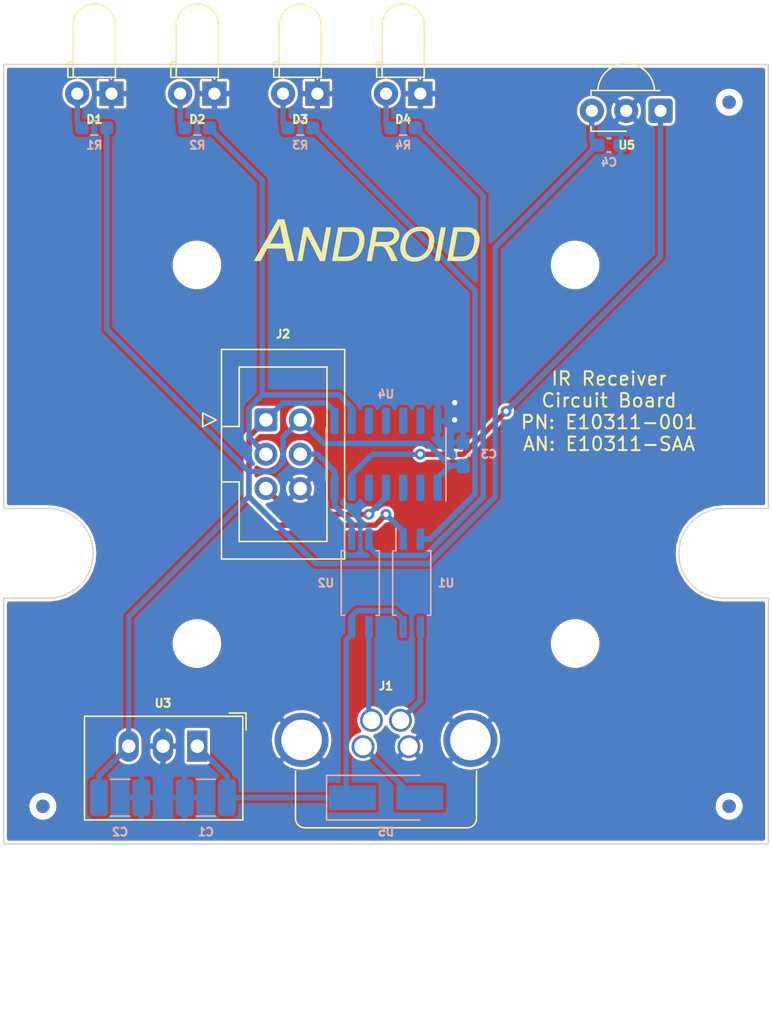
<source format=kicad_pcb>
(kicad_pcb (version 20171130) (host pcbnew "(5.1.7)-1")

  (general
    (thickness 1.6)
    (drawings 16)
    (tracks 105)
    (zones 0)
    (modules 31)
    (nets 25)
  )

  (page A)
  (title_block
    (title "IR Receiver Circuit Board")
    (date 2021-05-19)
    (company "Android Industries")
    (comment 1 "Designer: C. M. Bulliner")
    (comment 2 "Part Number: E10311-001")
    (comment 3 "Assembly Number: E10311-SAA")
  )

  (layers
    (0 F.Cu signal)
    (31 B.Cu signal)
    (32 B.Adhes user)
    (33 F.Adhes user)
    (34 B.Paste user)
    (35 F.Paste user hide)
    (36 B.SilkS user)
    (37 F.SilkS user)
    (38 B.Mask user)
    (39 F.Mask user)
    (40 Dwgs.User user hide)
    (41 Cmts.User user)
    (42 Eco1.User user)
    (43 Eco2.User user)
    (44 Edge.Cuts user)
    (45 Margin user)
    (46 B.CrtYd user)
    (47 F.CrtYd user)
    (48 B.Fab user)
    (49 F.Fab user)
  )

  (setup
    (last_trace_width 0.4)
    (user_trace_width 1)
    (trace_clearance 0.2)
    (zone_clearance 0.2)
    (zone_45_only no)
    (trace_min 0.1524)
    (via_size 0.8)
    (via_drill 0.4)
    (via_min_size 0.6858)
    (via_min_drill 0.3302)
    (user_via 0.6858 0.3302)
    (user_via 0.6858 0.3302)
    (uvia_size 254)
    (uvia_drill 127)
    (uvias_allowed no)
    (uvia_min_size 0)
    (uvia_min_drill 0)
    (edge_width 0.1)
    (segment_width 0.2)
    (pcb_text_width 0.3)
    (pcb_text_size 1.5 1.5)
    (mod_edge_width 0.15)
    (mod_text_size 0.6 0.6)
    (mod_text_width 0.15)
    (pad_size 4 4)
    (pad_drill 3)
    (pad_to_mask_clearance 0.0762)
    (aux_axis_origin 139.7 107.95)
    (grid_origin 139.7 107.95)
    (visible_elements 7FFDFF7F)
    (pcbplotparams
      (layerselection 0x010a0_7fffffff)
      (usegerberextensions true)
      (usegerberattributes true)
      (usegerberadvancedattributes false)
      (creategerberjobfile false)
      (excludeedgelayer true)
      (linewidth 0.100000)
      (plotframeref false)
      (viasonmask false)
      (mode 1)
      (useauxorigin false)
      (hpglpennumber 1)
      (hpglpenspeed 20)
      (hpglpendiameter 15.000000)
      (psnegative false)
      (psa4output false)
      (plotreference true)
      (plotvalue true)
      (plotinvisibletext false)
      (padsonsilk false)
      (subtractmaskfromsilk true)
      (outputformat 5)
      (mirror false)
      (drillshape 0)
      (scaleselection 1)
      (outputdirectory ""))
  )

  (net 0 "")
  (net 1 /~RESET)
  (net 2 GND)
  (net 3 +24V)
  (net 4 +5V)
  (net 5 /STATUS)
  (net 6 "Net-(D1-Pad2)")
  (net 7 "Net-(D2-Pad2)")
  (net 8 "Net-(D3-Pad2)")
  (net 9 "Net-(D4-Pad2)")
  (net 10 "Net-(J1-Pad4)")
  (net 11 "Net-(J1-Pad2)")
  (net 12 /OUT2)
  (net 13 /OUT1)
  (net 14 /RXIR)
  (net 15 "Net-(U4-Pad2)")
  (net 16 "Net-(R3-Pad1)")
  (net 17 "Net-(R4-Pad1)")
  (net 18 "Net-(D5-Pad2)")
  (net 19 "Net-(U4-Pad13)")
  (net 20 "Net-(U4-Pad12)")
  (net 21 "Net-(U4-Pad11)")
  (net 22 "Net-(U4-Pad10)")
  (net 23 "Net-(U4-Pad5)")
  (net 24 "Net-(U4-Pad3)")

  (net_class Default "This is the default net class."
    (clearance 0.2)
    (trace_width 0.4)
    (via_dia 0.8)
    (via_drill 0.4)
    (uvia_dia 254)
    (uvia_drill 127)
    (add_net +24V)
    (add_net +5V)
    (add_net /OUT1)
    (add_net /OUT2)
    (add_net /RXIR)
    (add_net /STATUS)
    (add_net /~RESET)
    (add_net GND)
    (add_net "Net-(D1-Pad2)")
    (add_net "Net-(D2-Pad2)")
    (add_net "Net-(D3-Pad2)")
    (add_net "Net-(D4-Pad2)")
    (add_net "Net-(D5-Pad2)")
    (add_net "Net-(J1-Pad2)")
    (add_net "Net-(J1-Pad4)")
    (add_net "Net-(R3-Pad1)")
    (add_net "Net-(R4-Pad1)")
    (add_net "Net-(U4-Pad10)")
    (add_net "Net-(U4-Pad11)")
    (add_net "Net-(U4-Pad12)")
    (add_net "Net-(U4-Pad13)")
    (add_net "Net-(U4-Pad2)")
    (add_net "Net-(U4-Pad3)")
    (add_net "Net-(U4-Pad5)")
  )

  (module Package_SO:SOIC-14_3.9x8.7mm_P1.27mm (layer B.Cu) (tedit 5D9F72B1) (tstamp 6079BBEB)
    (at 139.7 107.95 90)
    (descr "SOIC, 14 Pin (JEDEC MS-012AB, https://www.analog.com/media/en/package-pcb-resources/package/pkg_pdf/soic_narrow-r/r_14.pdf), generated with kicad-footprint-generator ipc_gullwing_generator.py")
    (tags "SOIC SO")
    (path /6079CA1B)
    (attr smd)
    (fp_text reference U4 (at 4.445 0 180) (layer B.SilkS)
      (effects (font (size 0.6 0.6) (thickness 0.15)) (justify mirror))
    )
    (fp_text value ATtiny84A-SSU (at 0 -5.28 90) (layer B.Fab)
      (effects (font (size 1 1) (thickness 0.15)) (justify mirror))
    )
    (fp_line (start 0 -4.435) (end 1.95 -4.435) (layer B.SilkS) (width 0.12))
    (fp_line (start 0 -4.435) (end -1.95 -4.435) (layer B.SilkS) (width 0.12))
    (fp_line (start 0 4.435) (end 1.95 4.435) (layer B.SilkS) (width 0.12))
    (fp_line (start 0 4.435) (end -3.45 4.435) (layer B.SilkS) (width 0.12))
    (fp_line (start -0.975 4.325) (end 1.95 4.325) (layer B.Fab) (width 0.1))
    (fp_line (start 1.95 4.325) (end 1.95 -4.325) (layer B.Fab) (width 0.1))
    (fp_line (start 1.95 -4.325) (end -1.95 -4.325) (layer B.Fab) (width 0.1))
    (fp_line (start -1.95 -4.325) (end -1.95 3.35) (layer B.Fab) (width 0.1))
    (fp_line (start -1.95 3.35) (end -0.975 4.325) (layer B.Fab) (width 0.1))
    (fp_line (start -3.7 4.58) (end -3.7 -4.58) (layer B.CrtYd) (width 0.05))
    (fp_line (start -3.7 -4.58) (end 3.7 -4.58) (layer B.CrtYd) (width 0.05))
    (fp_line (start 3.7 -4.58) (end 3.7 4.58) (layer B.CrtYd) (width 0.05))
    (fp_line (start 3.7 4.58) (end -3.7 4.58) (layer B.CrtYd) (width 0.05))
    (fp_text user %R (at 0 0 90) (layer B.Fab)
      (effects (font (size 0.98 0.98) (thickness 0.15)) (justify mirror))
    )
    (pad 14 smd roundrect (at 2.475 3.81 90) (size 1.95 0.6) (layers B.Cu B.Paste B.Mask) (roundrect_rratio 0.25)
      (net 2 GND))
    (pad 13 smd roundrect (at 2.475 2.54 90) (size 1.95 0.6) (layers B.Cu B.Paste B.Mask) (roundrect_rratio 0.25)
      (net 19 "Net-(U4-Pad13)"))
    (pad 12 smd roundrect (at 2.475 1.27 90) (size 1.95 0.6) (layers B.Cu B.Paste B.Mask) (roundrect_rratio 0.25)
      (net 20 "Net-(U4-Pad12)"))
    (pad 11 smd roundrect (at 2.475 0 90) (size 1.95 0.6) (layers B.Cu B.Paste B.Mask) (roundrect_rratio 0.25)
      (net 21 "Net-(U4-Pad11)"))
    (pad 10 smd roundrect (at 2.475 -1.27 90) (size 1.95 0.6) (layers B.Cu B.Paste B.Mask) (roundrect_rratio 0.25)
      (net 22 "Net-(U4-Pad10)"))
    (pad 9 smd roundrect (at 2.475 -2.54 90) (size 1.95 0.6) (layers B.Cu B.Paste B.Mask) (roundrect_rratio 0.25)
      (net 5 /STATUS))
    (pad 8 smd roundrect (at 2.475 -3.81 90) (size 1.95 0.6) (layers B.Cu B.Paste B.Mask) (roundrect_rratio 0.25)
      (net 13 /OUT1))
    (pad 7 smd roundrect (at -2.475 -3.81 90) (size 1.95 0.6) (layers B.Cu B.Paste B.Mask) (roundrect_rratio 0.25)
      (net 12 /OUT2))
    (pad 6 smd roundrect (at -2.475 -2.54 90) (size 1.95 0.6) (layers B.Cu B.Paste B.Mask) (roundrect_rratio 0.25)
      (net 14 /RXIR))
    (pad 5 smd roundrect (at -2.475 -1.27 90) (size 1.95 0.6) (layers B.Cu B.Paste B.Mask) (roundrect_rratio 0.25)
      (net 23 "Net-(U4-Pad5)"))
    (pad 4 smd roundrect (at -2.475 0 90) (size 1.95 0.6) (layers B.Cu B.Paste B.Mask) (roundrect_rratio 0.25)
      (net 1 /~RESET))
    (pad 3 smd roundrect (at -2.475 1.27 90) (size 1.95 0.6) (layers B.Cu B.Paste B.Mask) (roundrect_rratio 0.25)
      (net 24 "Net-(U4-Pad3)"))
    (pad 2 smd roundrect (at -2.475 2.54 90) (size 1.95 0.6) (layers B.Cu B.Paste B.Mask) (roundrect_rratio 0.25)
      (net 15 "Net-(U4-Pad2)"))
    (pad 1 smd roundrect (at -2.475 3.81 90) (size 1.95 0.6) (layers B.Cu B.Paste B.Mask) (roundrect_rratio 0.25)
      (net 4 +5V))
    (model ${KISYS3DMOD}/Package_SO.3dshapes/SOIC-14_3.9x8.7mm_P1.27mm.wrl
      (at (xyz 0 0 0))
      (scale (xyz 1 1 1))
      (rotate (xyz 0 0 0))
    )
  )

  (module Diode_SMD:D_SMA_Handsoldering (layer B.Cu) (tedit 58643398) (tstamp 607902BF)
    (at 139.7 133.35)
    (descr "Diode SMA (DO-214AC) Handsoldering")
    (tags "Diode SMA (DO-214AC) Handsoldering")
    (path /608D7BAA)
    (attr smd)
    (fp_text reference D5 (at 0 2.54) (layer B.SilkS)
      (effects (font (size 0.6 0.6) (thickness 0.15)) (justify mirror))
    )
    (fp_text value D (at 0 -2.6) (layer B.Fab)
      (effects (font (size 1 1) (thickness 0.15)) (justify mirror))
    )
    (fp_line (start -4.4 1.65) (end -4.4 -1.65) (layer B.SilkS) (width 0.12))
    (fp_line (start 2.3 -1.5) (end -2.3 -1.5) (layer B.Fab) (width 0.1))
    (fp_line (start -2.3 -1.5) (end -2.3 1.5) (layer B.Fab) (width 0.1))
    (fp_line (start 2.3 1.5) (end 2.3 -1.5) (layer B.Fab) (width 0.1))
    (fp_line (start 2.3 1.5) (end -2.3 1.5) (layer B.Fab) (width 0.1))
    (fp_line (start -4.5 1.75) (end 4.5 1.75) (layer B.CrtYd) (width 0.05))
    (fp_line (start 4.5 1.75) (end 4.5 -1.75) (layer B.CrtYd) (width 0.05))
    (fp_line (start 4.5 -1.75) (end -4.5 -1.75) (layer B.CrtYd) (width 0.05))
    (fp_line (start -4.5 -1.75) (end -4.5 1.75) (layer B.CrtYd) (width 0.05))
    (fp_line (start -0.64944 -0.00102) (end -1.55114 -0.00102) (layer B.Fab) (width 0.1))
    (fp_line (start 0.50118 -0.00102) (end 1.4994 -0.00102) (layer B.Fab) (width 0.1))
    (fp_line (start -0.64944 0.79908) (end -0.64944 -0.80112) (layer B.Fab) (width 0.1))
    (fp_line (start 0.50118 -0.75032) (end 0.50118 0.79908) (layer B.Fab) (width 0.1))
    (fp_line (start -0.64944 -0.00102) (end 0.50118 -0.75032) (layer B.Fab) (width 0.1))
    (fp_line (start -0.64944 -0.00102) (end 0.50118 0.79908) (layer B.Fab) (width 0.1))
    (fp_line (start -4.4 -1.65) (end 2.5 -1.65) (layer B.SilkS) (width 0.12))
    (fp_line (start -4.4 1.65) (end 2.5 1.65) (layer B.SilkS) (width 0.12))
    (fp_text user %R (at 0 2.5) (layer B.Fab)
      (effects (font (size 1 1) (thickness 0.15)) (justify mirror))
    )
    (pad 2 smd rect (at 2.5 0) (size 3.5 1.8) (layers B.Cu B.Paste B.Mask)
      (net 18 "Net-(D5-Pad2)"))
    (pad 1 smd rect (at -2.5 0) (size 3.5 1.8) (layers B.Cu B.Paste B.Mask)
      (net 3 +24V))
    (model ${KISYS3DMOD}/Diode_SMD.3dshapes/D_SMA.wrl
      (at (xyz 0 0 0))
      (scale (xyz 1 1 1))
      (rotate (xyz 0 0 0))
    )
  )

  (module Package_SO:SOIC-4_4.55x2.6mm_P1.27mm (layer B.Cu) (tedit 5D9F72B1) (tstamp 60789B37)
    (at 137.795 117.475 270)
    (descr "SOIC, 4 Pin (https://toshiba.semicon-storage.com/info/docget.jsp?did=12884&prodName=TLP291), generated with kicad-footprint-generator ipc_gullwing_generator.py")
    (tags "SOIC SO")
    (path /607ED48D)
    (attr smd)
    (fp_text reference U2 (at 0 2.54 180) (layer B.SilkS)
      (effects (font (size 0.6 0.6) (thickness 0.15)) (justify mirror))
    )
    (fp_text value TLP291 (at 0 -2.25 90) (layer B.Fab)
      (effects (font (size 1 1) (thickness 0.15)) (justify mirror))
    )
    (fp_line (start 4.3 1.55) (end -4.3 1.55) (layer B.CrtYd) (width 0.05))
    (fp_line (start 4.3 -1.55) (end 4.3 1.55) (layer B.CrtYd) (width 0.05))
    (fp_line (start -4.3 -1.55) (end 4.3 -1.55) (layer B.CrtYd) (width 0.05))
    (fp_line (start -4.3 1.55) (end -4.3 -1.55) (layer B.CrtYd) (width 0.05))
    (fp_line (start -2.275 0.65) (end -1.625 1.3) (layer B.Fab) (width 0.1))
    (fp_line (start -2.275 -1.3) (end -2.275 0.65) (layer B.Fab) (width 0.1))
    (fp_line (start 2.275 -1.3) (end -2.275 -1.3) (layer B.Fab) (width 0.1))
    (fp_line (start 2.275 1.3) (end 2.275 -1.3) (layer B.Fab) (width 0.1))
    (fp_line (start -1.625 1.3) (end 2.275 1.3) (layer B.Fab) (width 0.1))
    (fp_line (start -2.385 1.17) (end -4.05 1.17) (layer B.SilkS) (width 0.12))
    (fp_line (start -2.385 1.41) (end -2.385 1.17) (layer B.SilkS) (width 0.12))
    (fp_line (start 0 1.41) (end -2.385 1.41) (layer B.SilkS) (width 0.12))
    (fp_line (start 2.385 1.41) (end 2.385 1.17) (layer B.SilkS) (width 0.12))
    (fp_line (start 0 1.41) (end 2.385 1.41) (layer B.SilkS) (width 0.12))
    (fp_line (start -2.385 -1.41) (end -2.385 -1.17) (layer B.SilkS) (width 0.12))
    (fp_line (start 0 -1.41) (end -2.385 -1.41) (layer B.SilkS) (width 0.12))
    (fp_line (start 2.385 -1.41) (end 2.385 -1.17) (layer B.SilkS) (width 0.12))
    (fp_line (start 0 -1.41) (end 2.385 -1.41) (layer B.SilkS) (width 0.12))
    (fp_text user %R (at 0 0 90) (layer B.Fab)
      (effects (font (size 0.6 0.6) (thickness 0.15)) (justify mirror))
    )
    (pad 4 smd roundrect (at 3.25 0.635 270) (size 1.6 0.55) (layers B.Cu B.Paste B.Mask) (roundrect_rratio 0.25)
      (net 3 +24V))
    (pad 3 smd roundrect (at 3.25 -0.635 270) (size 1.6 0.55) (layers B.Cu B.Paste B.Mask) (roundrect_rratio 0.25)
      (net 11 "Net-(J1-Pad2)"))
    (pad 2 smd roundrect (at -3.25 -0.635 270) (size 1.6 0.55) (layers B.Cu B.Paste B.Mask) (roundrect_rratio 0.25)
      (net 17 "Net-(R4-Pad1)"))
    (pad 1 smd roundrect (at -3.25 0.635 270) (size 1.6 0.55) (layers B.Cu B.Paste B.Mask) (roundrect_rratio 0.25)
      (net 12 /OUT2))
    (model ${KISYS3DMOD}/Package_SO.3dshapes/SO-4_4.4x2.3mm_P1.27mm.step
      (at (xyz 0 0 0))
      (scale (xyz 1 1 1))
      (rotate (xyz 0 0 0))
    )
  )

  (module Capacitor_SMD:C_0603_1608Metric_Pad1.08x0.95mm_HandSolder (layer B.Cu) (tedit 5F68FEEF) (tstamp 6078ACB7)
    (at 145.415 107.95 90)
    (descr "Capacitor SMD 0603 (1608 Metric), square (rectangular) end terminal, IPC_7351 nominal with elongated pad for handsoldering. (Body size source: IPC-SM-782 page 76, https://www.pcb-3d.com/wordpress/wp-content/uploads/ipc-sm-782a_amendment_1_and_2.pdf), generated with kicad-footprint-generator")
    (tags "capacitor handsolder")
    (path /607A85BD)
    (attr smd)
    (fp_text reference C3 (at 0 1.905 180) (layer B.SilkS)
      (effects (font (size 0.6 0.6) (thickness 0.15)) (justify mirror))
    )
    (fp_text value 0.1uF (at 0 -1.43 90) (layer B.Fab)
      (effects (font (size 1 1) (thickness 0.15)) (justify mirror))
    )
    (fp_line (start 1.65 -0.73) (end -1.65 -0.73) (layer B.CrtYd) (width 0.05))
    (fp_line (start 1.65 0.73) (end 1.65 -0.73) (layer B.CrtYd) (width 0.05))
    (fp_line (start -1.65 0.73) (end 1.65 0.73) (layer B.CrtYd) (width 0.05))
    (fp_line (start -1.65 -0.73) (end -1.65 0.73) (layer B.CrtYd) (width 0.05))
    (fp_line (start -0.146267 -0.51) (end 0.146267 -0.51) (layer B.SilkS) (width 0.12))
    (fp_line (start -0.146267 0.51) (end 0.146267 0.51) (layer B.SilkS) (width 0.12))
    (fp_line (start 0.8 -0.4) (end -0.8 -0.4) (layer B.Fab) (width 0.1))
    (fp_line (start 0.8 0.4) (end 0.8 -0.4) (layer B.Fab) (width 0.1))
    (fp_line (start -0.8 0.4) (end 0.8 0.4) (layer B.Fab) (width 0.1))
    (fp_line (start -0.8 -0.4) (end -0.8 0.4) (layer B.Fab) (width 0.1))
    (fp_text user %R (at 0 0 90) (layer B.Fab)
      (effects (font (size 0.6 0.6) (thickness 0.06)) (justify mirror))
    )
    (pad 2 smd roundrect (at 0.8625 0 90) (size 1.075 0.95) (layers B.Cu B.Paste B.Mask) (roundrect_rratio 0.25)
      (net 2 GND))
    (pad 1 smd roundrect (at -0.8625 0 90) (size 1.075 0.95) (layers B.Cu B.Paste B.Mask) (roundrect_rratio 0.25)
      (net 4 +5V))
    (model ${KISYS3DMOD}/Capacitor_SMD.3dshapes/C_0603_1608Metric.wrl
      (at (xyz 0 0 0))
      (scale (xyz 1 1 1))
      (rotate (xyz 0 0 0))
    )
  )

  (module Capacitor_SMD:C_1210_3225Metric_Pad1.33x2.70mm_HandSolder (layer B.Cu) (tedit 5F68FEEF) (tstamp 6078AC86)
    (at 126.365 133.35 180)
    (descr "Capacitor SMD 1210 (3225 Metric), square (rectangular) end terminal, IPC_7351 nominal with elongated pad for handsoldering. (Body size source: IPC-SM-782 page 76, https://www.pcb-3d.com/wordpress/wp-content/uploads/ipc-sm-782a_amendment_1_and_2.pdf), generated with kicad-footprint-generator")
    (tags "capacitor handsolder")
    (path /603D3FA6)
    (attr smd)
    (fp_text reference C1 (at 0 -2.54) (layer B.SilkS)
      (effects (font (size 0.6 0.6) (thickness 0.15)) (justify mirror))
    )
    (fp_text value 10uF (at 0 -2.3) (layer B.Fab)
      (effects (font (size 1 1) (thickness 0.15)) (justify mirror))
    )
    (fp_line (start 2.48 -1.6) (end -2.48 -1.6) (layer B.CrtYd) (width 0.05))
    (fp_line (start 2.48 1.6) (end 2.48 -1.6) (layer B.CrtYd) (width 0.05))
    (fp_line (start -2.48 1.6) (end 2.48 1.6) (layer B.CrtYd) (width 0.05))
    (fp_line (start -2.48 -1.6) (end -2.48 1.6) (layer B.CrtYd) (width 0.05))
    (fp_line (start -0.711252 -1.36) (end 0.711252 -1.36) (layer B.SilkS) (width 0.12))
    (fp_line (start -0.711252 1.36) (end 0.711252 1.36) (layer B.SilkS) (width 0.12))
    (fp_line (start 1.6 -1.25) (end -1.6 -1.25) (layer B.Fab) (width 0.1))
    (fp_line (start 1.6 1.25) (end 1.6 -1.25) (layer B.Fab) (width 0.1))
    (fp_line (start -1.6 1.25) (end 1.6 1.25) (layer B.Fab) (width 0.1))
    (fp_line (start -1.6 -1.25) (end -1.6 1.25) (layer B.Fab) (width 0.1))
    (fp_text user %R (at 0 0) (layer B.Fab)
      (effects (font (size 0.6 0.6) (thickness 0.12)) (justify mirror))
    )
    (pad 2 smd roundrect (at 1.5625 0 180) (size 1.325 2.7) (layers B.Cu B.Paste B.Mask) (roundrect_rratio 0.188679)
      (net 2 GND))
    (pad 1 smd roundrect (at -1.5625 0 180) (size 1.325 2.7) (layers B.Cu B.Paste B.Mask) (roundrect_rratio 0.188679)
      (net 3 +24V))
    (model ${KISYS3DMOD}/Capacitor_SMD.3dshapes/C_1210_3225Metric.wrl
      (at (xyz 0 0 0))
      (scale (xyz 1 1 1))
      (rotate (xyz 0 0 0))
    )
  )

  (module Package_SO:SOIC-4_4.55x2.6mm_P1.27mm (layer B.Cu) (tedit 5D9F72B1) (tstamp 60789B52)
    (at 141.605 117.475 270)
    (descr "SOIC, 4 Pin (https://toshiba.semicon-storage.com/info/docget.jsp?did=12884&prodName=TLP291), generated with kicad-footprint-generator ipc_gullwing_generator.py")
    (tags "SOIC SO")
    (path /607F4AEC)
    (attr smd)
    (fp_text reference U1 (at 0 -2.54 180) (layer B.SilkS)
      (effects (font (size 0.6 0.6) (thickness 0.15)) (justify mirror))
    )
    (fp_text value TLP291 (at 0 -2.25 90) (layer B.Fab)
      (effects (font (size 1 1) (thickness 0.15)) (justify mirror))
    )
    (fp_line (start 4.3 1.55) (end -4.3 1.55) (layer B.CrtYd) (width 0.05))
    (fp_line (start 4.3 -1.55) (end 4.3 1.55) (layer B.CrtYd) (width 0.05))
    (fp_line (start -4.3 -1.55) (end 4.3 -1.55) (layer B.CrtYd) (width 0.05))
    (fp_line (start -4.3 1.55) (end -4.3 -1.55) (layer B.CrtYd) (width 0.05))
    (fp_line (start -2.275 0.65) (end -1.625 1.3) (layer B.Fab) (width 0.1))
    (fp_line (start -2.275 -1.3) (end -2.275 0.65) (layer B.Fab) (width 0.1))
    (fp_line (start 2.275 -1.3) (end -2.275 -1.3) (layer B.Fab) (width 0.1))
    (fp_line (start 2.275 1.3) (end 2.275 -1.3) (layer B.Fab) (width 0.1))
    (fp_line (start -1.625 1.3) (end 2.275 1.3) (layer B.Fab) (width 0.1))
    (fp_line (start -2.385 1.17) (end -4.05 1.17) (layer B.SilkS) (width 0.12))
    (fp_line (start -2.385 1.41) (end -2.385 1.17) (layer B.SilkS) (width 0.12))
    (fp_line (start 0 1.41) (end -2.385 1.41) (layer B.SilkS) (width 0.12))
    (fp_line (start 2.385 1.41) (end 2.385 1.17) (layer B.SilkS) (width 0.12))
    (fp_line (start 0 1.41) (end 2.385 1.41) (layer B.SilkS) (width 0.12))
    (fp_line (start -2.385 -1.41) (end -2.385 -1.17) (layer B.SilkS) (width 0.12))
    (fp_line (start 0 -1.41) (end -2.385 -1.41) (layer B.SilkS) (width 0.12))
    (fp_line (start 2.385 -1.41) (end 2.385 -1.17) (layer B.SilkS) (width 0.12))
    (fp_line (start 0 -1.41) (end 2.385 -1.41) (layer B.SilkS) (width 0.12))
    (fp_text user %R (at 0 0 90) (layer B.Fab)
      (effects (font (size 0.6 0.6) (thickness 0.15)) (justify mirror))
    )
    (pad 4 smd roundrect (at 3.25 0.635 270) (size 1.6 0.55) (layers B.Cu B.Paste B.Mask) (roundrect_rratio 0.25)
      (net 3 +24V))
    (pad 3 smd roundrect (at 3.25 -0.635 270) (size 1.6 0.55) (layers B.Cu B.Paste B.Mask) (roundrect_rratio 0.25)
      (net 10 "Net-(J1-Pad4)"))
    (pad 2 smd roundrect (at -3.25 -0.635 270) (size 1.6 0.55) (layers B.Cu B.Paste B.Mask) (roundrect_rratio 0.25)
      (net 16 "Net-(R3-Pad1)"))
    (pad 1 smd roundrect (at -3.25 0.635 270) (size 1.6 0.55) (layers B.Cu B.Paste B.Mask) (roundrect_rratio 0.25)
      (net 13 /OUT1))
    (model ${KISYS3DMOD}/Package_SO.3dshapes/SO-4_4.4x2.3mm_P1.27mm.step
      (at (xyz 0 0 0))
      (scale (xyz 1 1 1))
      (rotate (xyz 0 0 0))
    )
  )

  (module Resistor_SMD:R_0603_1608Metric_Pad0.98x0.95mm_HandSolder (layer B.Cu) (tedit 5F68FEEE) (tstamp 60789B1C)
    (at 140.97 83.82 180)
    (descr "Resistor SMD 0603 (1608 Metric), square (rectangular) end terminal, IPC_7351 nominal with elongated pad for handsoldering. (Body size source: IPC-SM-782 page 72, https://www.pcb-3d.com/wordpress/wp-content/uploads/ipc-sm-782a_amendment_1_and_2.pdf), generated with kicad-footprint-generator")
    (tags "resistor handsolder")
    (path /607FAA2B)
    (attr smd)
    (fp_text reference R4 (at 0 -1.27) (layer B.SilkS)
      (effects (font (size 0.6 0.6) (thickness 0.15)) (justify mirror))
    )
    (fp_text value 100 (at 0 -1.43) (layer B.Fab)
      (effects (font (size 1 1) (thickness 0.15)) (justify mirror))
    )
    (fp_line (start 1.65 -0.73) (end -1.65 -0.73) (layer B.CrtYd) (width 0.05))
    (fp_line (start 1.65 0.73) (end 1.65 -0.73) (layer B.CrtYd) (width 0.05))
    (fp_line (start -1.65 0.73) (end 1.65 0.73) (layer B.CrtYd) (width 0.05))
    (fp_line (start -1.65 -0.73) (end -1.65 0.73) (layer B.CrtYd) (width 0.05))
    (fp_line (start -0.254724 -0.5225) (end 0.254724 -0.5225) (layer B.SilkS) (width 0.12))
    (fp_line (start -0.254724 0.5225) (end 0.254724 0.5225) (layer B.SilkS) (width 0.12))
    (fp_line (start 0.8 -0.4125) (end -0.8 -0.4125) (layer B.Fab) (width 0.1))
    (fp_line (start 0.8 0.4125) (end 0.8 -0.4125) (layer B.Fab) (width 0.1))
    (fp_line (start -0.8 0.4125) (end 0.8 0.4125) (layer B.Fab) (width 0.1))
    (fp_line (start -0.8 -0.4125) (end -0.8 0.4125) (layer B.Fab) (width 0.1))
    (fp_text user %R (at 0 0) (layer B.Fab)
      (effects (font (size 0.6 0.6) (thickness 0.06)) (justify mirror))
    )
    (pad 2 smd roundrect (at 0.9125 0 180) (size 0.975 0.95) (layers B.Cu B.Paste B.Mask) (roundrect_rratio 0.25)
      (net 9 "Net-(D4-Pad2)"))
    (pad 1 smd roundrect (at -0.9125 0 180) (size 0.975 0.95) (layers B.Cu B.Paste B.Mask) (roundrect_rratio 0.25)
      (net 17 "Net-(R4-Pad1)"))
    (model ${KISYS3DMOD}/Resistor_SMD.3dshapes/R_0603_1608Metric.wrl
      (at (xyz 0 0 0))
      (scale (xyz 1 1 1))
      (rotate (xyz 0 0 0))
    )
  )

  (module Resistor_SMD:R_0603_1608Metric_Pad0.98x0.95mm_HandSolder (layer B.Cu) (tedit 5F68FEEE) (tstamp 60789B0B)
    (at 133.35 83.82 180)
    (descr "Resistor SMD 0603 (1608 Metric), square (rectangular) end terminal, IPC_7351 nominal with elongated pad for handsoldering. (Body size source: IPC-SM-782 page 72, https://www.pcb-3d.com/wordpress/wp-content/uploads/ipc-sm-782a_amendment_1_and_2.pdf), generated with kicad-footprint-generator")
    (tags "resistor handsolder")
    (path /607FA76F)
    (attr smd)
    (fp_text reference R3 (at 0 -1.27) (layer B.SilkS)
      (effects (font (size 0.6 0.6) (thickness 0.15)) (justify mirror))
    )
    (fp_text value 100 (at 0 -1.43) (layer B.Fab)
      (effects (font (size 1 1) (thickness 0.15)) (justify mirror))
    )
    (fp_line (start 1.65 -0.73) (end -1.65 -0.73) (layer B.CrtYd) (width 0.05))
    (fp_line (start 1.65 0.73) (end 1.65 -0.73) (layer B.CrtYd) (width 0.05))
    (fp_line (start -1.65 0.73) (end 1.65 0.73) (layer B.CrtYd) (width 0.05))
    (fp_line (start -1.65 -0.73) (end -1.65 0.73) (layer B.CrtYd) (width 0.05))
    (fp_line (start -0.254724 -0.5225) (end 0.254724 -0.5225) (layer B.SilkS) (width 0.12))
    (fp_line (start -0.254724 0.5225) (end 0.254724 0.5225) (layer B.SilkS) (width 0.12))
    (fp_line (start 0.8 -0.4125) (end -0.8 -0.4125) (layer B.Fab) (width 0.1))
    (fp_line (start 0.8 0.4125) (end 0.8 -0.4125) (layer B.Fab) (width 0.1))
    (fp_line (start -0.8 0.4125) (end 0.8 0.4125) (layer B.Fab) (width 0.1))
    (fp_line (start -0.8 -0.4125) (end -0.8 0.4125) (layer B.Fab) (width 0.1))
    (fp_text user %R (at 0 0) (layer B.Fab)
      (effects (font (size 0.6 0.6) (thickness 0.06)) (justify mirror))
    )
    (pad 2 smd roundrect (at 0.9125 0 180) (size 0.975 0.95) (layers B.Cu B.Paste B.Mask) (roundrect_rratio 0.25)
      (net 8 "Net-(D3-Pad2)"))
    (pad 1 smd roundrect (at -0.9125 0 180) (size 0.975 0.95) (layers B.Cu B.Paste B.Mask) (roundrect_rratio 0.25)
      (net 16 "Net-(R3-Pad1)"))
    (model ${KISYS3DMOD}/Resistor_SMD.3dshapes/R_0603_1608Metric.wrl
      (at (xyz 0 0 0))
      (scale (xyz 1 1 1))
      (rotate (xyz 0 0 0))
    )
  )

  (module LED_THT:LED_D3.0mm_Horizontal_O1.27mm_Z2.0mm (layer F.Cu) (tedit 5880A862) (tstamp 607899F2)
    (at 142.24 81.28 180)
    (descr "LED, diameter 3.0mm z-position of LED center 2.0mm, 2 pins")
    (tags "LED diameter 3.0mm z-position of LED center 2.0mm 2 pins")
    (path /607FB97F)
    (fp_text reference D4 (at 1.27 -1.905) (layer F.SilkS)
      (effects (font (size 0.6 0.6) (thickness 0.15)))
    )
    (fp_text value YEL (at 1.27 7.63) (layer F.Fab)
      (effects (font (size 1 1) (thickness 0.15)))
    )
    (fp_line (start 3.75 -1.25) (end -1.25 -1.25) (layer F.CrtYd) (width 0.05))
    (fp_line (start 3.75 6.9) (end 3.75 -1.25) (layer F.CrtYd) (width 0.05))
    (fp_line (start -1.25 6.9) (end 3.75 6.9) (layer F.CrtYd) (width 0.05))
    (fp_line (start -1.25 -1.25) (end -1.25 6.9) (layer F.CrtYd) (width 0.05))
    (fp_line (start 2.54 1.08) (end 2.54 1.08) (layer F.SilkS) (width 0.12))
    (fp_line (start 2.54 1.21) (end 2.54 1.08) (layer F.SilkS) (width 0.12))
    (fp_line (start 2.54 1.21) (end 2.54 1.21) (layer F.SilkS) (width 0.12))
    (fp_line (start 2.54 1.08) (end 2.54 1.21) (layer F.SilkS) (width 0.12))
    (fp_line (start 0 1.08) (end 0 1.08) (layer F.SilkS) (width 0.12))
    (fp_line (start 0 1.21) (end 0 1.08) (layer F.SilkS) (width 0.12))
    (fp_line (start 0 1.21) (end 0 1.21) (layer F.SilkS) (width 0.12))
    (fp_line (start 0 1.08) (end 0 1.21) (layer F.SilkS) (width 0.12))
    (fp_line (start 2.83 1.21) (end 3.23 1.21) (layer F.SilkS) (width 0.12))
    (fp_line (start 2.83 2.33) (end 2.83 1.21) (layer F.SilkS) (width 0.12))
    (fp_line (start 3.23 2.33) (end 2.83 2.33) (layer F.SilkS) (width 0.12))
    (fp_line (start 3.23 1.21) (end 3.23 2.33) (layer F.SilkS) (width 0.12))
    (fp_line (start -0.29 1.21) (end 2.83 1.21) (layer F.SilkS) (width 0.12))
    (fp_line (start 2.83 1.21) (end 2.83 5.07) (layer F.SilkS) (width 0.12))
    (fp_line (start -0.29 1.21) (end -0.29 5.07) (layer F.SilkS) (width 0.12))
    (fp_line (start 2.54 0) (end 2.54 0) (layer F.Fab) (width 0.1))
    (fp_line (start 2.54 1.27) (end 2.54 0) (layer F.Fab) (width 0.1))
    (fp_line (start 2.54 1.27) (end 2.54 1.27) (layer F.Fab) (width 0.1))
    (fp_line (start 2.54 0) (end 2.54 1.27) (layer F.Fab) (width 0.1))
    (fp_line (start 0 0) (end 0 0) (layer F.Fab) (width 0.1))
    (fp_line (start 0 1.27) (end 0 0) (layer F.Fab) (width 0.1))
    (fp_line (start 0 1.27) (end 0 1.27) (layer F.Fab) (width 0.1))
    (fp_line (start 0 0) (end 0 1.27) (layer F.Fab) (width 0.1))
    (fp_line (start 2.77 1.27) (end 3.17 1.27) (layer F.Fab) (width 0.1))
    (fp_line (start 2.77 2.27) (end 2.77 1.27) (layer F.Fab) (width 0.1))
    (fp_line (start 3.17 2.27) (end 2.77 2.27) (layer F.Fab) (width 0.1))
    (fp_line (start 3.17 1.27) (end 3.17 2.27) (layer F.Fab) (width 0.1))
    (fp_line (start -0.23 1.27) (end 2.77 1.27) (layer F.Fab) (width 0.1))
    (fp_line (start 2.77 1.27) (end 2.77 5.07) (layer F.Fab) (width 0.1))
    (fp_line (start -0.23 1.27) (end -0.23 5.07) (layer F.Fab) (width 0.1))
    (fp_arc (start 1.27 5.07) (end -0.29 5.07) (angle -180) (layer F.SilkS) (width 0.12))
    (fp_arc (start 1.27 5.07) (end -0.23 5.07) (angle -180) (layer F.Fab) (width 0.1))
    (pad 2 thru_hole circle (at 2.54 0 180) (size 1.8 1.8) (drill 0.9) (layers *.Cu *.Mask)
      (net 9 "Net-(D4-Pad2)"))
    (pad 1 thru_hole rect (at 0 0 180) (size 1.8 1.8) (drill 0.9) (layers *.Cu *.Mask)
      (net 2 GND))
    (model C:/Innovations/Libraries/Lite-On/LTL-4252N_Horizontal_O1.27mm_Z2.0mm.step
      (offset (xyz 1.27 0 0))
      (scale (xyz 1 1 1))
      (rotate (xyz 0 0 180))
    )
  )

  (module LED_THT:LED_D3.0mm_Horizontal_O1.27mm_Z2.0mm (layer F.Cu) (tedit 5880A862) (tstamp 607899C8)
    (at 134.62 81.28 180)
    (descr "LED, diameter 3.0mm z-position of LED center 2.0mm, 2 pins")
    (tags "LED diameter 3.0mm z-position of LED center 2.0mm 2 pins")
    (path /607FB714)
    (fp_text reference D3 (at 1.27 -1.905) (layer F.SilkS)
      (effects (font (size 0.6 0.6) (thickness 0.15)))
    )
    (fp_text value YEL (at 1.27 7.63) (layer F.Fab)
      (effects (font (size 1 1) (thickness 0.15)))
    )
    (fp_line (start 3.75 -1.25) (end -1.25 -1.25) (layer F.CrtYd) (width 0.05))
    (fp_line (start 3.75 6.9) (end 3.75 -1.25) (layer F.CrtYd) (width 0.05))
    (fp_line (start -1.25 6.9) (end 3.75 6.9) (layer F.CrtYd) (width 0.05))
    (fp_line (start -1.25 -1.25) (end -1.25 6.9) (layer F.CrtYd) (width 0.05))
    (fp_line (start 2.54 1.08) (end 2.54 1.08) (layer F.SilkS) (width 0.12))
    (fp_line (start 2.54 1.21) (end 2.54 1.08) (layer F.SilkS) (width 0.12))
    (fp_line (start 2.54 1.21) (end 2.54 1.21) (layer F.SilkS) (width 0.12))
    (fp_line (start 2.54 1.08) (end 2.54 1.21) (layer F.SilkS) (width 0.12))
    (fp_line (start 0 1.08) (end 0 1.08) (layer F.SilkS) (width 0.12))
    (fp_line (start 0 1.21) (end 0 1.08) (layer F.SilkS) (width 0.12))
    (fp_line (start 0 1.21) (end 0 1.21) (layer F.SilkS) (width 0.12))
    (fp_line (start 0 1.08) (end 0 1.21) (layer F.SilkS) (width 0.12))
    (fp_line (start 2.83 1.21) (end 3.23 1.21) (layer F.SilkS) (width 0.12))
    (fp_line (start 2.83 2.33) (end 2.83 1.21) (layer F.SilkS) (width 0.12))
    (fp_line (start 3.23 2.33) (end 2.83 2.33) (layer F.SilkS) (width 0.12))
    (fp_line (start 3.23 1.21) (end 3.23 2.33) (layer F.SilkS) (width 0.12))
    (fp_line (start -0.29 1.21) (end 2.83 1.21) (layer F.SilkS) (width 0.12))
    (fp_line (start 2.83 1.21) (end 2.83 5.07) (layer F.SilkS) (width 0.12))
    (fp_line (start -0.29 1.21) (end -0.29 5.07) (layer F.SilkS) (width 0.12))
    (fp_line (start 2.54 0) (end 2.54 0) (layer F.Fab) (width 0.1))
    (fp_line (start 2.54 1.27) (end 2.54 0) (layer F.Fab) (width 0.1))
    (fp_line (start 2.54 1.27) (end 2.54 1.27) (layer F.Fab) (width 0.1))
    (fp_line (start 2.54 0) (end 2.54 1.27) (layer F.Fab) (width 0.1))
    (fp_line (start 0 0) (end 0 0) (layer F.Fab) (width 0.1))
    (fp_line (start 0 1.27) (end 0 0) (layer F.Fab) (width 0.1))
    (fp_line (start 0 1.27) (end 0 1.27) (layer F.Fab) (width 0.1))
    (fp_line (start 0 0) (end 0 1.27) (layer F.Fab) (width 0.1))
    (fp_line (start 2.77 1.27) (end 3.17 1.27) (layer F.Fab) (width 0.1))
    (fp_line (start 2.77 2.27) (end 2.77 1.27) (layer F.Fab) (width 0.1))
    (fp_line (start 3.17 2.27) (end 2.77 2.27) (layer F.Fab) (width 0.1))
    (fp_line (start 3.17 1.27) (end 3.17 2.27) (layer F.Fab) (width 0.1))
    (fp_line (start -0.23 1.27) (end 2.77 1.27) (layer F.Fab) (width 0.1))
    (fp_line (start 2.77 1.27) (end 2.77 5.07) (layer F.Fab) (width 0.1))
    (fp_line (start -0.23 1.27) (end -0.23 5.07) (layer F.Fab) (width 0.1))
    (fp_arc (start 1.27 5.07) (end -0.29 5.07) (angle -180) (layer F.SilkS) (width 0.12))
    (fp_arc (start 1.27 5.07) (end -0.23 5.07) (angle -180) (layer F.Fab) (width 0.1))
    (pad 2 thru_hole circle (at 2.54 0 180) (size 1.8 1.8) (drill 0.9) (layers *.Cu *.Mask)
      (net 8 "Net-(D3-Pad2)"))
    (pad 1 thru_hole rect (at 0 0 180) (size 1.8 1.8) (drill 0.9) (layers *.Cu *.Mask)
      (net 2 GND))
    (model C:/Innovations/Libraries/Lite-On/LTL-4252N_Horizontal_O1.27mm_Z2.0mm.step
      (offset (xyz 1.27 0 0))
      (scale (xyz 1 1 1))
      (rotate (xyz 0 0 180))
    )
  )

  (module Capacitor_SMD:C_1210_3225Metric_Pad1.33x2.70mm_HandSolder (layer B.Cu) (tedit 5F68FEEF) (tstamp 607898F3)
    (at 120.015 133.35)
    (descr "Capacitor SMD 1210 (3225 Metric), square (rectangular) end terminal, IPC_7351 nominal with elongated pad for handsoldering. (Body size source: IPC-SM-782 page 76, https://www.pcb-3d.com/wordpress/wp-content/uploads/ipc-sm-782a_amendment_1_and_2.pdf), generated with kicad-footprint-generator")
    (tags "capacitor handsolder")
    (path /603D3394)
    (attr smd)
    (fp_text reference C2 (at 0 2.54) (layer B.SilkS)
      (effects (font (size 0.6 0.6) (thickness 0.15)) (justify mirror))
    )
    (fp_text value 22uF (at 0 -2.3) (layer B.Fab)
      (effects (font (size 1 1) (thickness 0.15)) (justify mirror))
    )
    (fp_line (start 2.48 -1.6) (end -2.48 -1.6) (layer B.CrtYd) (width 0.05))
    (fp_line (start 2.48 1.6) (end 2.48 -1.6) (layer B.CrtYd) (width 0.05))
    (fp_line (start -2.48 1.6) (end 2.48 1.6) (layer B.CrtYd) (width 0.05))
    (fp_line (start -2.48 -1.6) (end -2.48 1.6) (layer B.CrtYd) (width 0.05))
    (fp_line (start -0.711252 -1.36) (end 0.711252 -1.36) (layer B.SilkS) (width 0.12))
    (fp_line (start -0.711252 1.36) (end 0.711252 1.36) (layer B.SilkS) (width 0.12))
    (fp_line (start 1.6 -1.25) (end -1.6 -1.25) (layer B.Fab) (width 0.1))
    (fp_line (start 1.6 1.25) (end 1.6 -1.25) (layer B.Fab) (width 0.1))
    (fp_line (start -1.6 1.25) (end 1.6 1.25) (layer B.Fab) (width 0.1))
    (fp_line (start -1.6 -1.25) (end -1.6 1.25) (layer B.Fab) (width 0.1))
    (fp_text user %R (at 0 0) (layer B.Fab)
      (effects (font (size 0.6 0.6) (thickness 0.12)) (justify mirror))
    )
    (pad 2 smd roundrect (at 1.5625 0) (size 1.325 2.7) (layers B.Cu B.Paste B.Mask) (roundrect_rratio 0.188679)
      (net 2 GND))
    (pad 1 smd roundrect (at -1.5625 0) (size 1.325 2.7) (layers B.Cu B.Paste B.Mask) (roundrect_rratio 0.188679)
      (net 4 +5V))
    (model ${KISYS3DMOD}/Capacitor_SMD.3dshapes/C_1210_3225Metric.wrl
      (at (xyz 0 0 0))
      (scale (xyz 1 1 1))
      (rotate (xyz 0 0 0))
    )
  )

  (module Symbol_Android-Logo:Android-Logo_7.5mm (layer F.Cu) (tedit 605E3858) (tstamp 605F7174)
    (at 139.7 92.075)
    (descr "Android Logo")
    (path /607DD4BE)
    (fp_text reference G1 (at 0 0) (layer F.SilkS) hide
      (effects (font (size 0.6 0.6) (thickness 0.3)))
    )
    (fp_text value Android-Logo (at 0.75 0) (layer F.SilkS) hide
      (effects (font (size 1.524 1.524) (thickness 0.3)))
    )
    (fp_poly (pts (xy 5.417814 0.04667) (xy 5.439222 0.057581) (xy 5.442063 0.059473) (xy 5.462246 0.070637)
      (xy 5.483154 0.07858) (xy 5.486146 0.07932) (xy 5.50673 0.08514) (xy 5.529534 0.093356)
      (xy 5.533771 0.095113) (xy 5.556742 0.103016) (xy 5.582871 0.109399) (xy 5.590399 0.110701)
      (xy 5.615701 0.115035) (xy 5.630179 0.119206) (xy 5.635672 0.123987) (xy 5.63457 0.129252)
      (xy 5.633571 0.133259) (xy 5.635441 0.131985) (xy 5.643836 0.130705) (xy 5.654117 0.135035)
      (xy 5.66089 0.14192) (xy 5.660828 0.146368) (xy 5.66025 0.151993) (xy 5.666855 0.152037)
      (xy 5.676944 0.147469) (xy 5.686474 0.139645) (xy 5.700013 0.129683) (xy 5.719109 0.120975)
      (xy 5.723971 0.119422) (xy 5.743612 0.112651) (xy 5.759772 0.105227) (xy 5.76245 0.103602)
      (xy 5.780219 0.097426) (xy 5.805501 0.095594) (xy 5.833894 0.098055) (xy 5.860995 0.104755)
      (xy 5.86105 0.104775) (xy 5.880572 0.110687) (xy 5.896952 0.114025) (xy 5.900756 0.1143)
      (xy 5.912673 0.117014) (xy 5.931694 0.12413) (xy 5.953696 0.134105) (xy 5.983295 0.146694)
      (xy 6.005437 0.151367) (xy 6.013758 0.151) (xy 6.028465 0.150629) (xy 6.036311 0.157137)
      (xy 6.039525 0.164532) (xy 6.047073 0.183115) (xy 6.052846 0.195434) (xy 6.05656 0.215625)
      (xy 6.04922 0.236621) (xy 6.031894 0.25544) (xy 6.031175 0.255982) (xy 6.010445 0.265601)
      (xy 5.982507 0.271098) (xy 5.952324 0.271982) (xy 5.924855 0.267768) (xy 5.921541 0.266754)
      (xy 5.896205 0.263307) (xy 5.868023 0.266806) (xy 5.842369 0.276108) (xy 5.827465 0.286764)
      (xy 5.809919 0.296301) (xy 5.785904 0.29768) (xy 5.761879 0.291816) (xy 5.74795 0.28878)
      (xy 5.732302 0.291294) (xy 5.714251 0.298166) (xy 5.689351 0.307514) (xy 5.67099 0.310291)
      (xy 5.654993 0.306751) (xy 5.645848 0.302288) (xy 5.626451 0.284642) (xy 5.615477 0.259288)
      (xy 5.613625 0.242887) (xy 5.612479 0.22883) (xy 5.60999 0.222306) (xy 5.609716 0.22225)
      (xy 5.60244 0.224215) (xy 5.586182 0.229461) (xy 5.563925 0.237012) (xy 5.554154 0.240409)
      (xy 5.524093 0.249623) (xy 5.492531 0.257217) (xy 5.465665 0.261726) (xy 5.462587 0.262032)
      (xy 5.4229 0.265495) (xy 5.4229 0.237522) (xy 5.422153 0.22007) (xy 5.418727 0.211893)
      (xy 5.410845 0.209601) (xy 5.408238 0.20955) (xy 5.391058 0.205828) (xy 5.381909 0.201018)
      (xy 5.376722 0.196522) (xy 5.373923 0.190646) (xy 5.373486 0.180795) (xy 5.375383 0.164371)
      (xy 5.379589 0.138779) (xy 5.381183 0.129581) (xy 5.38615 0.101676) (xy 5.390631 0.07767)
      (xy 5.393999 0.060865) (xy 5.39524 0.055562) (xy 5.403015 0.045985) (xy 5.417814 0.04667)) (layer F.Mask) (width 0.01))
    (fp_poly (pts (xy 5.546582 0.268647) (xy 5.561411 0.27387) (xy 5.574579 0.282943) (xy 5.574812 0.283139)
      (xy 5.590095 0.301958) (xy 5.593644 0.32142) (xy 5.586252 0.340093) (xy 5.568715 0.356544)
      (xy 5.541828 0.36934) (xy 5.524372 0.374084) (xy 5.492544 0.379487) (xy 5.467182 0.37981)
      (xy 5.443048 0.374905) (xy 5.432668 0.371482) (xy 5.413367 0.361659) (xy 5.396781 0.34823)
      (xy 5.386545 0.334474) (xy 5.384941 0.328413) (xy 5.389836 0.322113) (xy 5.394288 0.31981)
      (xy 5.400945 0.314146) (xy 5.400672 0.311146) (xy 5.400746 0.301143) (xy 5.411609 0.291074)
      (xy 5.431399 0.282011) (xy 5.458258 0.275028) (xy 5.465398 0.273805) (xy 5.50125 0.268843)
      (xy 5.52742 0.267048) (xy 5.546582 0.268647)) (layer F.Mask) (width 0.01))
    (fp_poly (pts (xy 5.900528 0.55769) (xy 5.90711 0.562453) (xy 5.914358 0.568247) (xy 5.928627 0.581813)
      (xy 5.937521 0.595308) (xy 5.938607 0.59895) (xy 5.943831 0.609346) (xy 5.9501 0.610297)
      (xy 5.983252 0.602588) (xy 6.012313 0.598781) (xy 6.042425 0.598593) (xy 6.078732 0.601739)
      (xy 6.086995 0.602719) (xy 6.12135 0.605947) (xy 6.154427 0.60736) (xy 6.181392 0.606793)
      (xy 6.187996 0.60616) (xy 6.22402 0.601659) (xy 6.206896 0.635792) (xy 6.177578 0.690718)
      (xy 6.145433 0.744788) (xy 6.111878 0.795986) (xy 6.078326 0.842298) (xy 6.046195 0.881709)
      (xy 6.0169 0.912202) (xy 6.006169 0.921551) (xy 5.979012 0.941576) (xy 5.946266 0.962688)
      (xy 5.912054 0.98247) (xy 5.880502 0.998503) (xy 5.86105 1.00662) (xy 5.833809 1.015259)
      (xy 5.800687 1.024186) (xy 5.76512 1.032644) (xy 5.730545 1.039876) (xy 5.700398 1.045126)
      (xy 5.678116 1.047638) (xy 5.674205 1.04775) (xy 5.655524 1.046541) (xy 5.64576 1.041961)
      (xy 5.641975 1.03505) (xy 5.636576 1.024796) (xy 5.632734 1.02235) (xy 5.625117 1.018997)
      (xy 5.610557 1.010279) (xy 5.595215 1.000125) (xy 5.577726 0.988462) (xy 5.564636 0.980414)
      (xy 5.559337 0.9779) (xy 5.557309 0.983319) (xy 5.557597 0.99473) (xy 5.557302 1.003892)
      (xy 5.552686 1.011782) (xy 5.541574 1.0205) (xy 5.521791 1.032147) (xy 5.514975 1.035906)
      (xy 5.493824 1.047284) (xy 5.477254 1.055811) (xy 5.468145 1.060017) (xy 5.46735 1.060221)
      (xy 5.46101 1.057411) (xy 5.445154 1.049585) (xy 5.421515 1.037623) (xy 5.391825 1.022402)
      (xy 5.357817 1.004801) (xy 5.349875 1.000669) (xy 5.310977 0.980281) (xy 5.282026 0.964674)
      (xy 5.261622 0.952922) (xy 5.248366 0.944098) (xy 5.240859 0.937274) (xy 5.237702 0.931524)
      (xy 5.237462 0.926186) (xy 5.239714 0.910968) (xy 5.243618 0.887256) (xy 5.248775 0.857258)
      (xy 5.254781 0.823181) (xy 5.261237 0.787231) (xy 5.26774 0.751615) (xy 5.27389 0.71854)
      (xy 5.279284 0.690213) (xy 5.283522 0.668841) (xy 5.286203 0.656631) (xy 5.286847 0.654635)
      (xy 5.288214 0.65904) (xy 5.289274 0.673173) (xy 5.289812 0.69406) (xy 5.289826 0.695854)
      (xy 5.290629 0.73068) (xy 5.293424 0.757801) (xy 5.299538 0.780348) (xy 5.310297 0.801452)
      (xy 5.327029 0.824242) (xy 5.351061 0.85185) (xy 5.360219 0.861896) (xy 5.375883 0.87765)
      (xy 5.388955 0.885895) (xy 5.404557 0.889213) (xy 5.415722 0.889861) (xy 5.432055 0.88973)
      (xy 5.445198 0.886887) (xy 5.458848 0.879694) (xy 5.476702 0.866511) (xy 5.487044 0.858226)
      (xy 5.507826 0.841898) (xy 5.52293 0.83215) (xy 5.536321 0.827297) (xy 5.551961 0.82565)
      (xy 5.563942 0.8255) (xy 5.596417 0.828497) (xy 5.620854 0.837976) (xy 5.621184 0.838176)
      (xy 5.635558 0.846367) (xy 5.644961 0.850681) (xy 5.645963 0.850876) (xy 5.649975 0.845401)
      (xy 5.656637 0.831035) (xy 5.664384 0.811212) (xy 5.679658 0.773714) (xy 5.697193 0.740757)
      (xy 5.71883 0.709924) (xy 5.746409 0.678799) (xy 5.78177 0.644965) (xy 5.80943 0.620691)
      (xy 5.83926 0.595038) (xy 5.860964 0.57658) (xy 5.876241 0.564466) (xy 5.886794 0.557846)
      (xy 5.894323 0.555871) (xy 5.900528 0.55769)) (layer F.Mask) (width 0.01))
    (fp_poly (pts (xy 6.634846 -3.513628) (xy 6.658585 -3.50996) (xy 6.690347 -3.504589) (xy 6.727336 -3.498035)
      (xy 6.766761 -3.490821) (xy 6.805825 -3.483467) (xy 6.841736 -3.476494) (xy 6.871699 -3.470425)
      (xy 6.89292 -3.465779) (xy 6.897792 -3.464579) (xy 6.926734 -3.455931) (xy 6.949796 -3.445675)
      (xy 6.970915 -3.4314) (xy 6.994031 -3.410696) (xy 7.007026 -3.397732) (xy 7.025659 -3.378109)
      (xy 7.034621 -3.366023) (xy 7.033334 -3.360572) (xy 7.021217 -3.360853) (xy 6.997691 -3.365961)
      (xy 6.988175 -3.368337) (xy 6.965956 -3.373722) (xy 6.937228 -3.380369) (xy 6.907904 -3.386911)
      (xy 6.905625 -3.387407) (xy 6.873217 -3.39446) (xy 6.836175 -3.402538) (xy 6.802266 -3.409948)
      (xy 6.80085 -3.410258) (xy 6.769619 -3.41664) (xy 6.732111 -3.423637) (xy 6.694625 -3.430094)
      (xy 6.6802 -3.432398) (xy 6.642539 -3.438965) (xy 6.615881 -3.445679) (xy 6.59855 -3.453369)
      (xy 6.588865 -3.462867) (xy 6.585151 -3.475005) (xy 6.58495 -3.479587) (xy 6.590181 -3.498964)
      (xy 6.604837 -3.5109) (xy 6.627361 -3.514333) (xy 6.634846 -3.513628)) (layer F.Mask) (width 0.01))
    (fp_poly (pts (xy 7.07938 -3.108608) (xy 7.086347 -3.10528) (xy 7.106322 -3.097157) (xy 7.125105 -3.092727)
      (xy 7.129322 -3.09245) (xy 7.146194 -3.088918) (xy 7.165355 -3.080182) (xy 7.169263 -3.077746)
      (xy 7.189321 -3.065803) (xy 7.20953 -3.055786) (xy 7.212012 -3.054751) (xy 7.225774 -3.047695)
      (xy 7.232513 -3.041244) (xy 7.23265 -3.040505) (xy 7.236466 -3.037204) (xy 7.23818 -3.037969)
      (xy 7.246332 -3.036677) (xy 7.258235 -3.028789) (xy 7.258361 -3.02868) (xy 7.267846 -3.018185)
      (xy 7.267225 -3.010455) (xy 7.265531 -3.008492) (xy 7.258513 -2.997749) (xy 7.262209 -2.99162)
      (xy 7.267575 -2.99085) (xy 7.276572 -2.986702) (xy 7.27739 -2.975443) (xy 7.270916 -2.958859)
      (xy 7.258036 -2.938733) (xy 7.239639 -2.916846) (xy 7.222355 -2.899991) (xy 7.203476 -2.88513)
      (xy 7.187099 -2.878105) (xy 7.171026 -2.87655) (xy 7.154154 -2.877387) (xy 7.143433 -2.879468)
      (xy 7.142242 -2.880175) (xy 7.134766 -2.881659) (xy 7.117401 -2.882828) (xy 7.092956 -2.883542)
      (xy 7.071635 -2.883695) (xy 7.041632 -2.883798) (xy 7.021367 -2.884639) (xy 7.007878 -2.886853)
      (xy 6.998203 -2.891071) (xy 6.989381 -2.897928) (xy 6.98463 -2.902296) (xy 6.963669 -2.916715)
      (xy 6.946228 -2.921) (xy 6.933147 -2.923013) (xy 6.92785 -2.927725) (xy 6.924005 -2.931614)
      (xy 6.921818 -2.930722) (xy 6.914633 -2.932565) (xy 6.908895 -2.939873) (xy 6.898647 -2.950128)
      (xy 6.890013 -2.95275) (xy 6.877708 -2.956667) (xy 6.862028 -2.966401) (xy 6.857919 -2.969668)
      (xy 6.844682 -2.982955) (xy 6.840128 -2.995338) (xy 6.840783 -3.00618) (xy 6.840139 -3.026272)
      (xy 6.835136 -3.042661) (xy 6.82652 -3.059546) (xy 6.856547 -3.063246) (xy 6.876177 -3.064747)
      (xy 6.903947 -3.065705) (xy 6.935305 -3.065997) (xy 6.951773 -3.06584) (xy 6.979627 -3.065938)
      (xy 7.002818 -3.067083) (xy 7.018357 -3.069067) (xy 7.023044 -3.070805) (xy 7.024903 -3.081228)
      (xy 7.019853 -3.094731) (xy 7.01059 -3.112585) (xy 7.035895 -3.108309) (xy 7.054308 -3.10681)
      (xy 7.061152 -3.110484) (xy 7.0612 -3.111071) (xy 7.066148 -3.112978) (xy 7.07938 -3.108608)) (layer F.Mask) (width 0.01))
    (fp_poly (pts (xy 6.12079 -3.540658) (xy 6.134152 -3.539482) (xy 6.144019 -3.537554) (xy 6.151923 -3.534823)
      (xy 6.159396 -3.531235) (xy 6.162164 -3.529783) (xy 6.182672 -3.520811) (xy 6.209757 -3.511387)
      (xy 6.239113 -3.502749) (xy 6.266437 -3.496137) (xy 6.287422 -3.492791) (xy 6.291262 -3.492609)
      (xy 6.30242 -3.490354) (xy 6.30555 -3.486746) (xy 6.311254 -3.482749) (xy 6.325913 -3.478634)
      (xy 6.338887 -3.476385) (xy 6.357179 -3.473443) (xy 6.364231 -3.470863) (xy 6.361458 -3.467911)
      (xy 6.357937 -3.466469) (xy 6.346965 -3.461334) (xy 6.34365 -3.45823) (xy 6.349324 -3.455553)
      (xy 6.364037 -3.451602) (xy 6.380162 -3.448133) (xy 6.407635 -3.441656) (xy 6.436191 -3.433296)
      (xy 6.448425 -3.429061) (xy 6.473768 -3.420226) (xy 6.502656 -3.411096) (xy 6.516574 -3.407058)
      (xy 6.543123 -3.397667) (xy 6.562783 -3.384774) (xy 6.578763 -3.365452) (xy 6.59427 -3.336773)
      (xy 6.594796 -3.335664) (xy 6.607105 -3.31276) (xy 6.619821 -3.298819) (xy 6.637008 -3.290645)
      (xy 6.658091 -3.285855) (xy 6.678659 -3.28156) (xy 6.688501 -3.277338) (xy 6.689505 -3.271775)
      (xy 6.68527 -3.265478) (xy 6.680229 -3.257014) (xy 6.684799 -3.252872) (xy 6.685197 -3.252735)
      (xy 6.695251 -3.247019) (xy 6.709271 -3.236575) (xy 6.711513 -3.234718) (xy 6.736284 -3.221617)
      (xy 6.752554 -3.219451) (xy 6.767507 -3.217837) (xy 6.775181 -3.213857) (xy 6.77545 -3.212848)
      (xy 6.771818 -3.19973) (xy 6.76268 -3.181307) (xy 6.750667 -3.162024) (xy 6.738412 -3.146323)
      (xy 6.732999 -3.141191) (xy 6.722483 -3.129104) (xy 6.721199 -3.119454) (xy 6.719709 -3.108442)
      (xy 6.713647 -3.101141) (xy 6.700737 -3.092766) (xy 6.680434 -3.081442) (xy 6.655613 -3.068566)
      (xy 6.629149 -3.05554) (xy 6.603916 -3.043761) (xy 6.582791 -3.03463) (xy 6.568647 -3.029546)
      (xy 6.565325 -3.02895) (xy 6.557038 -3.026338) (xy 6.553621 -3.016337) (xy 6.5532 -3.005875)
      (xy 6.549273 -2.970859) (xy 6.538092 -2.942817) (xy 6.520551 -2.923982) (xy 6.520265 -2.923795)
      (xy 6.505457 -2.911005) (xy 6.495591 -2.896937) (xy 6.495337 -2.896324) (xy 6.490618 -2.887427)
      (xy 6.483211 -2.883606) (xy 6.469234 -2.883685) (xy 6.457711 -2.88492) (xy 6.439243 -2.886797)
      (xy 6.430874 -2.886046) (xy 6.430115 -2.881742) (xy 6.432984 -2.875739) (xy 6.436362 -2.863951)
      (xy 6.429523 -2.85522) (xy 6.429259 -2.855026) (xy 6.423362 -2.849187) (xy 6.424155 -2.842323)
      (xy 6.432506 -2.830775) (xy 6.436029 -2.826546) (xy 6.448641 -2.807204) (xy 6.455356 -2.787871)
      (xy 6.455684 -2.771694) (xy 6.449134 -2.761818) (xy 6.446291 -2.760683) (xy 6.438186 -2.755452)
      (xy 6.436737 -2.743453) (xy 6.437432 -2.737622) (xy 6.441096 -2.722648) (xy 6.445869 -2.714246)
      (xy 6.445982 -2.714173) (xy 6.449903 -2.706006) (xy 6.451631 -2.691055) (xy 6.451635 -2.690438)
      (xy 6.453349 -2.669473) (xy 6.457362 -2.64795) (xy 6.461762 -2.627242) (xy 6.465779 -2.602765)
      (xy 6.466701 -2.595773) (xy 6.470349 -2.56582) (xy 6.444893 -2.558193) (xy 6.426563 -2.554385)
      (xy 6.405523 -2.553987) (xy 6.37745 -2.55699) (xy 6.37043 -2.558025) (xy 6.342391 -2.56173)
      (xy 6.31522 -2.564387) (xy 6.294618 -2.565441) (xy 6.293969 -2.565442) (xy 6.265278 -2.568693)
      (xy 6.228616 -2.578666) (xy 6.183394 -2.595575) (xy 6.129025 -2.619637) (xy 6.077415 -2.644749)
      (xy 6.040111 -2.66386) (xy 6.013363 -2.678498) (xy 5.996112 -2.689326) (xy 5.987299 -2.697007)
      (xy 5.98579 -2.702021) (xy 5.985713 -2.710131) (xy 5.982918 -2.71145) (xy 5.97274 -2.715997)
      (xy 5.955617 -2.728857) (xy 5.933048 -2.748859) (xy 5.924217 -2.757257) (xy 5.907583 -2.769863)
      (xy 5.890408 -2.777984) (xy 5.888477 -2.778484) (xy 5.866518 -2.783725) (xy 5.854322 -2.78785)
      (xy 5.849163 -2.792048) (xy 5.848271 -2.796016) (xy 5.84317 -2.804382) (xy 5.830942 -2.814438)
      (xy 5.815993 -2.823427) (xy 5.802728 -2.828592) (xy 5.796607 -2.828343) (xy 5.792742 -2.830074)
      (xy 5.793121 -2.843066) (xy 5.794141 -2.849771) (xy 5.794689 -2.876519) (xy 5.788322 -2.895025)
      (xy 5.782022 -2.909605) (xy 5.782401 -2.920999) (xy 5.788517 -2.934654) (xy 5.798861 -2.954657)
      (xy 5.771218 -2.950945) (xy 5.749938 -2.949934) (xy 5.731965 -2.95452) (xy 5.713005 -2.966318)
      (xy 5.698474 -2.978308) (xy 5.685353 -2.990581) (xy 5.674155 -3.002436) (xy 5.666856 -3.011514)
      (xy 5.665434 -3.015456) (xy 5.66824 -3.014366) (xy 5.675327 -3.015845) (xy 5.67886 -3.023062)
      (xy 5.679038 -3.032935) (xy 5.67017 -3.035099) (xy 5.668469 -3.034988) (xy 5.650302 -3.034624)
      (xy 5.641468 -3.038416) (xy 5.638851 -3.048018) (xy 5.6388 -3.050722) (xy 5.635132 -3.066678)
      (xy 5.629577 -3.075366) (xy 5.623459 -3.084116) (xy 5.623565 -3.087799) (xy 5.620345 -3.092809)
      (xy 5.609031 -3.103546) (xy 5.591692 -3.118122) (xy 5.581542 -3.126157) (xy 5.557353 -3.144129)
      (xy 5.538252 -3.15565) (xy 5.51992 -3.162801) (xy 5.498039 -3.167662) (xy 5.493892 -3.168371)
      (xy 5.454737 -3.174826) (xy 5.425977 -3.179273) (xy 5.405493 -3.181857) (xy 5.391164 -3.182726)
      (xy 5.380871 -3.182025) (xy 5.372492 -3.179899) (xy 5.365575 -3.1772) (xy 5.351417 -3.172803)
      (xy 5.328037 -3.1672) (xy 5.298762 -3.161133) (xy 5.268987 -3.155692) (xy 5.236297 -3.150284)
      (xy 5.213398 -3.147133) (xy 5.197598 -3.146152) (xy 5.186206 -3.147255) (xy 5.176531 -3.150353)
      (xy 5.171655 -3.152549) (xy 5.150714 -3.160405) (xy 5.125604 -3.166918) (xy 5.100764 -3.171244)
      (xy 5.080629 -3.172537) (xy 5.072412 -3.171433) (xy 5.061799 -3.163538) (xy 5.051433 -3.149213)
      (xy 5.050564 -3.147563) (xy 5.040416 -3.130637) (xy 5.026115 -3.110266) (xy 5.018257 -3.100142)
      (xy 5.003761 -3.077372) (xy 4.999591 -3.058418) (xy 5.005777 -3.044548) (xy 5.016683 -3.038417)
      (xy 5.029606 -3.030205) (xy 5.03984 -3.018614) (xy 5.053325 -3.006222) (xy 5.064035 -3.00471)
      (xy 5.079273 -3.001875) (xy 5.088942 -2.995516) (xy 5.095199 -2.98959) (xy 5.101482 -2.985962)
      (xy 5.110825 -2.98409) (xy 5.126263 -2.983434) (xy 5.150831 -2.983451) (xy 5.156352 -2.983483)
      (xy 5.181047 -2.984637) (xy 5.203078 -2.987389) (xy 5.215355 -2.990406) (xy 5.227561 -2.994099)
      (xy 5.231465 -2.99137) (xy 5.231077 -2.986032) (xy 5.231835 -2.979179) (xy 5.239197 -2.976552)
      (xy 5.256116 -2.977101) (xy 5.256202 -2.977108) (xy 5.275129 -2.97714) (xy 5.284839 -2.972848)
      (xy 5.287044 -2.969171) (xy 5.295874 -2.960747) (xy 5.303244 -2.9591) (xy 5.324126 -2.954221)
      (xy 5.344788 -2.941663) (xy 5.361657 -2.92455) (xy 5.37116 -2.906002) (xy 5.3721 -2.898924)
      (xy 5.37456 -2.892884) (xy 5.383948 -2.891513) (xy 5.3975 -2.893162) (xy 5.415909 -2.894505)
      (xy 5.422832 -2.890777) (xy 5.4229 -2.890062) (xy 5.428151 -2.884055) (xy 5.434386 -2.882901)
      (xy 5.448452 -2.879188) (xy 5.458198 -2.873577) (xy 5.473531 -2.866704) (xy 5.490387 -2.864052)
      (xy 5.510228 -2.861343) (xy 5.531293 -2.855047) (xy 5.532442 -2.854577) (xy 5.547605 -2.849439)
      (xy 5.557232 -2.848382) (xy 5.558192 -2.84886) (xy 5.567591 -2.850451) (xy 5.582 -2.846024)
      (xy 5.596793 -2.837832) (xy 5.607343 -2.828129) (xy 5.609468 -2.823892) (xy 5.612907 -2.792472)
      (xy 5.605124 -2.766368) (xy 5.602391 -2.762076) (xy 5.590744 -2.74368) (xy 5.579915 -2.723664)
      (xy 5.571964 -2.706137) (xy 5.56895 -2.69534) (xy 5.564215 -2.6855) (xy 5.553101 -2.673608)
      (xy 5.540239 -2.663936) (xy 5.531333 -2.660651) (xy 5.526283 -2.656849) (xy 5.526195 -2.644034)
      (xy 5.527303 -2.636838) (xy 5.530491 -2.61463) (xy 5.533119 -2.589527) (xy 5.533546 -2.584042)
      (xy 5.535779 -2.563008) (xy 5.5389 -2.545287) (xy 5.54 -2.541179) (xy 5.541299 -2.530811)
      (xy 5.533814 -2.527456) (xy 5.52888 -2.5273) (xy 5.515045 -2.524858) (xy 5.50513 -2.515964)
      (xy 5.497279 -2.498268) (xy 5.492466 -2.481179) (xy 5.487603 -2.463809) (xy 5.483621 -2.452944)
      (xy 5.482247 -2.4511) (xy 5.475603 -2.454198) (xy 5.464493 -2.461001) (xy 5.454192 -2.465886)
      (xy 5.4403 -2.468181) (xy 5.419655 -2.468136) (xy 5.394866 -2.466477) (xy 5.370366 -2.464213)
      (xy 5.351572 -2.461948) (xy 5.341375 -2.460056) (xy 5.34035 -2.459475) (xy 5.344223 -2.453589)
      (xy 5.353739 -2.442477) (xy 5.355682 -2.44036) (xy 5.368424 -2.419163) (xy 5.377879 -2.387249)
      (xy 5.378726 -2.382961) (xy 5.383414 -2.360869) (xy 5.387757 -2.34894) (xy 5.393012 -2.344742)
      (xy 5.398242 -2.345185) (xy 5.411438 -2.343718) (xy 5.425278 -2.336293) (xy 5.43597 -2.328798)
      (xy 5.444002 -2.328413) (xy 5.455022 -2.335473) (xy 5.458691 -2.338275) (xy 5.474921 -2.351831)
      (xy 5.483143 -2.363149) (xy 5.486027 -2.376866) (xy 5.486302 -2.386217) (xy 5.492491 -2.418902)
      (xy 5.510233 -2.452764) (xy 5.523109 -2.469483) (xy 5.531827 -2.479675) (xy 5.5372 -2.479675)
      (xy 5.540375 -2.4765) (xy 5.54355 -2.479675) (xy 5.540375 -2.48285) (xy 5.5372 -2.479675)
      (xy 5.531827 -2.479675) (xy 5.54155 -2.491041) (xy 5.610777 -2.425033) (xy 5.639397 -2.397746)
      (xy 5.668817 -2.369702) (xy 5.695917 -2.343874) (xy 5.717576 -2.323236) (xy 5.721018 -2.319958)
      (xy 5.740737 -2.300577) (xy 5.752109 -2.28751) (xy 5.756454 -2.278834) (xy 5.755092 -2.272628)
      (xy 5.75428 -2.271548) (xy 5.752147 -2.261405) (xy 5.761949 -2.251322) (xy 5.782922 -2.241623)
      (xy 5.814305 -2.232631) (xy 5.855333 -2.224667) (xy 5.870575 -2.22236) (xy 5.904495 -2.215852)
      (xy 5.940983 -2.206019) (xy 5.977719 -2.193808) (xy 6.012385 -2.180166) (xy 6.042661 -2.16604)
      (xy 6.066229 -2.152376) (xy 6.080771 -2.140122) (xy 6.083756 -2.135309) (xy 6.090878 -2.125603)
      (xy 6.097477 -2.124303) (xy 6.103775 -2.120635) (xy 6.110759 -2.107015) (xy 6.117774 -2.08612)
      (xy 6.124162 -2.060625) (xy 6.129264 -2.033207) (xy 6.132424 -2.006543) (xy 6.132985 -1.983309)
      (xy 6.132815 -1.980447) (xy 6.131698 -1.958748) (xy 6.132898 -1.946195) (xy 6.137291 -1.939317)
      (xy 6.144189 -1.935338) (xy 6.158832 -1.932544) (xy 6.173042 -1.939166) (xy 6.189979 -1.946507)
      (xy 6.209145 -1.94945) (xy 6.227265 -1.94672) (xy 6.245836 -1.939876) (xy 6.260679 -1.930942)
      (xy 6.267615 -1.921941) (xy 6.267714 -1.921094) (xy 6.272355 -1.911426) (xy 6.283678 -1.897084)
      (xy 6.298532 -1.881434) (xy 6.313767 -1.86784) (xy 6.324396 -1.860555) (xy 6.338191 -1.856099)
      (xy 6.360276 -1.851918) (xy 6.386254 -1.848816) (xy 6.390476 -1.848474) (xy 6.440884 -1.844675)
      (xy 6.404513 -1.806575) (xy 6.386189 -1.786465) (xy 6.370491 -1.767597) (xy 6.360294 -1.753464)
      (xy 6.359107 -1.751398) (xy 6.347498 -1.735199) (xy 6.335923 -1.724411) (xy 6.319874 -1.717824)
      (xy 6.299075 -1.714885) (xy 6.278763 -1.715761) (xy 6.264176 -1.720619) (xy 6.262434 -1.722056)
      (xy 6.254599 -1.725518) (xy 6.242257 -1.722082) (xy 6.231001 -1.716295) (xy 6.214712 -1.708164)
      (xy 6.196132 -1.701195) (xy 6.17186 -1.694288) (xy 6.138493 -1.686343) (xy 6.138258 -1.68629)
      (xy 6.120191 -1.682205) (xy 6.124636 -1.708517) (xy 6.126976 -1.724895) (xy 6.125588 -1.731657)
      (xy 6.119086 -1.731669) (xy 6.114128 -1.730238) (xy 6.099233 -1.724182) (xy 6.091535 -1.719543)
      (xy 6.080268 -1.715831) (xy 6.063582 -1.715281) (xy 6.06296 -1.715334) (xy 6.040916 -1.71509)
      (xy 6.021247 -1.712155) (xy 6.006279 -1.710559) (xy 5.99122 -1.714251) (xy 5.973704 -1.724433)
      (xy 5.951364 -1.74231) (xy 5.937215 -1.754901) (xy 5.922589 -1.768491) (xy 5.916556 -1.777362)
      (xy 5.91967 -1.784769) (xy 5.932485 -1.793965) (xy 5.945187 -1.801773) (xy 5.957384 -1.812098)
      (xy 5.962162 -1.82616) (xy 5.96265 -1.836777) (xy 5.966142 -1.858973) (xy 5.974768 -1.878205)
      (xy 5.974814 -1.87827) (xy 5.985032 -1.895376) (xy 5.991203 -1.910845) (xy 5.99229 -1.921376)
      (xy 5.989231 -1.92405) (xy 5.982083 -1.919409) (xy 5.970983 -1.907676) (xy 5.965541 -1.90089)
      (xy 5.94525 -1.876581) (xy 5.925017 -1.856281) (xy 5.907503 -1.842502) (xy 5.899209 -1.838345)
      (xy 5.892199 -1.833472) (xy 5.890015 -1.822647) (xy 5.891013 -1.807989) (xy 5.891994 -1.790398)
      (xy 5.888312 -1.780042) (xy 5.877642 -1.771673) (xy 5.873968 -1.769485) (xy 5.856689 -1.762247)
      (xy 5.835128 -1.759541) (xy 5.814641 -1.75996) (xy 5.775325 -1.762125) (xy 5.773366 -1.727661)
      (xy 5.773223 -1.707061) (xy 5.776957 -1.693561) (xy 5.786617 -1.685795) (xy 5.804253 -1.682395)
      (xy 5.831914 -1.681997) (xy 5.841534 -1.682232) (xy 5.866379 -1.683261) (xy 5.882643 -1.6856)
      (xy 5.894441 -1.690733) (xy 5.905891 -1.70014) (xy 5.914268 -1.708415) (xy 5.938912 -1.733231)
      (xy 5.957633 -1.719901) (xy 5.971112 -1.70864) (xy 5.979291 -1.698749) (xy 5.979706 -1.697835)
      (xy 5.988126 -1.690327) (xy 5.994349 -1.6891) (xy 6.007388 -1.683291) (xy 6.018661 -1.668)
      (xy 6.026981 -1.64643) (xy 6.031162 -1.621788) (xy 6.030018 -1.597277) (xy 6.029434 -1.594347)
      (xy 6.024678 -1.580772) (xy 6.015541 -1.575511) (xy 6.00399 -1.5748) (xy 5.98429 -1.569694)
      (xy 5.958754 -1.55504) (xy 5.928626 -1.531834) (xy 5.895146 -1.501075) (xy 5.859558 -1.463758)
      (xy 5.844929 -1.447124) (xy 5.825281 -1.427313) (xy 5.804875 -1.414844) (xy 5.783872 -1.407437)
      (xy 5.748376 -1.399624) (xy 5.718351 -1.397934) (xy 5.695388 -1.402109) (xy 5.681076 -1.411894)
      (xy 5.6769 -1.424688) (xy 5.672908 -1.433482) (xy 5.663634 -1.434005) (xy 5.653125 -1.426604)
      (xy 5.650026 -1.4224) (xy 5.637833 -1.412279) (xy 5.62733 -1.4097) (xy 5.606898 -1.405992)
      (xy 5.592699 -1.396302) (xy 5.588 -1.384223) (xy 5.58305 -1.371903) (xy 5.572767 -1.361912)
      (xy 5.560479 -1.350079) (xy 5.550479 -1.334199) (xy 5.545085 -1.318815) (xy 5.545961 -1.309335)
      (xy 5.554247 -1.30589) (xy 5.564998 -1.306398) (xy 5.574381 -1.30702) (xy 5.580717 -1.303043)
      (xy 5.58522 -1.292192) (xy 5.589104 -1.27219) (xy 5.591338 -1.257016) (xy 5.595401 -1.228156)
      (xy 5.539211 -1.201453) (xy 5.513834 -1.189939) (xy 5.491765 -1.180919) (xy 5.476142 -1.175626)
      (xy 5.471337 -1.17475) (xy 5.460189 -1.170946) (xy 5.443418 -1.161266) (xy 5.424854 -1.148314)
      (xy 5.408329 -1.134692) (xy 5.400351 -1.126539) (xy 5.394889 -1.124217) (xy 5.382094 -1.122163)
      (xy 5.361088 -1.120332) (xy 5.330997 -1.118675) (xy 5.290944 -1.117146) (xy 5.240055 -1.115698)
      (xy 5.177453 -1.114284) (xy 5.168576 -1.114103) (xy 5.103155 -1.112732) (xy 5.049061 -1.111311)
      (xy 5.004922 -1.109567) (xy 4.969367 -1.107226) (xy 4.941023 -1.104014) (xy 4.91852 -1.099655)
      (xy 4.900486 -1.093878) (xy 4.885549 -1.086406) (xy 4.872338 -1.076967) (xy 4.859482 -1.065285)
      (xy 4.845608 -1.051087) (xy 4.8438 -1.049191) (xy 4.819405 -1.020281) (xy 4.803154 -0.992204)
      (xy 4.796341 -0.974725) (xy 4.792926 -0.961757) (xy 4.78749 -0.937491) (xy 4.78027 -0.903129)
      (xy 4.771504 -0.859869) (xy 4.761429 -0.808914) (xy 4.750281 -0.751462) (xy 4.738299 -0.688714)
      (xy 4.725718 -0.621871) (xy 4.712777 -0.552134) (xy 4.711666 -0.5461) (xy 4.698974 -0.477389)
      (xy 4.686879 -0.412409) (xy 4.675588 -0.352231) (xy 4.665306 -0.297927) (xy 4.656237 -0.250569)
      (xy 4.648588 -0.211229) (xy 4.642565 -0.180979) (xy 4.638372 -0.160889) (xy 4.636215 -0.152033)
      (xy 4.636061 -0.151717) (xy 4.628583 -0.151579) (xy 4.612659 -0.154971) (xy 4.592695 -0.160859)
      (xy 4.5709 -0.167669) (xy 4.556687 -0.170443) (xy 4.545642 -0.169321) (xy 4.533356 -0.164445)
      (xy 4.529997 -0.162857) (xy 4.514939 -0.156531) (xy 4.505472 -0.154151) (xy 4.504331 -0.154452)
      (xy 4.504955 -0.161002) (xy 4.507683 -0.178914) (xy 4.512318 -0.20706) (xy 4.518665 -0.244311)
      (xy 4.526529 -0.289539) (xy 4.535713 -0.341617) (xy 4.546023 -0.399416) (xy 4.557262 -0.461807)
      (xy 4.565442 -0.506864) (xy 4.58049 -0.589862) (xy 4.593267 -0.661418) (xy 4.603882 -0.722564)
      (xy 4.612447 -0.774334) (xy 4.619071 -0.817759) (xy 4.623865 -0.853872) (xy 4.626939 -0.883705)
      (xy 4.628402 -0.908292) (xy 4.628366 -0.928665) (xy 4.62694 -0.945856) (xy 4.624235 -0.960898)
      (xy 4.62036 -0.974823) (xy 4.616539 -0.985728) (xy 4.598822 -1.018743) (xy 4.572267 -1.050722)
      (xy 4.540476 -1.078073) (xy 4.50705 -1.097201) (xy 4.503333 -1.098685) (xy 4.493859 -1.102005)
      (xy 4.483773 -1.104685) (xy 4.471664 -1.106794) (xy 4.45612 -1.108399) (xy 4.435728 -1.109567)
      (xy 4.409079 -1.110368) (xy 4.374759 -1.110868) (xy 4.331357 -1.111136) (xy 4.277462 -1.111239)
      (xy 4.24197 -1.11125) (xy 4.18161 -1.111212) (xy 4.132532 -1.111051) (xy 4.093314 -1.110698)
      (xy 4.062538 -1.110083) (xy 4.038784 -1.109138) (xy 4.020634 -1.107791) (xy 4.006667 -1.105975)
      (xy 3.995464 -1.10362) (xy 3.985606 -1.100655) (xy 3.979339 -1.098403) (xy 3.945869 -1.08049)
      (xy 3.914073 -1.053888) (xy 3.887185 -1.022007) (xy 3.868441 -0.988257) (xy 3.864663 -0.977525)
      (xy 3.861504 -0.964494) (xy 3.856363 -0.940323) (xy 3.849502 -0.906372) (xy 3.841186 -0.864001)
      (xy 3.831678 -0.81457) (xy 3.821241 -0.759439) (xy 3.810141 -0.699968) (xy 3.798639 -0.637517)
      (xy 3.797078 -0.628977) (xy 3.785831 -0.567572) (xy 3.775228 -0.510051) (xy 3.765494 -0.457606)
      (xy 3.756852 -0.411428) (xy 3.749527 -0.372706) (xy 3.743743 -0.342634) (xy 3.739724 -0.322401)
      (xy 3.737696 -0.313199) (xy 3.737534 -0.312768) (xy 3.735117 -0.316823) (xy 3.731808 -0.329641)
      (xy 3.730807 -0.334667) (xy 3.72432 -0.360202) (xy 3.713317 -0.393932) (xy 3.699024 -0.432725)
      (xy 3.682667 -0.473446) (xy 3.665471 -0.512962) (xy 3.648662 -0.548142) (xy 3.643123 -0.5588)
      (xy 3.612571 -0.613643) (xy 3.583318 -0.660455) (xy 3.552596 -0.703234) (xy 3.517638 -0.745981)
      (xy 3.498648 -0.767543) (xy 3.414696 -0.853052) (xy 3.326986 -0.926612) (xy 3.235135 -0.988517)
      (xy 3.15334 -1.032276) (xy 3.07975 -1.067256) (xy 3.07975 -1.14935) (xy 3.058152 -1.14935)
      (xy 3.037664 -1.155224) (xy 3.021981 -1.172785) (xy 3.013587 -1.195388) (xy 3.105247 -1.195388)
      (xy 3.107561 -1.184239) (xy 3.1115 -1.1811) (xy 3.117598 -1.184747) (xy 3.117752 -1.185863)
      (xy 3.11458 -1.194767) (xy 3.1115 -1.20015) (xy 3.106868 -1.205137) (xy 3.105317 -1.198831)
      (xy 3.105247 -1.195388) (xy 3.013587 -1.195388) (xy 3.011152 -1.201944) (xy 3.005262 -1.242168)
      (xy 3.004046 -1.269626) (xy 3.005802 -1.289681) (xy 3.011185 -1.307414) (xy 3.014694 -1.315413)
      (xy 3.028721 -1.354053) (xy 3.035828 -1.393165) (xy 3.035757 -1.429423) (xy 3.02825 -1.459503)
      (xy 3.026211 -1.463771) (xy 3.020347 -1.481825) (xy 3.016825 -1.506257) (xy 3.016289 -1.519437)
      (xy 3.015802 -1.540655) (xy 3.012692 -1.552727) (xy 3.004393 -1.559208) (xy 2.988342 -1.563652)
      (xy 2.983655 -1.56468) (xy 2.971006 -1.565291) (xy 2.963132 -1.557953) (xy 2.95916 -1.549546)
      (xy 2.950297 -1.535195) (xy 2.939999 -1.527159) (xy 2.930417 -1.520168) (xy 2.917456 -1.505842)
      (xy 2.907344 -1.492187) (xy 2.894766 -1.475392) (xy 2.883927 -1.463946) (xy 2.87836 -1.460664)
      (xy 2.869454 -1.455324) (xy 2.862018 -1.443753) (xy 2.859517 -1.432087) (xy 2.860497 -1.429038)
      (xy 2.860084 -1.420268) (xy 2.854762 -1.405203) (xy 2.851835 -1.399006) (xy 2.842024 -1.3792)
      (xy 2.830153 -1.354695) (xy 2.823078 -1.33985) (xy 2.808242 -1.310596) (xy 2.796372 -1.292274)
      (xy 2.786623 -1.283701) (xy 2.782325 -1.2827) (xy 2.776938 -1.277311) (xy 2.767563 -1.262648)
      (xy 2.755533 -1.240969) (xy 2.742563 -1.21532) (xy 2.7099 -1.14794) (xy 2.686862 -1.15175)
      (xy 2.667116 -1.154386) (xy 2.650405 -1.15562) (xy 2.649537 -1.155631) (xy 2.63838 -1.157823)
      (xy 2.63525 -1.16137) (xy 2.637913 -1.168619) (xy 2.645323 -1.185372) (xy 2.656605 -1.209745)
      (xy 2.670888 -1.239854) (xy 2.687299 -1.273812) (xy 2.687431 -1.274082) (xy 2.704086 -1.309169)
      (xy 2.718638 -1.341574) (xy 2.730166 -1.369107) (xy 2.73775 -1.389576) (xy 2.740465 -1.400469)
      (xy 2.744492 -1.419692) (xy 2.754901 -1.44831) (xy 2.771058 -1.48513) (xy 2.792328 -1.528962)
      (xy 2.818077 -1.578613) (xy 2.847671 -1.632892) (xy 2.880474 -1.690609) (xy 2.915852 -1.750571)
      (xy 2.953171 -1.811588) (xy 2.991796 -1.872468) (xy 2.992223 -1.873128) (xy 3.012472 -1.903801)
      (xy 3.030794 -1.930377) (xy 3.045947 -1.951147) (xy 3.056688 -1.964405) (xy 3.061544 -1.9685)
      (xy 3.06631 -1.97073) (xy 3.065475 -1.972192) (xy 3.067017 -1.979468) (xy 3.076461 -1.995948)
      (xy 3.093472 -2.021167) (xy 3.117717 -2.054662) (xy 3.134499 -2.076918) (xy 4.39201 -2.076918)
      (xy 4.392691 -2.075483) (xy 4.402739 -2.074213) (xy 4.406862 -2.073886) (xy 4.413477 -2.068489)
      (xy 4.418705 -2.052467) (xy 4.421667 -2.035177) (xy 4.424836 -2.014679) (xy 4.42769 -1.99995)
      (xy 4.429324 -1.994759) (xy 4.435507 -1.996536) (xy 4.449121 -2.003541) (xy 4.463013 -2.011709)
      (xy 4.481626 -2.022485) (xy 4.494326 -2.027071) (xy 4.505667 -2.026471) (xy 4.515718 -2.023329)
      (xy 4.554666 -2.006156) (xy 4.589417 -1.984923) (xy 4.599474 -1.977132) (xy 4.606734 -1.971555)
      (xy 4.614468 -1.967566) (xy 4.624826 -1.9649) (xy 4.63996 -1.963291) (xy 4.66202 -1.962474)
      (xy 4.693157 -1.962183) (xy 4.720825 -1.96215) (xy 4.758351 -1.961901) (xy 4.79374 -1.961213)
      (xy 4.824007 -1.960176) (xy 4.846167 -1.958883) (xy 4.853688 -1.958112) (xy 4.88315 -1.954074)
      (xy 4.88315 -1.894828) (xy 4.884583 -1.855708) (xy 4.889474 -1.82648) (xy 4.898707 -1.804596)
      (xy 4.913165 -1.787513) (xy 4.923172 -1.779588) (xy 4.94035 -1.768763) (xy 4.952033 -1.766387)
      (xy 4.962142 -1.772386) (xy 4.968032 -1.778737) (xy 4.974824 -1.788842) (xy 4.976349 -1.800112)
      (xy 4.97312 -1.817607) (xy 4.972312 -1.820865) (xy 4.952982 -1.872515) (xy 4.922475 -1.918144)
      (xy 4.91702 -1.924381) (xy 4.894291 -1.94954) (xy 4.937933 -1.969291) (xy 4.970282 -1.984749)
      (xy 4.993176 -1.998155) (xy 5.009183 -2.011552) (xy 5.020869 -2.026983) (xy 5.028454 -2.041358)
      (xy 5.039512 -2.069463) (xy 5.041823 -2.090703) (xy 5.034878 -2.107874) (xy 5.01817 -2.123776)
      (xy 5.012799 -2.127612) (xy 4.990882 -2.142126) (xy 4.968511 -2.156087) (xy 4.959562 -2.161344)
      (xy 4.935426 -2.175053) (xy 4.954527 -2.214186) (xy 4.96426 -2.235197) (xy 4.969545 -2.251476)
      (xy 4.971222 -2.268099) (xy 4.970128 -2.290141) (xy 4.96906 -2.302075) (xy 4.966112 -2.326651)
      (xy 4.962647 -2.340404) (xy 4.958332 -2.343017) (xy 4.952834 -2.334177) (xy 4.945822 -2.313567)
      (xy 4.936961 -2.280872) (xy 4.93392 -2.268767) (xy 4.916922 -2.200275) (xy 4.902604 -2.2479)
      (xy 4.894518 -2.273671) (xy 4.88658 -2.297115) (xy 4.880389 -2.313523) (xy 4.879937 -2.314575)
      (xy 4.872051 -2.334201) (xy 4.866256 -2.350803) (xy 4.860925 -2.367981) (xy 4.836569 -2.346883)
      (xy 4.812573 -2.330166) (xy 4.786291 -2.318328) (xy 4.760832 -2.312152) (xy 4.739311 -2.312419)
      (xy 4.725669 -2.319021) (xy 4.717851 -2.335328) (xy 4.720011 -2.357186) (xy 4.731755 -2.382821)
      (xy 4.743597 -2.39973) (xy 4.756968 -2.416259) (xy 4.766978 -2.42791) (xy 4.771305 -2.43205)
      (xy 4.77822 -2.433134) (xy 4.793699 -2.435921) (xy 4.807132 -2.438435) (xy 4.828034 -2.441639)
      (xy 4.840982 -2.441013) (xy 4.850245 -2.436162) (xy 4.852475 -2.434252) (xy 4.861858 -2.427875)
      (xy 4.872697 -2.427348) (xy 4.888609 -2.431757) (xy 4.907749 -2.436414) (xy 4.921598 -2.434795)
      (xy 4.927329 -2.432195) (xy 4.938306 -2.428308) (xy 4.948109 -2.431784) (xy 4.958408 -2.44067)
      (xy 4.976813 -2.454782) (xy 4.997998 -2.465975) (xy 5.017839 -2.472475) (xy 5.03221 -2.472509)
      (xy 5.032336 -2.472462) (xy 5.042806 -2.471944) (xy 5.062263 -2.473847) (xy 5.087306 -2.477783)
      (xy 5.100111 -2.480238) (xy 5.157691 -2.491927) (xy 5.225208 -2.47455) (xy 5.262446 -2.465379)
      (xy 5.28928 -2.45988) (xy 5.307406 -2.457866) (xy 5.318519 -2.45915) (xy 5.324315 -2.463544)
      (xy 5.324359 -2.463614) (xy 5.323264 -2.468683) (xy 5.312313 -2.472915) (xy 5.290385 -2.476642)
      (xy 5.273675 -2.47855) (xy 5.253093 -2.482541) (xy 5.228038 -2.489921) (xy 5.21335 -2.495338)
      (xy 5.191716 -2.5037) (xy 5.172869 -2.510264) (xy 5.164067 -2.512813) (xy 5.150679 -2.519727)
      (xy 5.135984 -2.53258) (xy 5.133331 -2.535573) (xy 5.122085 -2.547681) (xy 5.11404 -2.551075)
      (xy 5.104888 -2.54728) (xy 5.103238 -2.546239) (xy 5.088071 -2.537214) (xy 5.06964 -2.527107)
      (xy 5.068129 -2.526318) (xy 5.050538 -2.515995) (xy 5.036274 -2.505704) (xy 5.035284 -2.504835)
      (xy 5.021644 -2.497282) (xy 5.002405 -2.491721) (xy 4.997973 -2.491005) (xy 4.981708 -2.489825)
      (xy 4.970069 -2.493145) (xy 4.958073 -2.50311) (xy 4.950005 -2.511671) (xy 4.936701 -2.528782)
      (xy 4.931536 -2.544374) (xy 4.934677 -2.561556) (xy 4.94629 -2.583437) (xy 4.95452 -2.595933)
      (xy 4.974148 -2.618901) (xy 4.995621 -2.630721) (xy 5.022199 -2.632866) (xy 5.033405 -2.631589)
      (xy 5.050562 -2.629649) (xy 5.058617 -2.631358) (xy 5.060894 -2.637744) (xy 5.06095 -2.640102)
      (xy 5.065482 -2.654619) (xy 5.070475 -2.66065) (xy 5.078896 -2.670363) (xy 5.078488 -2.67597)
      (xy 5.069856 -2.674639) (xy 5.067717 -2.673574) (xy 5.047922 -2.66775) (xy 5.023468 -2.666831)
      (xy 4.999647 -2.670433) (xy 4.98175 -2.678173) (xy 4.979597 -2.679948) (xy 4.969497 -2.695827)
      (xy 4.965736 -2.715497) (xy 4.968674 -2.733763) (xy 4.975225 -2.7432) (xy 4.983686 -2.754646)
      (xy 4.982726 -2.764371) (xy 4.972761 -2.768598) (xy 4.972424 -2.7686) (xy 4.960154 -2.771684)
      (xy 4.955961 -2.775296) (xy 4.947791 -2.777562) (xy 4.93676 -2.772121) (xy 4.92392 -2.76433)
      (xy 4.916245 -2.763545) (xy 4.908302 -2.769768) (xy 4.905913 -2.772144) (xy 4.899345 -2.777684)
      (xy 4.897942 -2.774056) (xy 4.899809 -2.763089) (xy 4.899076 -2.739718) (xy 4.893509 -2.723915)
      (xy 4.887303 -2.709117) (xy 4.887728 -2.69905) (xy 4.892809 -2.690282) (xy 4.9001 -2.676082)
      (xy 4.9022 -2.666676) (xy 4.898387 -2.654709) (xy 4.888313 -2.636286) (xy 4.874021 -2.614558)
      (xy 4.857555 -2.592678) (xy 4.84408 -2.577063) (xy 4.83205 -2.560897) (xy 4.827769 -2.547634)
      (xy 4.828042 -2.545577) (xy 4.827722 -2.53877) (xy 4.820643 -2.53437) (xy 4.80424 -2.531109)
      (xy 4.796813 -2.530124) (xy 4.772849 -2.528375) (xy 4.750427 -2.528738) (xy 4.741725 -2.529785)
      (xy 4.730784 -2.531223) (xy 4.722697 -2.529186) (xy 4.714968 -2.521571) (xy 4.705097 -2.506276)
      (xy 4.696778 -2.491964) (xy 4.666356 -2.445647) (xy 4.631371 -2.406203) (xy 4.591313 -2.371711)
      (xy 4.566063 -2.348708) (xy 4.542134 -2.319153) (xy 4.521907 -2.288221) (xy 4.50368 -2.258593)
      (xy 4.484212 -2.22744) (xy 4.466725 -2.199902) (xy 4.460812 -2.19075) (xy 4.434864 -2.150631)
      (xy 4.415545 -2.120093) (xy 4.402319 -2.098231) (xy 4.394653 -2.084141) (xy 4.39201 -2.076918)
      (xy 3.134499 -2.076918) (xy 3.148863 -2.095966) (xy 3.186577 -2.144616) (xy 3.21546 -2.181225)
      (xy 3.244511 -2.217512) (xy 3.2673 -2.244979) (xy 3.285237 -2.26493) (xy 3.299729 -2.278669)
      (xy 3.312184 -2.2875) (xy 3.324012 -2.292726) (xy 3.336621 -2.29565) (xy 3.339577 -2.296105)
      (xy 3.358407 -2.299408) (xy 3.37203 -2.302835) (xy 3.375025 -2.304071) (xy 3.384457 -2.306332)
      (xy 3.402208 -2.308265) (xy 3.41829 -2.309185) (xy 3.438884 -2.310669) (xy 3.454159 -2.314644)
      (xy 3.468809 -2.323134) (xy 3.487528 -2.338164) (xy 3.489647 -2.339971) (xy 3.519452 -2.364512)
      (xy 3.548441 -2.386731) (xy 3.574044 -2.404761) (xy 3.593689 -2.416731) (xy 3.598476 -2.419055)
      (xy 3.612699 -2.429421) (xy 3.619337 -2.438097) (xy 3.629472 -2.448798) (xy 3.640758 -2.450123)
      (xy 3.648953 -2.441575) (xy 3.655631 -2.432942) (xy 3.665617 -2.435671) (xy 3.673486 -2.442494)
      (xy 3.686998 -2.45036) (xy 3.705092 -2.454835) (xy 3.70551 -2.454875) (xy 3.724912 -2.458431)
      (xy 3.740776 -2.464136) (xy 3.749069 -2.470382) (xy 3.750078 -2.473422) (xy 3.812577 -2.473422)
      (xy 3.813175 -2.47015) (xy 3.821293 -2.464043) (xy 3.823074 -2.4638) (xy 3.828878 -2.468644)
      (xy 3.82905 -2.47015) (xy 3.823881 -2.475723) (xy 3.81915 -2.4765) (xy 3.812577 -2.473422)
      (xy 3.750078 -2.473422) (xy 3.752225 -2.479886) (xy 3.751405 -2.49686) (xy 3.750932 -2.500968)
      (xy 3.747966 -2.521013) (xy 3.744646 -2.536813) (xy 3.743438 -2.540697) (xy 3.745128 -2.548561)
      (xy 3.75446 -2.562577) (xy 3.77199 -2.583442) (xy 3.798271 -2.611854) (xy 3.808074 -2.622088)
      (xy 3.833051 -2.648207) (xy 3.855957 -2.67254) (xy 3.87483 -2.692975) (xy 3.884277 -2.703557)
      (xy 4.274731 -2.703557) (xy 4.278001 -2.68877) (xy 4.286373 -2.682348) (xy 4.294686 -2.680818)
      (xy 4.307398 -2.677272) (xy 4.309265 -2.670022) (xy 4.308953 -2.669133) (xy 4.306904 -2.656605)
      (xy 4.312437 -2.652858) (xy 4.323701 -2.658166) (xy 4.33229 -2.66566) (xy 4.343976 -2.677976)
      (xy 4.347615 -2.685985) (xy 4.34415 -2.694348) (xy 4.339436 -2.700956) (xy 4.323825 -2.716191)
      (xy 4.316309 -2.720251) (xy 4.674367 -2.720251) (xy 4.675936 -2.711484) (xy 4.67766 -2.709506)
      (xy 4.685576 -2.708222) (xy 4.691994 -2.714658) (xy 4.69265 -2.718175) (xy 4.687501 -2.723478)
      (xy 4.683125 -2.72415) (xy 4.674367 -2.720251) (xy 4.316309 -2.720251) (xy 4.305047 -2.726334)
      (xy 4.287663 -2.7292) (xy 4.282783 -2.728092) (xy 4.275473 -2.719697) (xy 4.274731 -2.703557)
      (xy 3.884277 -2.703557) (xy 3.887711 -2.707403) (xy 3.891102 -2.711465) (xy 3.906802 -2.725049)
      (xy 3.932295 -2.739689) (xy 3.954834 -2.749831) (xy 3.978835 -2.75987) (xy 3.993279 -2.76712)
      (xy 4.000404 -2.773504) (xy 4.002445 -2.78094) (xy 4.001787 -2.790123) (xy 4.002475 -2.801067)
      (xy 4.567653 -2.801067) (xy 4.568018 -2.78808) (xy 4.572172 -2.770145) (xy 4.581151 -2.743421)
      (xy 4.590404 -2.727824) (xy 4.599467 -2.723886) (xy 4.606935 -2.730518) (xy 4.615426 -2.733262)
      (xy 4.623729 -2.730003) (xy 4.635177 -2.726019) (xy 4.640277 -2.726811) (xy 4.639354 -2.730318)
      (xy 4.637546 -2.7305) (xy 4.628776 -2.734315) (xy 4.615866 -2.743636) (xy 4.614262 -2.74499)
      (xy 4.603276 -2.757086) (xy 4.598358 -2.771734) (xy 4.5974 -2.78944) (xy 4.59523 -2.810185)
      (xy 4.589038 -2.819526) (xy 4.579295 -2.817085) (xy 4.571964 -2.809832) (xy 4.567653 -2.801067)
      (xy 4.002475 -2.801067) (xy 4.002881 -2.807505) (xy 4.012436 -2.822989) (xy 4.017138 -2.827958)
      (xy 4.035384 -2.843892) (xy 4.061755 -2.863975) (xy 4.093268 -2.886195) (xy 4.126943 -2.908542)
      (xy 4.159798 -2.929004) (xy 4.18885 -2.945571) (xy 4.199889 -2.951219) (xy 4.221528 -2.962043)
      (xy 4.238391 -2.971046) (xy 4.247475 -2.976608) (xy 4.24815 -2.977232) (xy 4.255662 -2.983432)
      (xy 4.271271 -2.994319) (xy 4.292155 -3.00809) (xy 4.315496 -3.02294) (xy 4.338473 -3.037065)
      (xy 4.358267 -3.048661) (xy 4.368271 -3.054081) (xy 4.391688 -3.06337) (xy 4.412818 -3.064784)
      (xy 4.419573 -3.06388) (xy 4.434281 -3.062286) (xy 4.444698 -3.065124) (xy 4.455181 -3.074547)
      (xy 4.464979 -3.086325) (xy 4.493544 -3.114359) (xy 4.525053 -3.131896) (xy 4.55762 -3.137952)
      (xy 4.563555 -3.13774) (xy 4.581487 -3.137674) (xy 4.591605 -3.14199) (xy 4.597636 -3.150659)
      (xy 4.610205 -3.168093) (xy 4.626313 -3.181586) (xy 4.641565 -3.187521) (xy 4.642461 -3.187559)
      (xy 4.655413 -3.190405) (xy 4.671108 -3.197073) (xy 4.684952 -3.205178) (xy 4.692345 -3.212337)
      (xy 4.69265 -3.213587) (xy 4.6982 -3.218847) (xy 4.713574 -3.228073) (xy 4.736854 -3.240392)
      (xy 4.766121 -3.254929) (xy 4.799457 -3.270809) (xy 4.834945 -3.287158) (xy 4.870666 -3.303101)
      (xy 4.904704 -3.317765) (xy 4.93514 -3.330275) (xy 4.960055 -3.339755) (xy 4.977533 -3.345332)
      (xy 4.984051 -3.346451) (xy 4.996342 -3.349295) (xy 5.000625 -3.352801) (xy 5.009455 -3.357873)
      (xy 5.018779 -3.359151) (xy 5.032786 -3.36144) (xy 5.039042 -3.364684) (xy 5.048006 -3.36928)
      (xy 5.065211 -3.375636) (xy 5.083175 -3.381255) (xy 5.10951 -3.388961) (xy 5.136053 -3.396846)
      (xy 5.14985 -3.40101) (xy 5.183165 -3.40918) (xy 5.228341 -3.417062) (xy 5.284538 -3.424522)
      (xy 5.322273 -3.428646) (xy 5.348723 -3.4319) (xy 5.371304 -3.43569) (xy 5.386259 -3.43935)
      (xy 5.388948 -3.440451) (xy 5.399896 -3.444274) (xy 5.420089 -3.449646) (xy 5.446295 -3.455749)
      (xy 5.466105 -3.459943) (xy 5.494197 -3.466295) (xy 5.518096 -3.472895) (xy 5.534726 -3.478826)
      (xy 5.540403 -3.482097) (xy 5.551747 -3.488236) (xy 5.570239 -3.493558) (xy 5.579747 -3.495242)
      (xy 5.605845 -3.500016) (xy 5.632765 -3.506556) (xy 5.6388 -3.508319) (xy 5.660406 -3.51418)
      (xy 5.684971 -3.519154) (xy 5.713963 -3.523378) (xy 5.748855 -3.526989) (xy 5.791115 -3.530124)
      (xy 5.842216 -3.532921) (xy 5.903627 -3.535515) (xy 5.947892 -3.537094) (xy 6.001725 -3.538892)
      (xy 6.044399 -3.540199) (xy 6.077446 -3.540964) (xy 6.102398 -3.541135) (xy 6.12079 -3.540658)) (layer F.Mask) (width 0.01))
    (fp_poly (pts (xy 4.430178 0.247869) (xy 4.43365 0.261666) (xy 4.43837 0.283759) (xy 4.443863 0.312044)
      (xy 4.444873 0.3175) (xy 4.451409 0.351522) (xy 4.45692 0.375516) (xy 4.462264 0.392015)
      (xy 4.468295 0.40355) (xy 4.475871 0.412653) (xy 4.477634 0.414392) (xy 4.489185 0.42664)
      (xy 4.495436 0.435424) (xy 4.4958 0.436734) (xy 4.500576 0.443315) (xy 4.510588 0.450966)
      (xy 4.525377 0.460375) (xy 4.500027 0.597766) (xy 4.474676 0.735157) (xy 4.446313 0.739045)
      (xy 4.423481 0.744301) (xy 4.402278 0.752485) (xy 4.398138 0.754726) (xy 4.383933 0.762109)
      (xy 4.373726 0.762582) (xy 4.361045 0.756422) (xy 4.360873 0.756322) (xy 4.346948 0.74347)
      (xy 4.343411 0.728374) (xy 4.344493 0.719411) (xy 4.347542 0.699671) (xy 4.352256 0.670872)
      (xy 4.358334 0.63473) (xy 4.365473 0.592965) (xy 4.373371 0.547293) (xy 4.381727 0.499434)
      (xy 4.390239 0.451104) (xy 4.398606 0.404023) (xy 4.406524 0.359907) (xy 4.413694 0.320475)
      (xy 4.419811 0.287445) (xy 4.424576 0.262535) (xy 4.427686 0.247463) (xy 4.428427 0.244475)
      (xy 4.430178 0.247869)) (layer F.Mask) (width 0.01))
    (fp_poly (pts (xy 5.440796 -0.90801) (xy 5.512814 -0.907864) (xy 5.585303 -0.907632) (xy 5.657151 -0.907316)
      (xy 5.727248 -0.90692) (xy 5.79448 -0.906447) (xy 5.857737 -0.905898) (xy 5.915907 -0.905276)
      (xy 5.967878 -0.904585) (xy 6.012539 -0.903827) (xy 6.048778 -0.903004) (xy 6.075482 -0.902119)
      (xy 6.086475 -0.901559) (xy 6.159947 -0.895578) (xy 6.229803 -0.887333) (xy 6.294187 -0.877152)
      (xy 6.351243 -0.865368) (xy 6.399113 -0.85231) (xy 6.432318 -0.839962) (xy 6.448917 -0.833029)
      (xy 6.461133 -0.828689) (xy 6.462551 -0.828329) (xy 6.474787 -0.823823) (xy 6.494402 -0.814689)
      (xy 6.517861 -0.802793) (xy 6.541629 -0.79) (xy 6.562171 -0.778177) (xy 6.575952 -0.769188)
      (xy 6.578359 -0.767212) (xy 6.589088 -0.758585) (xy 6.595142 -0.75565) (xy 6.604883 -0.751206)
      (xy 6.621159 -0.739091) (xy 6.642076 -0.721135) (xy 6.665741 -0.699166) (xy 6.690257 -0.675012)
      (xy 6.713732 -0.650501) (xy 6.73427 -0.627462) (xy 6.749977 -0.607724) (xy 6.753225 -0.603078)
      (xy 6.766257 -0.584411) (xy 6.778231 -0.568506) (xy 6.783029 -0.56275) (xy 6.796621 -0.543666)
      (xy 6.812583 -0.514864) (xy 6.8299 -0.478863) (xy 6.847558 -0.438188) (xy 6.864541 -0.395358)
      (xy 6.879836 -0.352896) (xy 6.892428 -0.313323) (xy 6.901302 -0.279162) (xy 6.90469 -0.26035)
      (xy 6.907897 -0.241083) (xy 6.912837 -0.21662) (xy 6.915866 -0.2032) (xy 6.91842 -0.185581)
      (xy 6.92056 -0.157491) (xy 6.922266 -0.121151) (xy 6.923518 -0.078785) (xy 6.924295 -0.032614)
      (xy 6.924576 0.015138) (xy 6.924342 0.06225) (xy 6.923572 0.106499) (xy 6.922245 0.145663)
      (xy 6.920342 0.177518) (xy 6.919455 0.187325) (xy 6.912295 0.242888) (xy 6.901653 0.306756)
      (xy 6.888312 0.375273) (xy 6.873056 0.444782) (xy 6.856671 0.511625) (xy 6.839939 0.572147)
      (xy 6.830275 0.60325) (xy 6.82038 0.631591) (xy 6.806636 0.668379) (xy 6.790309 0.710436)
      (xy 6.772666 0.754584) (xy 6.754975 0.797646) (xy 6.738502 0.836444) (xy 6.726449 0.8636)
      (xy 6.709939 0.895981) (xy 6.686474 0.936559) (xy 6.65711 0.983673) (xy 6.622902 1.035664)
      (xy 6.584904 1.090872) (xy 6.558346 1.128147) (xy 6.534565 1.160354) (xy 6.512967 1.18761)
      (xy 6.491145 1.212521) (xy 6.46669 1.237697) (xy 6.437195 1.265745) (xy 6.400835 1.29875)
      (xy 6.303679 1.385781) (xy 6.191902 1.43975) (xy 6.144006 1.462326) (xy 6.102472 1.480431)
      (xy 6.062848 1.495764) (xy 6.020683 1.510022) (xy 5.971525 1.524901) (xy 5.959475 1.528385)
      (xy 5.929479 1.536898) (xy 5.901541 1.544472) (xy 5.874756 1.551166) (xy 5.848221 1.55704)
      (xy 5.82103 1.562151) (xy 5.792279 1.566558) (xy 5.761064 1.570321) (xy 5.72648 1.573498)
      (xy 5.687623 1.576147) (xy 5.643587 1.578327) (xy 5.59347 1.580098) (xy 5.536366 1.581517)
      (xy 5.47137 1.582643) (xy 5.397579 1.583536) (xy 5.314087 1.584253) (xy 5.219991 1.584853)
      (xy 5.114385 1.585396) (xy 5.078412 1.585565) (xy 4.982037 1.585995) (xy 4.89759 1.586324)
      (xy 4.824301 1.586542) (xy 4.761398 1.58664) (xy 4.708109 1.586607) (xy 4.663665 1.586434)
      (xy 4.627292 1.586108) (xy 4.598222 1.585622) (xy 4.575681 1.584964) (xy 4.558899 1.584123)
      (xy 4.547105 1.583091) (xy 4.539528 1.581857) (xy 4.535396 1.58041) (xy 4.533938 1.578741)
      (xy 4.5339 1.578366) (xy 4.535033 1.570817) (xy 4.538326 1.551682) (xy 4.543613 1.521861)
      (xy 4.55073 1.482254) (xy 4.559515 1.433761) (xy 4.569802 1.377282) (xy 4.581428 1.313717)
      (xy 4.592109 1.255511) (xy 4.9657 1.255511) (xy 4.971821 1.257334) (xy 4.989278 1.258942)
      (xy 5.016707 1.260331) (xy 5.052745 1.2615) (xy 5.096028 1.262445) (xy 5.145193 1.263165)
      (xy 5.198878 1.263656) (xy 5.255719 1.263917) (xy 5.314352 1.263945) (xy 5.373416 1.263737)
      (xy 5.431546 1.26329) (xy 5.487379 1.262603) (xy 5.539552 1.261673) (xy 5.586703 1.260497)
      (xy 5.627467 1.259074) (xy 5.660482 1.257399) (xy 5.66936 1.256797) (xy 5.773825 1.24478)
      (xy 5.868539 1.224773) (xy 5.95366 1.196731) (xy 6.029344 1.160609) (xy 6.049958 1.148362)
      (xy 6.10339 1.112187) (xy 6.152371 1.072633) (xy 6.198119 1.028265) (xy 6.241854 0.977645)
      (xy 6.284792 0.919338) (xy 6.328152 0.851908) (xy 6.373153 0.773917) (xy 6.383318 0.755341)
      (xy 6.411534 0.696836) (xy 6.438808 0.627591) (xy 6.464504 0.549561) (xy 6.487986 0.464702)
      (xy 6.508619 0.37497) (xy 6.511423 0.361237) (xy 6.524139 0.294964) (xy 6.53365 0.237421)
      (xy 6.540271 0.185135) (xy 6.544316 0.134634) (xy 6.546098 0.082445) (xy 6.545932 0.025095)
      (xy 6.545087 -0.011187) (xy 6.542112 -0.075389) (xy 6.536832 -0.129699) (xy 6.528665 -0.176803)
      (xy 6.517031 -0.219392) (xy 6.501349 -0.260155) (xy 6.483216 -0.29765) (xy 6.440052 -0.36929)
      (xy 6.391452 -0.429549) (xy 6.337165 -0.47864) (xy 6.276937 -0.516775) (xy 6.210517 -0.544169)
      (xy 6.181725 -0.552273) (xy 6.158618 -0.557771) (xy 6.136376 -0.56249) (xy 6.11381 -0.5665)
      (xy 6.089732 -0.569869) (xy 6.062953 -0.572667) (xy 6.032283 -0.574963) (xy 5.996533 -0.576827)
      (xy 5.954516 -0.578326) (xy 5.905042 -0.57953) (xy 5.846921 -0.580509) (xy 5.778966 -0.581332)
      (xy 5.699988 -0.582067) (xy 5.664145 -0.582359) (xy 5.298965 -0.58525) (xy 5.265599 -0.402163)
      (xy 5.237773 -0.249561) (xy 5.211561 -0.106003) (xy 5.187099 0.027779) (xy 5.16452 0.151053)
      (xy 5.143958 0.263088) (xy 5.130446 0.33655) (xy 5.114989 0.420594) (xy 5.100125 0.501599)
      (xy 5.086076 0.578334) (xy 5.073068 0.649566) (xy 5.061325 0.714065) (xy 5.051072 0.770597)
      (xy 5.042533 0.817931) (xy 5.035932 0.854836) (xy 5.032704 0.873125) (xy 5.028714 0.895747)
      (xy 5.02293 0.928306) (xy 5.015808 0.968242) (xy 5.007806 1.012992) (xy 4.99938 1.059996)
      (xy 4.994202 1.088823) (xy 4.986424 1.132399) (xy 4.979455 1.172039) (xy 4.973598 1.205967)
      (xy 4.969157 1.232407) (xy 4.966435 1.249584) (xy 4.9657 1.255511) (xy 4.592109 1.255511)
      (xy 4.594228 1.243966) (xy 4.60804 1.168928) (xy 4.622699 1.089505) (xy 4.638041 1.006595)
      (xy 4.63834 1.004983) (xy 4.655414 0.912762) (xy 4.673052 0.817353) (xy 4.690945 0.720438)
      (xy 4.708783 0.623697) (xy 4.726258 0.528811) (xy 4.74306 0.43746) (xy 4.75888 0.351324)
      (xy 4.773408 0.272085) (xy 4.786336 0.201423) (xy 4.797354 0.141019) (xy 4.800482 0.123825)
      (xy 4.812168 0.059651) (xy 4.823552 -0.002612) (xy 4.834359 -0.061475) (xy 4.844311 -0.115448)
      (xy 4.853135 -0.16304) (xy 4.860555 -0.202762) (xy 4.866294 -0.233124) (xy 4.870078 -0.252636)
      (xy 4.870351 -0.254) (xy 4.873839 -0.271769) (xy 4.8791 -0.299219) (xy 4.88587 -0.334925)
      (xy 4.893884 -0.377461) (xy 4.902879 -0.425401) (xy 4.912588 -0.477321) (xy 4.922747 -0.531794)
      (xy 4.933092 -0.587395) (xy 4.943357 -0.642699) (xy 4.953279 -0.69628) (xy 4.962591 -0.746712)
      (xy 4.97103 -0.79257) (xy 4.978331 -0.832429) (xy 4.984229 -0.864863) (xy 4.988458 -0.888446)
      (xy 4.990756 -0.901753) (xy 4.9911 -0.904172) (xy 4.997264 -0.90503) (xy 5.015016 -0.905775)
      (xy 5.043245 -0.90641) (xy 5.080838 -0.906939) (xy 5.126683 -0.907363) (xy 5.17967 -0.907685)
      (xy 5.238687 -0.907908) (xy 5.302621 -0.908035) (xy 5.370361 -0.908068) (xy 5.440796 -0.90801)) (layer F.SilkS) (width 0.01))
    (fp_poly (pts (xy 4.292392 -0.908025) (xy 4.333453 -0.907881) (xy 4.36457 -0.907522) (xy 4.38712 -0.906848)
      (xy 4.402481 -0.905761) (xy 4.412032 -0.904163) (xy 4.41715 -0.901956) (xy 4.419213 -0.89904)
      (xy 4.419599 -0.895317) (xy 4.4196 -0.895219) (xy 4.418486 -0.887452) (xy 4.415239 -0.867962)
      (xy 4.409995 -0.837521) (xy 4.402891 -0.796901) (xy 4.394065 -0.746873) (xy 4.383655 -0.688211)
      (xy 4.371799 -0.621686) (xy 4.358633 -0.54807) (xy 4.344296 -0.468134) (xy 4.328925 -0.382652)
      (xy 4.312658 -0.292395) (xy 4.295631 -0.198135) (xy 4.280721 -0.115756) (xy 4.263024 -0.01801)
      (xy 4.24587 0.076843) (xy 4.229406 0.167988) (xy 4.213778 0.25461) (xy 4.199132 0.335894)
      (xy 4.185616 0.411026) (xy 4.173374 0.479191) (xy 4.162553 0.539575) (xy 4.1533 0.591363)
      (xy 4.145762 0.63374) (xy 4.140083 0.665891) (xy 4.136412 0.687003) (xy 4.135029 0.695325)
      (xy 4.131004 0.720828) (xy 4.127158 0.74395) (xy 4.124485 0.758825) (xy 4.121824 0.772837)
      (xy 4.117545 0.795849) (xy 4.112293 0.824363) (xy 4.10802 0.847725) (xy 4.101499 0.883491)
      (xy 4.094534 0.92168) (xy 4.088198 0.956408) (xy 4.085435 0.97155) (xy 4.080503 0.998869)
      (xy 4.076129 1.02361) (xy 4.07308 1.041426) (xy 4.072569 1.044575) (xy 4.070441 1.056766)
      (xy 4.066362 1.079068) (xy 4.060771 1.109118) (xy 4.054106 1.144555) (xy 4.047174 1.1811)
      (xy 4.039865 1.219747) (xy 4.033198 1.255525) (xy 4.027619 1.285995) (xy 4.023577 1.308716)
      (xy 4.02158 1.3208) (xy 4.019413 1.334078) (xy 4.015355 1.357392) (xy 4.009842 1.388296)
      (xy 4.003312 1.42434) (xy 3.996733 1.460193) (xy 3.989926 1.497317) (xy 3.983998 1.530143)
      (xy 3.97931 1.556629) (xy 3.976224 1.574733) (xy 3.9751 1.582414) (xy 3.9751 1.58243)
      (xy 3.969013 1.583721) (xy 3.951805 1.584891) (xy 3.925054 1.585895) (xy 3.89034 1.586692)
      (xy 3.849241 1.587238) (xy 3.803335 1.587488) (xy 3.79095 1.5875) (xy 3.737416 1.58744)
      (xy 3.695256 1.587211) (xy 3.663144 1.586741) (xy 3.639751 1.585956) (xy 3.623754 1.584784)
      (xy 3.613824 1.583151) (xy 3.608637 1.580984) (xy 3.606864 1.578212) (xy 3.6068 1.577367)
      (xy 3.607923 1.569027) (xy 3.611123 1.54963) (xy 3.616148 1.520604) (xy 3.622744 1.483377)
      (xy 3.630657 1.439376) (xy 3.639634 1.390029) (xy 3.649423 1.336763) (xy 3.651018 1.32813)
      (xy 3.662155 1.26784) (xy 3.675028 1.198021) (xy 3.689094 1.121638) (xy 3.703807 1.041655)
      (xy 3.718622 0.961036) (xy 3.732993 0.882746) (xy 3.746376 0.809749) (xy 3.749306 0.79375)
      (xy 3.758105 0.745758) (xy 3.768969 0.686599) (xy 3.781655 0.617594) (xy 3.79592 0.540064)
      (xy 3.811521 0.45533) (xy 3.828213 0.364714) (xy 3.845754 0.269535) (xy 3.8639 0.171115)
      (xy 3.882408 0.070776) (xy 3.901034 -0.030162) (xy 3.919536 -0.130377) (xy 3.93064 -0.1905)
      (xy 3.947613 -0.282458) (xy 3.963945 -0.371069) (xy 3.979487 -0.455517) (xy 3.994087 -0.534983)
      (xy 4.007598 -0.60865) (xy 4.019869 -0.6757) (xy 4.030751 -0.735314) (xy 4.040095 -0.786674)
      (xy 4.047751 -0.828964) (xy 4.053569 -0.861364) (xy 4.057401 -0.883057) (xy 4.059096 -0.893226)
      (xy 4.059162 -0.893763) (xy 4.060419 -0.90805) (xy 4.240009 -0.90805) (xy 4.292392 -0.908025)) (layer F.SilkS) (width 0.01))
    (fp_poly (pts (xy -0.286552 -0.905997) (xy -0.17876 -0.905546) (xy -0.082817 -0.905126) (xy 0.002126 -0.90471)
      (xy 0.07692 -0.904271) (xy 0.142414 -0.903782) (xy 0.199459 -0.903216) (xy 0.248905 -0.902547)
      (xy 0.291603 -0.901746) (xy 0.328401 -0.900786) (xy 0.36015 -0.899642) (xy 0.387702 -0.898285)
      (xy 0.411904 -0.896688) (xy 0.433608 -0.894825) (xy 0.453665 -0.892668) (xy 0.472923 -0.890191)
      (xy 0.492233 -0.887366) (xy 0.512445 -0.884166) (xy 0.53441 -0.880565) (xy 0.53975 -0.879685)
      (xy 0.623523 -0.860769) (xy 0.698965 -0.8331) (xy 0.76568 -0.796907) (xy 0.823272 -0.752421)
      (xy 0.871344 -0.699871) (xy 0.886472 -0.678679) (xy 0.921049 -0.621616) (xy 0.946874 -0.566241)
      (xy 0.964962 -0.509268) (xy 0.976328 -0.447412) (xy 0.981986 -0.377386) (xy 0.982329 -0.3683)
      (xy 0.981687 -0.289751) (xy 0.973692 -0.217188) (xy 0.957662 -0.145793) (xy 0.945275 -0.105579)
      (xy 0.935677 -0.079935) (xy 0.922859 -0.049865) (xy 0.908246 -0.018283) (xy 0.893262 0.011898)
      (xy 0.879331 0.037764) (xy 0.867879 0.056402) (xy 0.863026 0.062652) (xy 0.854157 0.073426)
      (xy 0.8509 0.079591) (xy 0.84668 0.088599) (xy 0.835163 0.104569) (xy 0.818061 0.125511)
      (xy 0.797085 0.149436) (xy 0.773948 0.174355) (xy 0.750362 0.198279) (xy 0.740972 0.207325)
      (xy 0.665021 0.27056) (xy 0.579513 0.325595) (xy 0.48469 0.372313) (xy 0.380792 0.410595)
      (xy 0.26806 0.440324) (xy 0.263525 0.441301) (xy 0.233764 0.447694) (xy 0.208509 0.453186)
      (xy 0.190368 0.457207) (xy 0.181948 0.459184) (xy 0.181857 0.459211) (xy 0.183474 0.46326)
      (xy 0.193427 0.471958) (xy 0.204082 0.479642) (xy 0.220291 0.490829) (xy 0.231764 0.49909)
      (xy 0.23495 0.501642) (xy 0.242361 0.506572) (xy 0.255519 0.513809) (xy 0.267636 0.522637)
      (xy 0.285783 0.539019) (xy 0.307828 0.560777) (xy 0.331639 0.585736) (xy 0.355086 0.611717)
      (xy 0.376039 0.636543) (xy 0.377825 0.638765) (xy 0.402179 0.671444) (xy 0.429796 0.712125)
      (xy 0.458502 0.75733) (xy 0.486128 0.803579) (xy 0.510503 0.847396) (xy 0.52211 0.86995)
      (xy 0.539779 0.905861) (xy 0.561429 0.950253) (xy 0.585613 1.000122) (xy 0.610883 1.052467)
      (xy 0.635792 1.104286) (xy 0.658891 1.152576) (xy 0.678734 1.194337) (xy 0.68746 1.21285)
      (xy 0.696232 1.231431) (xy 0.709495 1.259395) (xy 0.726261 1.294663) (xy 0.745542 1.335161)
      (xy 0.766351 1.378813) (xy 0.786711 1.421469) (xy 0.806614 1.46323) (xy 0.824603 1.50114)
      (xy 0.839984 1.533723) (xy 0.852063 1.559504) (xy 0.860146 1.577006) (xy 0.863538 1.584753)
      (xy 0.8636 1.584982) (xy 0.857486 1.58556) (xy 0.840089 1.586091) (xy 0.812827 1.58656)
      (xy 0.777116 1.58695) (xy 0.734373 1.587248) (xy 0.686016 1.587436) (xy 0.635064 1.5875)
      (xy 0.406528 1.5875) (xy 0.38196 1.535112) (xy 0.37024 1.510059) (xy 0.354905 1.477192)
      (xy 0.337682 1.440218) (xy 0.320299 1.402844) (xy 0.314634 1.39065) (xy 0.297296 1.35367)
      (xy 0.279145 1.315562) (xy 0.262016 1.280142) (xy 0.247745 1.251224) (xy 0.244051 1.243907)
      (xy 0.232544 1.220133) (xy 0.224242 1.200686) (xy 0.220216 1.188209) (xy 0.220296 1.18517)
      (xy 0.219622 1.181373) (xy 0.217386 1.1811) (xy 0.210339 1.175788) (xy 0.206032 1.166812)
      (xy 0.201302 1.155049) (xy 0.191659 1.133848) (xy 0.178021 1.105057) (xy 0.161305 1.070519)
      (xy 0.14243 1.032082) (xy 0.122311 0.991591) (xy 0.101868 0.950891) (xy 0.082017 0.911829)
      (xy 0.063675 0.876249) (xy 0.047761 0.845998) (xy 0.035191 0.822922) (xy 0.034334 0.821399)
      (xy -0.005323 0.753705) (xy -0.042065 0.696786) (xy -0.077084 0.649401) (xy -0.111571 0.610308)
      (xy -0.146719 0.578264) (xy -0.18372 0.552028) (xy -0.223767 0.530358) (xy -0.259591 0.515171)
      (xy -0.271738 0.510664) (xy -0.283036 0.507073) (xy -0.295091 0.504278) (xy -0.309513 0.502157)
      (xy -0.327908 0.500588) (xy -0.351884 0.499451) (xy -0.383049 0.498624) (xy -0.423011 0.497986)
      (xy -0.473378 0.497416) (xy -0.498475 0.497163) (xy -0.551947 0.496606) (xy -0.605476 0.496002)
      (xy -0.656598 0.495382) (xy -0.702845 0.494777) (xy -0.741751 0.494219) (xy -0.77085 0.493739)
      (xy -0.7747 0.493666) (xy -0.854075 0.492125) (xy -0.855416 0.508) (xy -0.856821 0.517506)
      (xy -0.860282 0.53811) (xy -0.865552 0.568418) (xy -0.872383 0.607038) (xy -0.880529 0.652579)
      (xy -0.889743 0.703647) (xy -0.899777 0.75885) (xy -0.904994 0.7874) (xy -0.921389 0.877049)
      (xy -0.937918 0.967584) (xy -0.95429 1.05741) (xy -0.970216 1.144934) (xy -0.985407 1.228563)
      (xy -0.999574 1.306705) (xy -1.012428 1.377765) (xy -1.023679 1.440152) (xy -1.033038 1.492271)
      (xy -1.036156 1.509712) (xy -1.050038 1.5875) (xy -1.235625 1.5875) (xy -1.289067 1.587458)
      (xy -1.331135 1.587279) (xy -1.36315 1.586882) (xy -1.386439 1.586187) (xy -1.402324 1.585114)
      (xy -1.412131 1.583582) (xy -1.417184 1.58151) (xy -1.418806 1.578819) (xy -1.418578 1.576387)
      (xy -1.416969 1.56817) (xy -1.413316 1.548652) (xy -1.407838 1.519032) (xy -1.400754 1.480505)
      (xy -1.392285 1.434267) (xy -1.382649 1.381517) (xy -1.372066 1.32345) (xy -1.360755 1.261264)
      (xy -1.355421 1.2319) (xy -1.342889 1.162942) (xy -1.330205 1.093271) (xy -1.317708 1.024751)
      (xy -1.30574 0.959244) (xy -1.29464 0.898613) (xy -1.284751 0.84472) (xy -1.276412 0.799428)
      (xy -1.269964 0.7646) (xy -1.26948 0.762) (xy -1.261818 0.720773) (xy -1.254773 0.682748)
      (xy -1.248741 0.650057) (xy -1.244114 0.624836) (xy -1.241286 0.609219) (xy -1.240795 0.606425)
      (xy -1.238782 0.59506) (xy -1.234845 0.573136) (xy -1.229331 0.542588) (xy -1.222592 0.505351)
      (xy -1.214977 0.463361) (xy -1.208666 0.428625) (xy -1.200626 0.384275) (xy -1.193215 0.343172)
      (xy -1.18678 0.307252) (xy -1.181667 0.278448) (xy -1.17822 0.258696) (xy -1.176912 0.250825)
      (xy -1.17463 0.23747) (xy -1.170481 0.214703) (xy -1.16503 0.18558) (xy -1.163708 0.178647)
      (xy -0.79534 0.178647) (xy -0.348458 0.175893) (xy -0.258444 0.175296) (xy -0.180214 0.174675)
      (xy -0.112853 0.174009) (xy -0.055444 0.173273) (xy -0.007073 0.172445) (xy 0.033178 0.171502)
      (xy 0.066222 0.170421) (xy 0.092977 0.169179) (xy 0.114358 0.167754) (xy 0.131281 0.166122)
      (xy 0.144661 0.16426) (xy 0.149225 0.163446) (xy 0.226348 0.14604) (xy 0.293921 0.124751)
      (xy 0.354768 0.098563) (xy 0.403028 0.07186) (xy 0.421555 0.058044) (xy 0.444861 0.037133)
      (xy 0.469998 0.012114) (xy 0.494022 -0.014027) (xy 0.513987 -0.038303) (xy 0.520373 -0.047109)
      (xy 0.556858 -0.109595) (xy 0.582789 -0.174763) (xy 0.597728 -0.240889) (xy 0.60124 -0.306248)
      (xy 0.596883 -0.349347) (xy 0.581415 -0.40466) (xy 0.555001 -0.454041) (xy 0.518247 -0.496833)
      (xy 0.471762 -0.53238) (xy 0.41615 -0.560024) (xy 0.395401 -0.567464) (xy 0.377667 -0.573223)
      (xy 0.361439 -0.57823) (xy 0.345718 -0.582542) (xy 0.329504 -0.586218) (xy 0.311799 -0.589315)
      (xy 0.291603 -0.591892) (xy 0.267917 -0.594007) (xy 0.239742 -0.595718) (xy 0.206079 -0.597082)
      (xy 0.165929 -0.598159) (xy 0.118292 -0.599006) (xy 0.06217 -0.599681) (xy -0.003438 -0.600243)
      (xy -0.079529 -0.600749) (xy -0.167103 -0.601258) (xy -0.18779 -0.601374) (xy -0.651805 -0.603992)
      (xy -0.666454 -0.522659) (xy -0.671409 -0.495428) (xy -0.678273 -0.458109) (xy -0.686602 -0.413095)
      (xy -0.695952 -0.362778) (xy -0.705879 -0.30955) (xy -0.71594 -0.255804) (xy -0.718661 -0.2413)
      (xy -0.727955 -0.191678) (xy -0.736587 -0.145343) (xy -0.74425 -0.103965) (xy -0.750638 -0.069212)
      (xy -0.755442 -0.042753) (xy -0.758355 -0.026257) (xy -0.759013 -0.022225) (xy -0.761847 -0.004215)
      (xy -0.766121 0.021401) (xy -0.771303 0.051595) (xy -0.77686 0.083337) (xy -0.782257 0.113601)
      (xy -0.786963 0.139357) (xy -0.790443 0.157579) (xy -0.791792 0.163936) (xy -0.79534 0.178647)
      (xy -1.163708 0.178647) (xy -1.158843 0.153152) (xy -1.158086 0.149225) (xy -1.151828 0.116605)
      (xy -1.146203 0.086927) (xy -1.141786 0.063246) (xy -1.139149 0.048615) (xy -1.138982 0.047625)
      (xy -1.135281 0.026153) (xy -1.129281 -0.007643) (xy -1.121008 -0.053606) (xy -1.110493 -0.111577)
      (xy -1.097763 -0.181396) (xy -1.082849 -0.262904) (xy -1.075749 -0.301625) (xy -1.066864 -0.350095)
      (xy -1.058593 -0.39528) (xy -1.05125 -0.435459) (xy -1.04515 -0.468909) (xy -1.040607 -0.493907)
      (xy -1.037936 -0.508732) (xy -1.037505 -0.511175) (xy -1.032002 -0.542603) (xy -1.025282 -0.580387)
      (xy -1.017691 -0.622634) (xy -1.009577 -0.667453) (xy -1.001287 -0.712952) (xy -0.993166 -0.757239)
      (xy -0.985563 -0.798423) (xy -0.978824 -0.834611) (xy -0.973295 -0.863911) (xy -0.969325 -0.884433)
      (xy -0.967292 -0.89415) (xy -0.963629 -0.908824) (xy -0.286552 -0.905997)) (layer F.SilkS) (width 0.01))
    (fp_poly (pts (xy -3.346835 -0.908343) (xy -3.286907 -0.908181) (xy -3.22176 -0.907904) (xy -3.15246 -0.907522)
      (xy -3.080077 -0.907042) (xy -3.00568 -0.906475) (xy -2.930336 -0.90583) (xy -2.855113 -0.905116)
      (xy -2.781081 -0.904342) (xy -2.709308 -0.903517) (xy -2.640861 -0.902652) (xy -2.57681 -0.901754)
      (xy -2.518222 -0.900833) (xy -2.466167 -0.899899) (xy -2.421712 -0.898961) (xy -2.385926 -0.898028)
      (xy -2.359877 -0.897108) (xy -2.344634 -0.896212) (xy -2.34315 -0.896058) (xy -2.288118 -0.88826)
      (xy -2.23191 -0.878026) (xy -2.17848 -0.866192) (xy -2.131785 -0.853593) (xy -2.111963 -0.847188)
      (xy -2.083746 -0.836754) (xy -2.054866 -0.825038) (xy -2.027756 -0.813157) (xy -2.004845 -0.802228)
      (xy -1.988567 -0.793366) (xy -1.981351 -0.787688) (xy -1.9812 -0.787149) (xy -1.97586 -0.782174)
      (xy -1.966503 -0.778738) (xy -1.94976 -0.771067) (xy -1.926509 -0.755563) (xy -1.898733 -0.733837)
      (xy -1.868418 -0.707499) (xy -1.837549 -0.678157) (xy -1.818842 -0.658994) (xy -1.797507 -0.635068)
      (xy -1.77542 -0.607963) (xy -1.754141 -0.579877) (xy -1.73523 -0.553011) (xy -1.720247 -0.529562)
      (xy -1.71075 -0.511731) (xy -1.70815 -0.502903) (xy -1.704199 -0.494812) (xy -1.703185 -0.494242)
      (xy -1.698258 -0.487455) (xy -1.690123 -0.471364) (xy -1.679906 -0.448606) (xy -1.668732 -0.421815)
      (xy -1.657726 -0.393627) (xy -1.648012 -0.366678) (xy -1.645369 -0.358775) (xy -1.619316 -0.260441)
      (xy -1.602631 -0.153821) (xy -1.59534 -0.039234) (xy -1.59747 0.083004) (xy -1.603226 0.159326)
      (xy -1.622614 0.307385) (xy -1.651812 0.451038) (xy -1.690476 0.589475) (xy -1.738264 0.721888)
      (xy -1.794832 0.847466) (xy -1.859836 0.965401) (xy -1.932934 1.074882) (xy -2.013783 1.175101)
      (xy -2.050882 1.215183) (xy -2.134989 1.295534) (xy -2.221433 1.364265) (xy -2.311807 1.422265)
      (xy -2.407705 1.470423) (xy -2.510722 1.509628) (xy -2.62245 1.540769) (xy -2.642946 1.545441)
      (xy -2.67167 1.551732) (xy -2.698054 1.55729) (xy -2.723057 1.562163) (xy -2.747638 1.566401)
      (xy -2.772756 1.570053) (xy -2.799368 1.573167) (xy -2.828434 1.575795) (xy -2.860911 1.577984)
      (xy -2.897759 1.579784) (xy -2.939936 1.581245) (xy -2.9884 1.582416) (xy -3.04411 1.583345)
      (xy -3.108025 1.584083) (xy -3.181103 1.584679) (xy -3.264302 1.585181) (xy -3.358582 1.58564)
      (xy -3.430588 1.585957) (xy -3.529881 1.586358) (xy -3.617181 1.586643) (xy -3.693192 1.586806)
      (xy -3.758622 1.586839) (xy -3.814175 1.586734) (xy -3.860558 1.586484) (xy -3.898477 1.586081)
      (xy -3.928636 1.585518) (xy -3.951743 1.584786) (xy -3.968503 1.583879) (xy -3.979621 1.58279)
      (xy -3.985804 1.581509) (xy -3.987758 1.580031) (xy -3.987759 1.579994) (xy -3.98664 1.572075)
      (xy -3.983468 1.553064) (xy -3.978489 1.52436) (xy -3.971953 1.487359) (xy -3.964104 1.44346)
      (xy -3.955192 1.394061) (xy -3.945463 1.34056) (xy -3.943013 1.32715) (xy -3.932878 1.271694)
      (xy -3.93141 1.26365) (xy -3.563727 1.26365) (xy -3.259148 1.26365) (xy -3.194565 1.263503)
      (xy -3.130939 1.263082) (xy -3.069997 1.262418) (xy -3.01347 1.26154) (xy -2.963086 1.26048)
      (xy -2.920573 1.259268) (xy -2.88766 1.257934) (xy -2.869522 1.256809) (xy -2.761315 1.243837)
      (xy -2.662393 1.223117) (xy -2.573009 1.194729) (xy -2.493414 1.158754) (xy -2.423861 1.115272)
      (xy -2.420704 1.112942) (xy -2.375654 1.075544) (xy -2.328612 1.029659) (xy -2.282424 0.97854)
      (xy -2.239939 0.925441) (xy -2.204006 0.873615) (xy -2.188562 0.847725) (xy -2.149426 0.771602)
      (xy -2.111714 0.687105) (xy -2.07716 0.598556) (xy -2.047499 0.510276) (xy -2.033079 0.460375)
      (xy -2.02902 0.443004) (xy -2.023427 0.415901) (xy -2.016814 0.381867) (xy -2.009699 0.343703)
      (xy -2.002595 0.304211) (xy -1.99602 0.266191) (xy -1.990488 0.232445) (xy -1.987493 0.212725)
      (xy -1.98256 0.169466) (xy -1.97898 0.119396) (xy -1.976831 0.066174) (xy -1.976195 0.013454)
      (xy -1.977153 -0.035107) (xy -1.979783 -0.075852) (xy -1.980917 -0.086057) (xy -1.996926 -0.172679)
      (xy -2.022003 -0.252414) (xy -2.055655 -0.324622) (xy -2.097387 -0.388664) (xy -2.146706 -0.443901)
      (xy -2.203116 -0.489694) (xy -2.266124 -0.525402) (xy -2.335236 -0.550388) (xy -2.341032 -0.55191)
      (xy -2.363581 -0.557409) (xy -2.385734 -0.56214) (xy -2.408659 -0.566169) (xy -2.433525 -0.569566)
      (xy -2.461498 -0.572398) (xy -2.493747 -0.574733) (xy -2.531439 -0.57664) (xy -2.575743 -0.578186)
      (xy -2.627826 -0.579441) (xy -2.688856 -0.580471) (xy -2.76 -0.581346) (xy -2.842427 -0.582133)
      (xy -2.861634 -0.582297) (xy -3.224542 -0.585337) (xy -3.22825 -0.567306) (xy -3.23028 -0.556692)
      (xy -3.234252 -0.535273) (xy -3.239855 -0.504747) (xy -3.246781 -0.466806) (xy -3.254719 -0.423148)
      (xy -3.263359 -0.375467) (xy -3.266951 -0.3556) (xy -3.275765 -0.306852) (xy -3.284235 -0.260073)
      (xy -3.292633 -0.213773) (xy -3.301232 -0.166463) (xy -3.310302 -0.116655) (xy -3.320115 -0.062858)
      (xy -3.330943 -0.003584) (xy -3.343057 0.062656) (xy -3.356729 0.137352) (xy -3.37223 0.221993)
      (xy -3.384493 0.288925) (xy -3.393158 0.336267) (xy -3.402352 0.386591) (xy -3.411359 0.435969)
      (xy -3.419462 0.480475) (xy -3.425614 0.51435) (xy -3.4433 0.611861) (xy -3.460266 0.705278)
      (xy -3.476375 0.793848) (xy -3.491489 0.876818) (xy -3.505471 0.953436) (xy -3.518182 1.022949)
      (xy -3.529485 1.084605) (xy -3.539242 1.137652) (xy -3.547316 1.181337) (xy -3.553567 1.214907)
      (xy -3.55786 1.237611) (xy -3.560055 1.248695) (xy -3.560208 1.249362) (xy -3.563727 1.26365)
      (xy -3.93141 1.26365) (xy -3.923259 1.219005) (xy -3.914442 1.17066) (xy -3.906716 1.128238)
      (xy -3.900367 1.093316) (xy -3.895684 1.067472) (xy -3.892952 1.052285) (xy -3.892712 1.050925)
      (xy -3.885344 1.009417) (xy -3.876137 0.95797) (xy -3.865508 0.898893) (xy -3.853878 0.834497)
      (xy -3.841666 0.767092) (xy -3.829292 0.698987) (xy -3.817174 0.632494) (xy -3.805734 0.569922)
      (xy -3.79539 0.513581) (xy -3.786562 0.465782) (xy -3.781417 0.43815) (xy -3.772899 0.392453)
      (xy -3.764577 0.347502) (xy -3.756936 0.305934) (xy -3.750461 0.270387) (xy -3.745634 0.243499)
      (xy -3.744133 0.23495) (xy -3.740103 0.21209) (xy -3.734193 0.179069) (xy -3.726826 0.138215)
      (xy -3.718423 0.091857) (xy -3.709408 0.042323) (xy -3.700204 -0.008059) (xy -3.691232 -0.05696)
      (xy -3.685932 -0.085725) (xy -3.681467 -0.110016) (xy -3.675343 -0.143479) (xy -3.667788 -0.184865)
      (xy -3.659027 -0.232922) (xy -3.649289 -0.286399) (xy -3.638801 -0.344046) (xy -3.627789 -0.404611)
      (xy -3.61648 -0.466843) (xy -3.605103 -0.529491) (xy -3.593883 -0.591305) (xy -3.583049 -0.651033)
      (xy -3.572827 -0.707424) (xy -3.563443 -0.759227) (xy -3.555127 -0.805192) (xy -3.548104 -0.844066)
      (xy -3.542601 -0.8746) (xy -3.538846 -0.895542) (xy -3.537066 -0.905641) (xy -3.53695 -0.906378)
      (xy -3.530779 -0.907101) (xy -3.512978 -0.907654) (xy -3.484614 -0.908045) (xy -3.446757 -0.908284)
      (xy -3.400474 -0.908381) (xy -3.346835 -0.908343)) (layer F.SilkS) (width 0.01))
    (fp_poly (pts (xy -4.072213 -0.887413) (xy -4.076927 -0.860382) (xy -4.083915 -0.82117) (xy -4.09312 -0.770082)
      (xy -4.104488 -0.707422) (xy -4.117963 -0.633494) (xy -4.13349 -0.548603) (xy -4.151013 -0.453052)
      (xy -4.170477 -0.347146) (xy -4.184699 -0.269875) (xy -4.197265 -0.201611) (xy -4.209191 -0.136752)
      (xy -4.220271 -0.076431) (xy -4.230297 -0.021778) (xy -4.239062 0.026076) (xy -4.24636 0.066001)
      (xy -4.251983 0.096867) (xy -4.255724 0.117542) (xy -4.257375 0.126896) (xy -4.257392 0.127)
      (xy -4.259193 0.137411) (xy -4.262947 0.158451) (xy -4.268318 0.188255) (xy -4.274968 0.224959)
      (xy -4.282561 0.2667) (xy -4.289514 0.3048) (xy -4.297679 0.349574) (xy -4.305216 0.391097)
      (xy -4.311781 0.427459) (xy -4.317029 0.456751) (xy -4.320618 0.477061) (xy -4.322097 0.485775)
      (xy -4.324413 0.49913) (xy -4.328592 0.521897) (xy -4.334063 0.551021) (xy -4.340258 0.58345)
      (xy -4.341015 0.587375) (xy -4.347273 0.619994) (xy -4.352898 0.649672) (xy -4.357315 0.673353)
      (xy -4.359952 0.687984) (xy -4.360119 0.688975) (xy -4.362533 0.702989) (xy -4.366582 0.726005)
      (xy -4.371648 0.754522) (xy -4.375825 0.777875) (xy -4.382142 0.813106) (xy -4.388792 0.850237)
      (xy -4.394766 0.883633) (xy -4.397427 0.898525) (xy -4.401342 0.920219) (xy -4.407076 0.951665)
      (xy -4.414127 0.99013) (xy -4.421993 1.032878) (xy -4.430173 1.077177) (xy -4.432366 1.089025)
      (xy -4.440077 1.130711) (xy -4.447179 1.16919) (xy -4.453283 1.202357) (xy -4.458004 1.228109)
      (xy -4.460954 1.244345) (xy -4.461565 1.247775) (xy -4.464473 1.264225) (xy -4.469123 1.290306)
      (xy -4.475002 1.323149) (xy -4.481594 1.359886) (xy -4.488385 1.39765) (xy -4.49486 1.433572)
      (xy -4.499155 1.457325) (xy -4.504734 1.488222) (xy -4.510561 1.520617) (xy -4.515383 1.547554)
      (xy -4.515429 1.547812) (xy -4.522504 1.5875) (xy -4.889706 1.5875) (xy -4.900716 1.563687)
      (xy -4.908507 1.548016) (xy -4.914513 1.537972) (xy -4.915635 1.5367) (xy -4.921442 1.528545)
      (xy -4.929723 1.513387) (xy -4.938194 1.495898) (xy -4.944575 1.480751) (xy -4.94665 1.473184)
      (xy -4.950589 1.462839) (xy -4.953819 1.45864) (xy -4.958693 1.450876) (xy -4.968259 1.433516)
      (xy -4.981576 1.408348) (xy -4.997702 1.377158) (xy -5.015696 1.341734) (xy -5.022081 1.329025)
      (xy -5.041602 1.290183) (xy -5.065423 1.242977) (xy -5.092055 1.190347) (xy -5.120009 1.135233)
      (xy -5.147796 1.080574) (xy -5.173277 1.030579) (xy -5.239178 0.901418) (xy -5.299859 0.782352)
      (xy -5.355231 0.67356) (xy -5.405202 0.575218) (xy -5.449683 0.487505) (xy -5.488584 0.410597)
      (xy -5.521814 0.344672) (xy -5.541831 0.3048) (xy -5.56106 0.266542) (xy -5.578462 0.232158)
      (xy -5.593217 0.203247) (xy -5.604506 0.181412) (xy -5.611507 0.168254) (xy -5.6134 0.165079)
      (xy -5.618404 0.157329) (xy -5.627047 0.141442) (xy -5.637936 0.120263) (xy -5.649674 0.096636)
      (xy -5.660867 0.073402) (xy -5.67012 0.053405) (xy -5.676038 0.039489) (xy -5.677422 0.034607)
      (xy -5.680182 0.027396) (xy -5.681811 0.026109) (xy -5.686092 0.019631) (xy -5.69524 0.003239)
      (xy -5.708483 -0.021602) (xy -5.725051 -0.053424) (xy -5.744176 -0.09076) (xy -5.765087 -0.132143)
      (xy -5.769665 -0.141275) (xy -5.790717 -0.183085) (xy -5.810008 -0.220947) (xy -5.826796 -0.25344)
      (xy -5.840338 -0.279142) (xy -5.849893 -0.296633) (xy -5.854718 -0.304492) (xy -5.85508 -0.304788)
      (xy -5.857111 -0.298809) (xy -5.861031 -0.281946) (xy -5.866508 -0.255821) (xy -5.873213 -0.222054)
      (xy -5.880817 -0.182266) (xy -5.888984 -0.138113) (xy -5.898673 -0.084956) (xy -5.909078 -0.027962)
      (xy -5.919537 0.029238) (xy -5.929384 0.083013) (xy -5.937956 0.129731) (xy -5.94154 0.149225)
      (xy -5.948637 0.187829) (xy -5.955088 0.223016) (xy -5.960483 0.252537) (xy -5.96441 0.274141)
      (xy -5.966459 0.285577) (xy -5.966489 0.28575) (xy -5.969438 0.301433) (xy -5.973765 0.322953)
      (xy -5.975937 0.333375) (xy -5.980447 0.355998) (xy -5.984101 0.376516) (xy -5.985131 0.383264)
      (xy -5.987434 0.397956) (xy -5.991673 0.422999) (xy -5.997464 0.456256) (xy -6.004422 0.495593)
      (xy -6.012164 0.538874) (xy -6.020307 0.583963) (xy -6.028465 0.628725) (xy -6.036256 0.671023)
      (xy -6.043295 0.708722) (xy -6.049199 0.739687) (xy -6.049216 0.739775) (xy -6.055534 0.77277)
      (xy -6.061228 0.803198) (xy -6.065708 0.827867) (xy -6.068388 0.843586) (xy -6.068535 0.84455)
      (xy -6.070544 0.856593) (xy -6.074516 0.879243) (xy -6.080114 0.910616) (xy -6.086999 0.948829)
      (xy -6.094833 0.991998) (xy -6.103277 1.038225) (xy -6.112098 1.086418) (xy -6.120663 1.13331)
      (xy -6.128555 1.17661) (xy -6.135357 1.214027) (xy -6.140652 1.243269) (xy -6.143743 1.260475)
      (xy -6.148525 1.286852) (xy -6.154882 1.321268) (xy -6.16199 1.359293) (xy -6.169024 1.396493)
      (xy -6.169121 1.397) (xy -6.17538 1.430179) (xy -6.180969 1.460389) (xy -6.185347 1.484662)
      (xy -6.187971 1.500028) (xy -6.188239 1.501775) (xy -6.191197 1.519323) (xy -6.19556 1.542377)
      (xy -6.19794 1.554162) (xy -6.204851 1.5875) (xy -6.559792 1.5875) (xy -6.55659 1.573212)
      (xy -6.555005 1.56497) (xy -6.551325 1.545144) (xy -6.545715 1.514645) (xy -6.538341 1.474386)
      (xy -6.52937 1.425279) (xy -6.518968 1.368236) (xy -6.507302 1.304171) (xy -6.494538 1.233993)
      (xy -6.480842 1.158618) (xy -6.466381 1.078955) (xy -6.451508 0.99695) (xy -6.436014 0.91151)
      (xy -6.420808 0.827717) (xy -6.406092 0.746679) (xy -6.392068 0.669503) (xy -6.378937 0.597298)
      (xy -6.3669 0.53117) (xy -6.356161 0.472227) (xy -6.346919 0.421577) (xy -6.339376 0.380327)
      (xy -6.333735 0.349586) (xy -6.33074 0.333375) (xy -6.324079 0.297504) (xy -6.318004 0.264709)
      (xy -6.312999 0.23761) (xy -6.30955 0.218831) (xy -6.308442 0.212725) (xy -6.293926 0.131826)
      (xy -6.279057 0.049359) (xy -6.264473 -0.031146) (xy -6.250814 -0.10616) (xy -6.238849 -0.17145)
      (xy -6.231757 -0.210084) (xy -6.222927 -0.258328) (xy -6.212887 -0.313295) (xy -6.202163 -0.372099)
      (xy -6.191282 -0.431854) (xy -6.180771 -0.489672) (xy -6.178595 -0.50165) (xy -6.168866 -0.555101)
      (xy -6.159201 -0.607932) (xy -6.150006 -0.657952) (xy -6.141685 -0.70297) (xy -6.134642 -0.740794)
      (xy -6.129281 -0.769235) (xy -6.127624 -0.777875) (xy -6.121748 -0.809072) (xy -6.116512 -0.838321)
      (xy -6.11259 -0.861774) (xy -6.110943 -0.87304) (xy -6.107187 -0.89029) (xy -6.1018 -0.901708)
      (xy -6.100295 -0.903105) (xy -6.092215 -0.904344) (xy -6.073132 -0.905469) (xy -6.044743 -0.906436)
      (xy -6.008746 -0.907201) (xy -5.966838 -0.90772) (xy -5.920716 -0.907948) (xy -5.914902 -0.907953)
      (xy -5.736979 -0.90805) (xy -5.669543 -0.776288) (xy -5.649297 -0.736682) (xy -5.624698 -0.688483)
      (xy -5.59714 -0.634424) (xy -5.568015 -0.57724) (xy -5.538714 -0.519662) (xy -5.510632 -0.464425)
      (xy -5.502123 -0.447675) (xy -5.475328 -0.394956) (xy -5.447404 -0.340076) (xy -5.419625 -0.285536)
      (xy -5.393267 -0.233838) (xy -5.369603 -0.187482) (xy -5.349908 -0.148968) (xy -5.343533 -0.136525)
      (xy -5.312192 -0.075266) (xy -5.282105 -0.016196) (xy -5.253794 0.03964) (xy -5.227781 0.091198)
      (xy -5.20459 0.137433) (xy -5.184743 0.177301) (xy -5.168762 0.209756) (xy -5.15717 0.233756)
      (xy -5.15049 0.248255) (xy -5.149016 0.252219) (xy -5.145251 0.260664) (xy -5.140746 0.2667)
      (xy -5.13675 0.273597) (xy -5.127638 0.290624) (xy -5.114024 0.316576) (xy -5.096523 0.35025)
      (xy -5.075752 0.390441) (xy -5.052325 0.435946) (xy -5.026856 0.485561) (xy -4.999963 0.538083)
      (xy -4.972259 0.592307) (xy -4.94436 0.64703) (xy -4.916881 0.701048) (xy -4.890437 0.753157)
      (xy -4.865644 0.802153) (xy -4.843116 0.846832) (xy -4.823469 0.885992) (xy -4.807319 0.918427)
      (xy -4.797671 0.938023) (xy -4.787446 0.957711) (xy -4.778906 0.971924) (xy -4.77384 0.977697)
      (xy -4.773734 0.977711) (xy -4.77291 0.977936) (xy -4.772165 0.978149) (xy -4.771389 0.977768)
      (xy -4.770472 0.97621) (xy -4.769303 0.972894) (xy -4.767773 0.967235) (xy -4.765772 0.958652)
      (xy -4.763191 0.946563) (xy -4.759918 0.930384) (xy -4.755844 0.909533) (xy -4.75086 0.883428)
      (xy -4.744855 0.851486) (xy -4.737719 0.813124) (xy -4.729343 0.767761) (xy -4.719616 0.714813)
      (xy -4.708428 0.653699) (xy -4.695671 0.583834) (xy -4.681232 0.504638) (xy -4.665004 0.415528)
      (xy -4.646875 0.31592) (xy -4.626736 0.205232) (xy -4.604478 0.082883) (xy -4.594265 0.026752)
      (xy -4.574883 -0.079681) (xy -4.556083 -0.182722) (xy -4.537995 -0.281675) (xy -4.520747 -0.375847)
      (xy -4.504467 -0.464542) (xy -4.489283 -0.547067) (xy -4.475325 -0.622727) (xy -4.462719 -0.690828)
      (xy -4.451595 -0.750674) (xy -4.442081 -0.801571) (xy -4.434305 -0.842826) (xy -4.428396 -0.873743)
      (xy -4.424482 -0.893627) (xy -4.422691 -0.901785) (xy -4.42263 -0.901936) (xy -4.415272 -0.903749)
      (xy -4.396338 -0.905295) (xy -4.366949 -0.906534) (xy -4.328227 -0.907429) (xy -4.281293 -0.907941)
      (xy -4.24377 -0.90805) (xy -4.068689 -0.908051) (xy -4.072213 -0.887413)) (layer F.SilkS) (width 0.01))
    (fp_poly (pts (xy -7.698535 -1.498566) (xy -7.649205 -1.498425) (xy -7.610143 -1.498119) (xy -7.580136 -1.497593)
      (xy -7.557967 -1.496788) (xy -7.542422 -1.495649) (xy -7.532286 -1.494118) (xy -7.526342 -1.492137)
      (xy -7.523376 -1.489651) (xy -7.522394 -1.487488) (xy -7.519328 -1.475743) (xy -7.514505 -1.456089)
      (xy -7.509515 -1.4351) (xy -7.504127 -1.412246) (xy -7.496774 -1.381255) (xy -7.488458 -1.346342)
      (xy -7.480833 -1.31445) (xy -7.473336 -1.282932) (xy -7.466708 -1.25466) (xy -7.461637 -1.232597)
      (xy -7.45881 -1.219702) (xy -7.458711 -1.2192) (xy -7.456466 -1.209247) (xy -7.451585 -1.1886)
      (xy -7.444462 -1.158896) (xy -7.435494 -1.121775) (xy -7.425074 -1.078874) (xy -7.413598 -1.031833)
      (xy -7.408171 -1.00965) (xy -7.395764 -0.958951) (xy -7.3837 -0.909583) (xy -7.372485 -0.86362)
      (xy -7.362624 -0.823135) (xy -7.354622 -0.790202) (xy -7.348986 -0.766895) (xy -7.34781 -0.762)
      (xy -7.341417 -0.73532) (xy -7.333056 -0.700444) (xy -7.323724 -0.661529) (xy -7.314417 -0.622727)
      (xy -7.312635 -0.615302) (xy -7.304559 -0.581498) (xy -7.297351 -0.551063) (xy -7.291627 -0.526621)
      (xy -7.288004 -0.510798) (xy -7.287258 -0.507352) (xy -7.284959 -0.497298) (xy -7.280067 -0.476687)
      (xy -7.273011 -0.447294) (xy -7.264218 -0.410898) (xy -7.254117 -0.369275) (xy -7.243136 -0.324203)
      (xy -7.24305 -0.32385) (xy -7.23136 -0.275883) (xy -7.219904 -0.228732) (xy -7.209257 -0.184779)
      (xy -7.199997 -0.146407) (xy -7.192698 -0.115998) (xy -7.188523 -0.098425) (xy -7.180982 -0.066621)
      (xy -7.17305 -0.033548) (xy -7.166191 -0.005305) (xy -7.164887 0) (xy -7.159331 0.023243)
      (xy -7.154931 0.042988) (xy -7.152809 0.053975) (xy -7.150173 0.066819) (xy -7.145306 0.086938)
      (xy -7.140762 0.104349) (xy -7.137047 0.118794) (xy -7.130757 0.144022) (xy -7.122275 0.178463)
      (xy -7.111985 0.220551) (xy -7.100268 0.268716) (xy -7.087509 0.321391) (xy -7.074091 0.377007)
      (xy -7.070176 0.393274) (xy -7.055684 0.453498) (xy -7.04094 0.514706) (xy -7.026479 0.574687)
      (xy -7.012834 0.631228) (xy -7.00054 0.682117) (xy -6.99013 0.725142) (xy -6.982138 0.75809)
      (xy -6.98196 0.758825) (xy -6.970854 0.80462) (xy -6.957241 0.860936) (xy -6.941561 0.92594)
      (xy -6.924256 0.9978) (xy -6.905766 1.074682) (xy -6.886531 1.154754) (xy -6.866992 1.236183)
      (xy -6.84759 1.317136) (xy -6.828765 1.395782) (xy -6.820123 1.431925) (xy -6.783698 1.584325)
      (xy -7.03477 1.585986) (xy -7.090039 1.586233) (xy -7.141308 1.586232) (xy -7.187194 1.586002)
      (xy -7.226316 1.585559) (xy -7.25729 1.58492) (xy -7.278734 1.584103) (xy -7.289267 1.583125)
      (xy -7.290085 1.582811) (xy -7.292525 1.575507) (xy -7.29716 1.557504) (xy -7.303585 1.530536)
      (xy -7.311393 1.496336) (xy -7.320181 1.456637) (xy -7.327577 1.4224) (xy -7.337753 1.374784)
      (xy -7.347994 1.326858) (xy -7.357698 1.281439) (xy -7.366264 1.241345) (xy -7.373088 1.209393)
      (xy -7.37574 1.196975) (xy -7.380957 1.172638) (xy -7.388373 1.138185) (xy -7.397493 1.095908)
      (xy -7.407821 1.048101) (xy -7.418863 0.997057) (xy -7.430123 0.945069) (xy -7.432642 0.93345)
      (xy -7.44344 0.883589) (xy -7.453731 0.835963) (xy -7.463107 0.792473) (xy -7.471157 0.755023)
      (xy -7.477472 0.725516) (xy -7.481642 0.705855) (xy -7.482515 0.701675) (xy -7.490397 0.663575)
      (xy -8.138409 0.661957) (xy -8.78642 0.66034) (xy -8.884248 0.836335) (xy -8.911323 0.885051)
      (xy -8.939158 0.935142) (xy -8.966406 0.984188) (xy -8.991721 1.029764) (xy -9.013759 1.069448)
      (xy -9.031172 1.100819) (xy -9.033299 1.104653) (xy -9.054678 1.143083) (xy -9.077925 1.184708)
      (xy -9.100619 1.225198) (xy -9.120333 1.260221) (xy -9.125374 1.269139) (xy -9.143906 1.302049)
      (xy -9.163108 1.336439) (xy -9.180559 1.367959) (xy -9.192504 1.389789) (xy -9.206354 1.415112)
      (xy -9.224076 1.447183) (xy -9.243285 1.481702) (xy -9.25987 1.5113) (xy -9.300958 1.584325)
      (xy -9.539979 1.585988) (xy -9.593661 1.586257) (xy -9.643135 1.586304) (xy -9.687016 1.586141)
      (xy -9.723918 1.585783) (xy -9.752455 1.585245) (xy -9.771243 1.584541) (xy -9.778896 1.583684)
      (xy -9.779 1.583563) (xy -9.775951 1.576153) (xy -9.768563 1.562605) (xy -9.759476 1.547392)
      (xy -9.751331 1.534986) (xy -9.747586 1.53035) (xy -9.742974 1.523343) (xy -9.734785 1.508627)
      (xy -9.72789 1.495425) (xy -9.718876 1.478543) (xy -9.705039 1.453604) (xy -9.688004 1.423492)
      (xy -9.669395 1.391091) (xy -9.661765 1.37795) (xy -9.640703 1.34175) (xy -9.618293 1.303155)
      (xy -9.59695 1.266331) (xy -9.57909 1.235444) (xy -9.576037 1.230152) (xy -9.560612 1.203901)
      (xy -9.546515 1.18081) (xy -9.535495 1.163693) (xy -9.530032 1.156147) (xy -9.521133 1.143305)
      (xy -9.517646 1.135358) (xy -9.514081 1.127934) (xy -9.505209 1.111434) (xy -9.492109 1.087763)
      (xy -9.475861 1.058823) (xy -9.457543 1.026516) (xy -9.438234 0.992747) (xy -9.419013 0.959417)
      (xy -9.40096 0.92843) (xy -9.385158 0.9017) (xy -9.380722 0.894068) (xy -9.370747 0.876786)
      (xy -9.356019 0.85122) (xy -9.337322 0.818734) (xy -9.315443 0.780691) (xy -9.291165 0.738455)
      (xy -9.273681 0.708025) (xy -9.247909 0.663268) (xy -9.223687 0.621402) (xy -9.201856 0.583868)
      (xy -9.183259 0.552106) (xy -9.168739 0.527556) (xy -9.159138 0.51166) (xy -9.155946 0.506669)
      (xy -9.147781 0.494183) (xy -9.144027 0.487015) (xy -9.144 0.486797) (xy -9.14099 0.480645)
      (xy -9.132717 0.465553) (xy -9.120316 0.44355) (xy -9.104925 0.416664) (xy -9.098522 0.405577)
      (xy -9.077978 0.370074) (xy -9.055765 0.331654) (xy -9.03457 0.294968) (xy -9.033754 0.293553)
      (xy -8.584129 0.293553) (xy -8.578322 0.294342) (xy -8.560971 0.295103) (xy -8.533233 0.29583)
      (xy -8.496263 0.29652) (xy -8.451219 0.297168) (xy -8.399256 0.29777) (xy -8.341532 0.298321)
      (xy -8.279201 0.298816) (xy -8.213421 0.299252) (xy -8.145347 0.299623) (xy -8.076137 0.299925)
      (xy -8.006946 0.300154) (xy -7.93893 0.300305) (xy -7.873247 0.300373) (xy -7.811052 0.300355)
      (xy -7.753501 0.300245) (xy -7.701751 0.30004) (xy -7.656959 0.299734) (xy -7.62028 0.299323)
      (xy -7.592871 0.298804) (xy -7.575887 0.29817) (xy -7.570468 0.297491) (xy -7.571324 0.290605)
      (xy -7.574538 0.272566) (xy -7.579859 0.244649) (xy -7.58613 0.212725) (xy -7.13105 0.212725)
      (xy -7.127875 0.2159) (xy -7.1247 0.212725) (xy -7.127875 0.20955) (xy -7.13105 0.212725)
      (xy -7.58613 0.212725) (xy -7.587033 0.208129) (xy -7.595808 0.164281) (xy -7.605932 0.114381)
      (xy -7.617153 0.059703) (xy -7.625769 0.018091) (xy -7.645962 -0.07919) (xy -7.663664 -0.16473)
      (xy -7.679017 -0.239213) (xy -7.692159 -0.303323) (xy -7.703231 -0.357743) (xy -7.712374 -0.403157)
      (xy -7.718066 -0.4318) (xy -7.720245 -0.442494) (xy -7.724599 -0.463588) (xy -7.730708 -0.493051)
      (xy -7.73815 -0.528852) (xy -7.746504 -0.568959) (xy -7.750344 -0.587375) (xy -7.759706 -0.633598)
      (xy -7.770408 -0.688688) (xy -7.781764 -0.748975) (xy -7.793091 -0.810787) (xy -7.803704 -0.870455)
      (xy -7.810182 -0.90805) (xy -7.840874 -1.089025) (xy -7.851746 -1.063625) (xy -7.861078 -1.042236)
      (xy -7.872219 -1.017257) (xy -7.877104 -1.006475) (xy -7.888195 -0.981596) (xy -7.899363 -0.955673)
      (xy -7.903339 -0.94615) (xy -7.909822 -0.931496) (xy -7.920417 -0.908817) (xy -7.934207 -0.879967)
      (xy -7.950277 -0.846801) (xy -7.967708 -0.811173) (xy -7.985584 -0.774939) (xy -8.002988 -0.739954)
      (xy -8.019003 -0.708071) (xy -8.032712 -0.681146) (xy -8.043199 -0.661034) (xy -8.049546 -0.649589)
      (xy -8.050876 -0.6477) (xy -8.0557 -0.640727) (xy -8.0641 -0.625808) (xy -8.072513 -0.6096)
      (xy -8.093728 -0.569233) (xy -8.116511 -0.528986) (xy -8.133154 -0.50165) (xy -8.142617 -0.485712)
      (xy -8.153658 -0.465726) (xy -8.156482 -0.460375) (xy -8.164278 -0.445921) (xy -8.176801 -0.423305)
      (xy -8.193172 -0.394072) (xy -8.21251 -0.359766) (xy -8.233932 -0.321933) (xy -8.256558 -0.282117)
      (xy -8.279507 -0.241862) (xy -8.301897 -0.202712) (xy -8.322848 -0.166213) (xy -8.341478 -0.133909)
      (xy -8.356906 -0.107344) (xy -8.368252 -0.088063) (xy -8.374634 -0.07761) (xy -8.375648 -0.0762)
      (xy -8.380458 -0.068659) (xy -8.38706 -0.05442) (xy -8.387894 -0.052388) (xy -8.394543 -0.038661)
      (xy -8.399971 -0.031898) (xy -8.400545 -0.03175) (xy -8.405274 -0.026405) (xy -8.411503 -0.013192)
      (xy -8.412862 -0.009592) (xy -8.420226 0.007435) (xy -8.427641 0.019774) (xy -8.428425 0.020683)
      (xy -8.435596 0.030769) (xy -8.445613 0.047611) (xy -8.451718 0.05885) (xy -8.461345 0.075624)
      (xy -8.469215 0.086532) (xy -8.472355 0.0889) (xy -8.475835 0.093157) (xy -8.475663 0.093835)
      (xy -8.478132 0.10071) (xy -8.485969 0.116684) (xy -8.49818 0.13986) (xy -8.513771 0.168345)
      (xy -8.52805 0.193751) (xy -8.54587 0.225171) (xy -8.561458 0.252774) (xy -8.573746 0.274658)
      (xy -8.581664 0.28892) (xy -8.584129 0.293553) (xy -9.033754 0.293553) (xy -9.017246 0.264952)
      (xy -9.001746 0.238606) (xy -8.987494 0.215333) (xy -8.976269 0.197983) (xy -8.970649 0.190266)
      (xy -8.962484 0.178793) (xy -8.95985 0.172079) (xy -8.956797 0.165923) (xy -8.948144 0.150098)
      (xy -8.934649 0.125932) (xy -8.917072 0.094749) (xy -8.896171 0.057876) (xy -8.872705 0.016638)
      (xy -8.847433 -0.027639) (xy -8.821115 -0.073631) (xy -8.794508 -0.12001) (xy -8.768372 -0.165451)
      (xy -8.743465 -0.208629) (xy -8.720547 -0.248218) (xy -8.700376 -0.282893) (xy -8.683712 -0.311327)
      (xy -8.671312 -0.332196) (xy -8.668741 -0.336449) (xy -8.659832 -0.347809) (xy -8.652777 -0.351302)
      (xy -8.651893 -0.350815) (xy -8.649468 -0.350465) (xy -8.650787 -0.353293) (xy -8.649456 -0.361188)
      (xy -8.643131 -0.376684) (xy -8.633504 -0.396584) (xy -8.622265 -0.417692) (xy -8.611107 -0.436812)
      (xy -8.601721 -0.450747) (xy -8.596365 -0.456142) (xy -8.591595 -0.463398) (xy -8.591551 -0.464232)
      (xy -8.588501 -0.471658) (xy -8.580233 -0.48767) (xy -8.568066 -0.509964) (xy -8.553323 -0.536237)
      (xy -8.537324 -0.564188) (xy -8.52139 -0.591515) (xy -8.506842 -0.615914) (xy -8.495001 -0.635083)
      (xy -8.487187 -0.646721) (xy -8.486003 -0.648201) (xy -8.478825 -0.658756) (xy -8.47725 -0.663659)
      (xy -8.474165 -0.671768) (xy -8.466033 -0.687286) (xy -8.45454 -0.707433) (xy -8.441371 -0.729432)
      (xy -8.428213 -0.750506) (xy -8.416752 -0.767876) (xy -8.408672 -0.778764) (xy -8.40601 -0.78105)
      (xy -8.401558 -0.786188) (xy -8.40105 -0.790213) (xy -8.397971 -0.800693) (xy -8.390448 -0.816909)
      (xy -8.381055 -0.834011) (xy -8.372365 -0.847148) (xy -8.368852 -0.8509) (xy -8.363841 -0.858894)
      (xy -8.360203 -0.868363) (xy -8.354835 -0.879431) (xy -8.350563 -0.88265) (xy -8.344878 -0.887895)
      (xy -8.342319 -0.894363) (xy -8.338557 -0.902241) (xy -8.329088 -0.919873) (xy -8.314598 -0.946041)
      (xy -8.295773 -0.979524) (xy -8.273302 -1.019105) (xy -8.24787 -1.063566) (xy -8.220164 -1.111686)
      (xy -8.207216 -1.134076) (xy -8.177228 -1.185868) (xy -8.147881 -1.236574) (xy -8.12009 -1.284611)
      (xy -8.094768 -1.328398) (xy -8.072832 -1.366355) (xy -8.055194 -1.396898) (xy -8.042769 -1.418448)
      (xy -8.040495 -1.4224) (xy -8.025765 -1.447748) (xy -8.012879 -1.46942) (xy -8.003429 -1.484768)
      (xy -7.999455 -1.490663) (xy -7.994755 -1.492842) (xy -7.983839 -1.494617) (xy -7.96573 -1.49602)
      (xy -7.939452 -1.497084) (xy -7.904028 -1.49784) (xy -7.858483 -1.498322) (xy -7.801839 -1.49856)
      (xy -7.759351 -1.4986) (xy -7.698535 -1.498566)) (layer F.SilkS) (width 0.01))
    (fp_poly (pts (xy 2.620512 -0.948529) (xy 2.7053 -0.941732) (xy 2.787175 -0.930443) (xy 2.86355 -0.914987)
      (xy 2.931839 -0.895692) (xy 2.968625 -0.882093) (xy 2.983176 -0.876942) (xy 2.992242 -0.875242)
      (xy 2.992437 -0.875275) (xy 2.996996 -0.871472) (xy 2.9972 -0.869576) (xy 3.000889 -0.865519)
      (xy 3.002737 -0.866273) (xy 3.011266 -0.865263) (xy 3.028358 -0.858664) (xy 3.051826 -0.847646)
      (xy 3.079481 -0.833381) (xy 3.109135 -0.817039) (xy 3.138599 -0.799789) (xy 3.165685 -0.782802)
      (xy 3.188205 -0.767249) (xy 3.188999 -0.766659) (xy 3.26926 -0.700856) (xy 3.339003 -0.630615)
      (xy 3.398821 -0.554933) (xy 3.449309 -0.472808) (xy 3.491062 -0.383237) (xy 3.524673 -0.285217)
      (xy 3.550737 -0.177744) (xy 3.556722 -0.14605) (xy 3.565026 -0.084096) (xy 3.569882 -0.012718)
      (xy 3.571319 0.06529) (xy 3.569361 0.147133) (xy 3.564033 0.230019) (xy 3.555362 0.311155)
      (xy 3.55231 0.333375) (xy 3.545504 0.371896) (xy 3.535307 0.418594) (xy 3.522653 0.469706)
      (xy 3.50848 0.52147) (xy 3.493724 0.570123) (xy 3.492337 0.574413) (xy 3.477651 0.618198)
      (xy 3.46309 0.658322) (xy 3.447634 0.697074) (xy 3.430266 0.736742) (xy 3.409965 0.779615)
      (xy 3.385712 0.827981) (xy 3.356489 0.884128) (xy 3.343356 0.908945) (xy 3.336267 0.918507)
      (xy 3.332244 0.92075) (xy 3.327591 0.92568) (xy 3.3274 0.927575) (xy 3.324142 0.935758)
      (xy 3.315477 0.951533) (xy 3.303064 0.97194) (xy 3.298677 0.978801) (xy 3.282165 1.004083)
      (xy 3.270024 1.021841) (xy 3.259883 1.035315) (xy 3.249373 1.047745) (xy 3.243262 1.054555)
      (xy 3.234909 1.06502) (xy 3.23215 1.070483) (xy 3.22779 1.079122) (xy 3.215703 1.094956)
      (xy 3.197376 1.116441) (xy 3.174298 1.142034) (xy 3.147956 1.17019) (xy 3.119839 1.199366)
      (xy 3.091435 1.228017) (xy 3.064231 1.254601) (xy 3.039716 1.277572) (xy 3.019377 1.295389)
      (xy 3.004703 1.306505) (xy 3.004581 1.306583) (xy 2.991748 1.315356) (xy 2.984519 1.321429)
      (xy 2.9845 1.321454) (xy 2.976472 1.328636) (xy 2.960571 1.340709) (xy 2.939626 1.355723)
      (xy 2.916464 1.371729) (xy 2.893914 1.386778) (xy 2.874803 1.39892) (xy 2.861961 1.406206)
      (xy 2.860675 1.406792) (xy 2.84122 1.416963) (xy 2.82575 1.427337) (xy 2.811235 1.436733)
      (xy 2.787824 1.449707) (xy 2.758325 1.464908) (xy 2.725546 1.480987) (xy 2.692295 1.496591)
      (xy 2.66138 1.51037) (xy 2.635609 1.520974) (xy 2.619375 1.526617) (xy 2.608618 1.530148)
      (xy 2.590712 1.536757) (xy 2.563539 1.547231) (xy 2.557603 1.549548) (xy 2.530518 1.558738)
      (xy 2.493935 1.569175) (xy 2.450908 1.580153) (xy 2.404486 1.590964) (xy 2.357723 1.600902)
      (xy 2.31367 1.609259) (xy 2.275378 1.615329) (xy 2.271387 1.61586) (xy 2.229807 1.619973)
      (xy 2.180062 1.622838) (xy 2.12528 1.624456) (xy 2.06859 1.624829) (xy 2.01312 1.623958)
      (xy 1.961999 1.621847) (xy 1.918355 1.618495) (xy 1.895475 1.615652) (xy 1.850873 1.607997)
      (xy 1.805914 1.598768) (xy 1.763756 1.588724) (xy 1.727555 1.578621) (xy 1.700469 1.569219)
      (xy 1.698262 1.568294) (xy 1.681488 1.562157) (xy 1.669925 1.559867) (xy 1.667457 1.560458)
      (xy 1.664026 1.559272) (xy 1.6637 1.556433) (xy 1.660252 1.551462) (xy 1.657875 1.552249)
      (xy 1.650903 1.550565) (xy 1.635068 1.544124) (xy 1.612741 1.53409) (xy 1.586297 1.521626)
      (xy 1.558107 1.507895) (xy 1.530544 1.49406) (xy 1.505982 1.481284) (xy 1.486792 1.47073)
      (xy 1.475347 1.46356) (xy 1.473419 1.461835) (xy 1.466776 1.456251) (xy 1.452566 1.445883)
      (xy 1.43382 1.432942) (xy 1.43319 1.432517) (xy 1.412296 1.417325) (xy 1.394103 1.402149)
      (xy 1.383403 1.391242) (xy 1.37343 1.38025) (xy 1.36659 1.375657) (xy 1.366262 1.375679)
      (xy 1.360152 1.371924) (xy 1.347522 1.361133) (xy 1.330724 1.345358) (xy 1.324424 1.339167)
      (xy 1.308033 1.322259) (xy 1.29668 1.309327) (xy 1.29209 1.302392) (xy 1.2925 1.30175)
      (xy 1.29235 1.298772) (xy 1.28424 1.291954) (xy 1.272376 1.280571) (xy 1.256353 1.2611)
      (xy 1.238296 1.236491) (xy 1.220333 1.209692) (xy 1.204588 1.18365) (xy 1.199725 1.17475)
      (xy 1.189564 1.15615) (xy 1.180778 1.141234) (xy 1.17775 1.13665) (xy 1.170732 1.124163)
      (xy 1.16071 1.102744) (xy 1.148933 1.075424) (xy 1.136655 1.045236) (xy 1.125126 1.015212)
      (xy 1.115599 0.988385) (xy 1.112217 0.9779) (xy 1.097391 0.927216) (xy 1.085794 0.880896)
      (xy 1.077081 0.836225) (xy 1.070908 0.790491) (xy 1.066931 0.74098) (xy 1.064804 0.684979)
      (xy 1.064184 0.619774) (xy 1.06422 0.604353) (xy 1.437185 0.604353) (xy 1.439448 0.686499)
      (xy 1.440919 0.703069) (xy 1.456193 0.800342) (xy 1.481558 0.890414) (xy 1.516862 0.973013)
      (xy 1.561957 1.04787) (xy 1.61669 1.114717) (xy 1.680914 1.173283) (xy 1.718432 1.20066)
      (xy 1.773315 1.233417) (xy 1.833433 1.261865) (xy 1.895117 1.284598) (xy 1.954697 1.300209)
      (xy 1.9939 1.306217) (xy 2.013584 1.308509) (xy 2.027405 1.310786) (xy 2.03147 1.31205)
      (xy 2.040213 1.314097) (xy 2.059345 1.31523) (xy 2.086597 1.315528) (xy 2.119697 1.31507)
      (xy 2.156376 1.313935) (xy 2.19436 1.312202) (xy 2.231381 1.309951) (xy 2.265167 1.30726)
      (xy 2.293448 1.304208) (xy 2.305099 1.302525) (xy 2.384511 1.285561) (xy 2.464742 1.261031)
      (xy 2.540389 1.23069) (xy 2.569491 1.216638) (xy 2.607271 1.197039) (xy 2.638624 1.180221)
      (xy 2.662134 1.166969) (xy 2.676387 1.158071) (xy 2.6797 1.155394) (xy 2.686539 1.14994)
      (xy 2.699818 1.140499) (xy 2.7051 1.136892) (xy 2.721443 1.124954) (xy 2.742635 1.108298)
      (xy 2.763336 1.091161) (xy 2.781247 1.076338) (xy 2.795423 1.065442) (xy 2.803157 1.06054)
      (xy 2.80359 1.06045) (xy 2.811756 1.055657) (xy 2.82614 1.042371) (xy 2.845302 1.022226)
      (xy 2.8678 0.99686) (xy 2.892192 0.967907) (xy 2.917037 0.937004) (xy 2.940894 0.905788)
      (xy 2.946244 0.898525) (xy 2.960266 0.879641) (xy 2.971523 0.865042) (xy 2.977827 0.857554)
      (xy 2.978169 0.85725) (xy 2.984224 0.849214) (xy 2.986677 0.84455) (xy 2.992487 0.833437)
      (xy 3.001882 0.816719) (xy 3.006001 0.809625) (xy 3.016102 0.791404) (xy 3.02933 0.766214)
      (xy 3.043738 0.737918) (xy 3.057374 0.71038) (xy 3.068293 0.687463) (xy 3.07326 0.676275)
      (xy 3.09884 0.609384) (xy 3.123175 0.535679) (xy 3.145042 0.459469) (xy 3.163217 0.385062)
      (xy 3.176476 0.316768) (xy 3.177865 0.307975) (xy 3.18247 0.275848) (xy 3.185875 0.246348)
      (xy 3.188248 0.216554) (xy 3.189758 0.183546) (xy 3.190574 0.144405) (xy 3.190864 0.09621)
      (xy 3.190875 0.08255) (xy 3.19041 0.024093) (xy 3.188766 -0.024487) (xy 3.185567 -0.065988)
      (xy 3.180435 -0.103208) (xy 3.172995 -0.138945) (xy 3.162871 -0.175997) (xy 3.151172 -0.212725)
      (xy 3.143399 -0.236449) (xy 3.137438 -0.255416) (xy 3.134257 -0.266526) (xy 3.133979 -0.267971)
      (xy 3.129794 -0.275779) (xy 3.125787 -0.280353) (xy 3.118887 -0.290278) (xy 3.11785 -0.294256)
      (xy 3.114743 -0.302595) (xy 3.10674 -0.317767) (xy 3.099239 -0.330467) (xy 3.08968 -0.347561)
      (xy 3.084454 -0.360081) (xy 3.084273 -0.364357) (xy 3.082591 -0.369226) (xy 3.07752 -0.371991)
      (xy 3.070301 -0.377824) (xy 3.070439 -0.381347) (xy 3.068254 -0.388009) (xy 3.0607 -0.393701)
      (xy 3.05205 -0.40131) (xy 3.051469 -0.406876) (xy 3.051747 -0.411776) (xy 3.050059 -0.411732)
      (xy 3.04358 -0.41536) (xy 3.030545 -0.426197) (xy 3.013201 -0.442303) (xy 3.003125 -0.452219)
      (xy 2.943538 -0.504057) (xy 2.876073 -0.547663) (xy 2.79977 -0.58356) (xy 2.713671 -0.612271)
      (xy 2.705568 -0.614478) (xy 2.683521 -0.620088) (xy 2.663395 -0.624306) (xy 2.6427 -0.627364)
      (xy 2.618942 -0.629495) (xy 2.58963 -0.630929) (xy 2.552271 -0.6319) (xy 2.511425 -0.632546)
      (xy 2.465156 -0.633041) (xy 2.42901 -0.633012) (xy 2.400412 -0.632289) (xy 2.376789 -0.630703)
      (xy 2.355569 -0.628085) (xy 2.334177 -0.624264) (xy 2.3114 -0.619378) (xy 2.284029 -0.613509)
      (xy 2.261597 -0.609212) (xy 2.246757 -0.606962) (xy 2.242134 -0.606955) (xy 2.2357 -0.606061)
      (xy 2.232609 -0.604041) (xy 2.223427 -0.599544) (xy 2.205749 -0.59281) (xy 2.183249 -0.585229)
      (xy 2.181225 -0.584588) (xy 2.153076 -0.575589) (xy 2.132544 -0.568457) (xy 2.115097 -0.561357)
      (xy 2.096204 -0.552458) (xy 2.073275 -0.540913) (xy 2.038065 -0.522944) (xy 2.012601 -0.509801)
      (xy 1.995281 -0.500605) (xy 1.984505 -0.494477) (xy 1.978674 -0.490535) (xy 1.976185 -0.487899)
      (xy 1.975908 -0.487363) (xy 1.968624 -0.482695) (xy 1.967298 -0.4826) (xy 1.957763 -0.478622)
      (xy 1.940814 -0.46767) (xy 1.91822 -0.451215) (xy 1.891747 -0.43073) (xy 1.863162 -0.407688)
      (xy 1.834233 -0.38356) (xy 1.806727 -0.359818) (xy 1.78241 -0.337936) (xy 1.763051 -0.319385)
      (xy 1.750416 -0.305637) (xy 1.74625 -0.298443) (xy 1.741532 -0.291255) (xy 1.741063 -0.291042)
      (xy 1.73343 -0.284123) (xy 1.720689 -0.268554) (xy 1.704361 -0.246517) (xy 1.685967 -0.220193)
      (xy 1.667029 -0.191765) (xy 1.649067 -0.163415) (xy 1.633602 -0.137325) (xy 1.632304 -0.135017)
      (xy 1.591875 -0.055144) (xy 1.555023 0.032716) (xy 1.522251 0.126362) (xy 1.494062 0.223593)
      (xy 1.470959 0.322208) (xy 1.453443 0.420007) (xy 1.442018 0.514788) (xy 1.437185 0.604353)
      (xy 1.06422 0.604353) (xy 1.064231 0.600075) (xy 1.064677 0.548949) (xy 1.065638 0.507875)
      (xy 1.067294 0.474211) (xy 1.069821 0.445313) (xy 1.073398 0.418539) (xy 1.078202 0.391244)
      (xy 1.078341 0.390525) (xy 1.084172 0.360135) (xy 1.089396 0.332498) (xy 1.093353 0.311122)
      (xy 1.095118 0.301164) (xy 1.101479 0.270096) (xy 1.111303 0.230481) (xy 1.123679 0.185329)
      (xy 1.137696 0.137649) (xy 1.152442 0.090452) (xy 1.167008 0.046747) (xy 1.180481 0.009542)
      (xy 1.191447 -0.017056) (xy 1.199701 -0.036228) (xy 1.205168 -0.051062) (xy 1.2065 -0.056744)
      (xy 1.211091 -0.063235) (xy 1.21285 -0.0635) (xy 1.218512 -0.068631) (xy 1.2192 -0.072852)
      (xy 1.222183 -0.084236) (xy 1.230266 -0.10406) (xy 1.242145 -0.129791) (xy 1.256517 -0.158902)
      (xy 1.272081 -0.188861) (xy 1.287533 -0.21714) (xy 1.30157 -0.241207) (xy 1.312891 -0.258534)
      (xy 1.318078 -0.264886) (xy 1.325624 -0.275185) (xy 1.32715 -0.280122) (xy 1.33081 -0.290124)
      (xy 1.333499 -0.293956) (xy 1.339751 -0.302253) (xy 1.351343 -0.318253) (xy 1.366328 -0.339258)
      (xy 1.375636 -0.352425) (xy 1.392403 -0.375866) (xy 1.407665 -0.396562) (xy 1.419152 -0.411464)
      (xy 1.422893 -0.415925) (xy 1.432287 -0.426704) (xy 1.446993 -0.443987) (xy 1.464226 -0.464497)
      (xy 1.468734 -0.4699) (xy 1.495726 -0.499756) (xy 1.531408 -0.535227) (xy 1.574044 -0.57468)
      (xy 1.621899 -0.616478) (xy 1.64465 -0.635598) (xy 1.666254 -0.652851) (xy 1.691273 -0.671764)
      (xy 1.71747 -0.690775) (xy 1.742609 -0.708324) (xy 1.764453 -0.722851) (xy 1.780767 -0.732796)
      (xy 1.789313 -0.736598) (xy 1.789416 -0.7366) (xy 1.797528 -0.740379) (xy 1.798108 -0.741363)
      (xy 1.804546 -0.746606) (xy 1.818905 -0.755094) (xy 1.831975 -0.761915) (xy 1.850069 -0.771404)
      (xy 1.863072 -0.779133) (xy 1.867141 -0.782336) (xy 1.874903 -0.787639) (xy 1.891944 -0.796586)
      (xy 1.91577 -0.808058) (xy 1.943889 -0.820933) (xy 1.973807 -0.834091) (xy 2.00303 -0.846411)
      (xy 2.029065 -0.856774) (xy 2.047875 -0.863555) (xy 2.073554 -0.872175) (xy 2.097672 -0.880513)
      (xy 2.11455 -0.886596) (xy 2.154744 -0.899439) (xy 2.204991 -0.911834) (xy 2.262641 -0.923304)
      (xy 2.325048 -0.933374) (xy 2.389562 -0.941567) (xy 2.452543 -0.947336) (xy 2.535397 -0.950506)
      (xy 2.620512 -0.948529)) (layer F.SilkS) (width 0.01))
    (fp_poly (pts (xy 7.535648 -3.252483) (xy 7.552363 -3.246372) (xy 7.576796 -3.235378) (xy 7.6073 -3.220993)
      (xy 7.674471 -3.18897) (xy 7.739372 -3.157516) (xy 7.800904 -3.127198) (xy 7.857968 -3.098581)
      (xy 7.909465 -3.072229) (xy 7.954296 -3.048707) (xy 7.991363 -3.02858) (xy 8.019567 -3.012414)
      (xy 8.037809 -3.000773) (xy 8.042275 -2.997336) (xy 8.056363 -2.987321) (xy 8.066067 -2.982479)
      (xy 8.076027 -2.97725) (xy 8.093327 -2.966559) (xy 8.114958 -2.9523) (xy 8.125596 -2.94502)
      (xy 8.14865 -2.929204) (xy 8.169117 -2.915432) (xy 8.183783 -2.905855) (xy 8.187528 -2.903549)
      (xy 8.197207 -2.89507) (xy 8.19928 -2.888789) (xy 8.201381 -2.884772) (xy 8.203541 -2.885668)
      (xy 8.211016 -2.883765) (xy 8.225352 -2.875361) (xy 8.24372 -2.862161) (xy 8.247557 -2.859153)
      (xy 8.271891 -2.840098) (xy 8.302946 -2.816207) (xy 8.337199 -2.79015) (xy 8.371127 -2.764601)
      (xy 8.401209 -2.74223) (xy 8.415542 -2.731738) (xy 8.425634 -2.724243) (xy 8.437178 -2.715249)
      (xy 8.451726 -2.703478) (xy 8.470828 -2.687656) (xy 8.496036 -2.666506) (xy 8.5289 -2.638753)
      (xy 8.540082 -2.62929) (xy 8.565633 -2.606551) (xy 8.598055 -2.57598) (xy 8.635757 -2.539215)
      (xy 8.677149 -2.497894) (xy 8.72064 -2.453657) (xy 8.764641 -2.408143) (xy 8.807562 -2.36299)
      (xy 8.847812 -2.319837) (xy 8.883802 -2.280323) (xy 8.91394 -2.246086) (xy 8.927654 -2.229849)
      (xy 8.943863 -2.209097) (xy 8.955787 -2.191572) (xy 8.961841 -2.179738) (xy 8.962054 -2.176481)
      (xy 8.961646 -2.172501) (xy 8.963876 -2.17344) (xy 8.970446 -2.170675) (xy 8.982447 -2.16001)
      (xy 8.997537 -2.143589) (xy 9.000973 -2.139496) (xy 9.016402 -2.121581) (xy 9.029041 -2.108291)
      (xy 9.03656 -2.102043) (xy 9.03724 -2.10185) (xy 9.042293 -2.097026) (xy 9.0424 -2.095805)
      (xy 9.045821 -2.088073) (xy 9.054899 -2.072964) (xy 9.067853 -2.053395) (xy 9.071465 -2.04818)
      (xy 9.086075 -2.02614) (xy 9.092884 -2.012745) (xy 9.092352 -2.006993) (xy 9.090515 -2.006601)
      (xy 9.082738 -2.005039) (xy 9.081692 -1.999009) (xy 9.087765 -1.986494) (xy 9.097279 -1.971562)
      (xy 9.116381 -1.944731) (xy 9.131353 -1.928435) (xy 9.143279 -1.921628) (xy 9.149202 -1.921611)
      (xy 9.157751 -1.917483) (xy 9.170997 -1.903165) (xy 9.188114 -1.879904) (xy 9.208281 -1.848947)
      (xy 9.230674 -1.811542) (xy 9.25447 -1.768935) (xy 9.27249 -1.734808) (xy 9.287801 -1.70581)
      (xy 9.302077 -1.680025) (xy 9.313829 -1.660061) (xy 9.321568 -1.648528) (xy 9.322164 -1.647825)
      (xy 9.330289 -1.635935) (xy 9.342238 -1.614865) (xy 9.356782 -1.587083) (xy 9.372687 -1.555059)
      (xy 9.388723 -1.521262) (xy 9.403655 -1.488161) (xy 9.414047 -1.463675) (xy 9.42406 -1.440203)
      (xy 9.433383 -1.420055) (xy 9.440123 -1.407309) (xy 9.440515 -1.4067) (xy 9.447117 -1.393443)
      (xy 9.4488 -1.385935) (xy 9.451348 -1.37733) (xy 9.458111 -1.36026) (xy 9.467769 -1.33769)
      (xy 9.479001 -1.312586) (xy 9.490485 -1.287911) (xy 9.5009 -1.266631) (xy 9.507529 -1.254125)
      (xy 9.524951 -1.220558) (xy 9.536139 -1.192926) (xy 9.540244 -1.173787) (xy 9.54205 -1.162369)
      (xy 9.545148 -1.159572) (xy 9.549968 -1.155684) (xy 9.557536 -1.14089) (xy 9.567424 -1.116582)
      (xy 9.579205 -1.084152) (xy 9.59245 -1.04499) (xy 9.606731 -1.000488) (xy 9.621622 -0.952036)
      (xy 9.636694 -0.901027) (xy 9.651519 -0.848852) (xy 9.665669 -0.796901) (xy 9.678718 -0.746567)
      (xy 9.690236 -0.69924) (xy 9.699596 -0.657267) (xy 9.713819 -0.584356) (xy 9.727926 -0.502261)
      (xy 9.741434 -0.414492) (xy 9.75386 -0.32456) (xy 9.764723 -0.235975) (xy 9.773538 -0.152247)
      (xy 9.779823 -0.076888) (xy 9.780222 -0.071029) (xy 9.782431 -0.023119) (xy 9.783502 0.034912)
      (xy 9.783516 0.100551) (xy 9.78255 0.171284) (xy 9.780685 0.244597) (xy 9.777998 0.317978)
      (xy 9.77457 0.388913) (xy 9.770479 0.454888) (xy 9.765805 0.51339) (xy 9.760626 0.561905)
      (xy 9.760209 0.56515) (xy 9.75378 0.610333) (xy 9.745658 0.66083) (xy 9.736146 0.715263)
      (xy 9.725543 0.772256) (xy 9.714151 0.830432) (xy 9.70227 0.888414) (xy 9.6902 0.944826)
      (xy 9.678242 0.998292) (xy 9.666697 1.047434) (xy 9.655866 1.090877) (xy 9.646049 1.127243)
      (xy 9.637547 1.155156) (xy 9.63066 1.17324) (xy 9.625906 1.180054) (xy 9.622863 1.1861)
      (xy 9.623579 1.187699) (xy 9.623228 1.195815) (xy 9.619327 1.212581) (xy 9.612841 1.235112)
      (xy 9.604737 1.26052) (xy 9.595982 1.285918) (xy 9.587542 1.308419) (xy 9.580385 1.325135)
      (xy 9.575476 1.333179) (xy 9.574764 1.3335) (xy 9.571486 1.337378) (xy 9.572397 1.339481)
      (xy 9.571853 1.347966) (xy 9.567032 1.365866) (xy 9.558798 1.390982) (xy 9.548011 1.421114)
      (xy 9.535536 1.454065) (xy 9.522233 1.487634) (xy 9.508966 1.519623) (xy 9.496597 1.547832)
      (xy 9.485989 1.570063) (xy 9.478003 1.584117) (xy 9.475127 1.5875) (xy 9.470776 1.595734)
      (xy 9.468864 1.603375) (xy 9.464513 1.61729) (xy 9.456594 1.635149) (xy 9.454974 1.6383)
      (xy 9.447971 1.652167) (xy 9.436944 1.674703) (xy 9.423262 1.703082) (xy 9.408294 1.734475)
      (xy 9.404222 1.743075) (xy 9.37812 1.79525) (xy 9.348437 1.849432) (xy 9.316632 1.903311)
      (xy 9.284163 1.954576) (xy 9.25249 2.000916) (xy 9.223071 2.04002) (xy 9.199433 2.067428)
      (xy 9.18042 2.087033) (xy 9.164639 2.10257) (xy 9.154097 2.112106) (xy 9.150904 2.114176)
      (xy 9.143779 2.11076) (xy 9.130169 2.102583) (xy 9.123362 2.098208) (xy 9.106399 2.083877)
      (xy 9.099598 2.070458) (xy 9.09955 2.06938) (xy 9.102244 2.059292) (xy 9.109677 2.040163)
      (xy 9.12087 2.014292) (xy 9.134847 1.98398) (xy 9.14335 1.966285) (xy 9.161382 1.927773)
      (xy 9.178844 1.887144) (xy 9.196061 1.843352) (xy 9.213359 1.795349) (xy 9.231064 1.74209)
      (xy 9.2495 1.682528) (xy 9.268994 1.615616) (xy 9.289871 1.54031) (xy 9.312457 1.455561)
      (xy 9.337076 1.360325) (xy 9.359831 1.270399) (xy 9.372845 1.21931) (xy 9.385616 1.170562)
      (xy 9.397648 1.125948) (xy 9.408446 1.087259) (xy 9.417513 1.056287) (xy 9.424353 1.034825)
      (xy 9.427099 1.027454) (xy 9.437012 1.002796) (xy 9.444739 0.980126) (xy 9.450475 0.957487)
      (xy 9.454415 0.932926) (xy 9.456754 0.904485) (xy 9.457686 0.87021) (xy 9.457408 0.828146)
      (xy 9.456113 0.776336) (xy 9.455144 0.746125) (xy 9.453381 0.699464) (xy 9.451332 0.655116)
      (xy 9.449127 0.615251) (xy 9.446894 0.582038) (xy 9.444763 0.557648) (xy 9.443246 0.5461)
      (xy 9.440942 0.524187) (xy 9.440173 0.491711) (xy 9.440942 0.448042) (xy 9.443252 0.392551)
      (xy 9.444057 0.377002) (xy 9.446383 0.332154) (xy 9.447884 0.298266) (xy 9.44852 0.273624)
      (xy 9.448247 0.256512) (xy 9.447023 0.245214) (xy 9.444807 0.238016) (xy 9.441556 0.233202)
      (xy 9.440493 0.232086) (xy 9.43212 0.221807) (xy 9.42975 0.216264) (xy 9.424058 0.212617)
      (xy 9.409502 0.208847) (xy 9.398 0.206974) (xy 9.376909 0.202667) (xy 9.36722 0.196607)
      (xy 9.36625 0.193203) (xy 9.363154 0.179473) (xy 9.355484 0.162554) (xy 9.345667 0.146588)
      (xy 9.336129 0.135719) (xy 9.331195 0.13335) (xy 9.322819 0.136139) (xy 9.3218 0.138436)
      (xy 9.317448 0.145201) (xy 9.305859 0.158294) (xy 9.289235 0.175547) (xy 9.269777 0.194789)
      (xy 9.249684 0.21385) (xy 9.23116 0.230561) (xy 9.216403 0.242752) (xy 9.214679 0.244036)
      (xy 9.200452 0.253566) (xy 9.191069 0.255914) (xy 9.181472 0.251853) (xy 9.178003 0.249637)
      (xy 9.166101 0.243215) (xy 9.157766 0.244739) (xy 9.151274 0.249988) (xy 9.139616 0.258086)
      (xy 9.132658 0.26035) (xy 9.12465 0.264936) (xy 9.112886 0.276492) (xy 9.107758 0.282574)
      (xy 9.095425 0.296067) (xy 9.085185 0.303956) (xy 9.082447 0.304799) (xy 9.07318 0.309502)
      (xy 9.066347 0.316967) (xy 9.053573 0.325451) (xy 9.034437 0.32835) (xy 9.013883 0.325865)
      (xy 8.996854 0.318197) (xy 8.992331 0.31396) (xy 8.979054 0.301963) (xy 8.963884 0.292225)
      (xy 8.950825 0.282505) (xy 8.933987 0.26601) (xy 8.91699 0.246288) (xy 8.916798 0.246045)
      (xy 8.898819 0.225557) (xy 8.882297 0.211008) (xy 8.871489 0.205228) (xy 8.849597 0.19694)
      (xy 8.831858 0.182677) (xy 8.815998 0.160093) (xy 8.803369 0.134979) (xy 8.792201 0.112666)
      (xy 8.781551 0.095114) (xy 8.77336 0.085439) (xy 8.77199 0.084641) (xy 8.763462 0.076754)
      (xy 8.753844 0.061419) (xy 8.75011 0.053533) (xy 8.740362 0.036528) (xy 8.724355 0.014492)
      (xy 8.704943 -0.008761) (xy 8.697004 -0.017402) (xy 8.677175 -0.038621) (xy 8.659319 -0.058249)
      (xy 8.646234 -0.073187) (xy 8.642707 -0.077479) (xy 8.632311 -0.094624) (xy 8.623946 -0.117761)
      (xy 8.617374 -0.148263) (xy 8.61236 -0.187502) (xy 8.608669 -0.23685) (xy 8.606358 -0.2888)
      (xy 8.604691 -0.332421) (xy 8.602969 -0.365333) (xy 8.600959 -0.389525) (xy 8.598432 -0.406987)
      (xy 8.595155 -0.419708) (xy 8.590899 -0.429678) (xy 8.589752 -0.4318) (xy 8.567867 -0.470771)
      (xy 8.547819 -0.506173) (xy 8.530698 -0.536098) (xy 8.517597 -0.558639) (xy 8.509851 -0.5715)
      (xy 8.50313 -0.584505) (xy 8.501395 -0.59261) (xy 8.498937 -0.594986) (xy 8.496412 -0.593795)
      (xy 8.489265 -0.593807) (xy 8.485884 -0.601677) (xy 8.487073 -0.612912) (xy 8.491541 -0.62095)
      (xy 8.498514 -0.634603) (xy 8.504932 -0.656651) (xy 8.510023 -0.682788) (xy 8.513015 -0.708712)
      (xy 8.513136 -0.730116) (xy 8.512233 -0.736335) (xy 8.511582 -0.756312) (xy 8.515889 -0.765825)
      (xy 8.520245 -0.77457) (xy 8.520074 -0.787519) (xy 8.515981 -0.806381) (xy 8.511553 -0.832742)
      (xy 8.514241 -0.848854) (xy 8.518399 -0.861999) (xy 8.522582 -0.883841) (xy 8.526315 -0.910387)
      (xy 8.529126 -0.937645) (xy 8.530538 -0.961621) (xy 8.530078 -0.978323) (xy 8.529818 -0.979953)
      (xy 8.530017 -0.995372) (xy 8.533832 -1.004453) (xy 8.553666 -1.032083) (xy 8.569547 -1.062149)
      (xy 8.578269 -1.0878) (xy 8.581351 -1.103604) (xy 8.584097 -1.121055) (xy 8.586642 -1.141718)
      (xy 8.589125 -1.167153) (xy 8.591682 -1.198924) (xy 8.594449 -1.238592) (xy 8.597564 -1.287721)
      (xy 8.601163 -1.347872) (xy 8.601411 -1.352103) (xy 8.611249 -1.519931) (xy 8.592107 -1.539074)
      (xy 8.579913 -1.551268) (xy 8.729058 -1.551268) (xy 8.738281 -1.549909) (xy 8.738508 -1.549902)
      (xy 8.752686 -1.55287) (xy 8.759002 -1.559072) (xy 8.759653 -1.565505) (xy 8.751965 -1.563219)
      (xy 8.751744 -1.563105) (xy 8.737213 -1.556342) (xy 8.73125 -1.553935) (xy 8.729058 -1.551268)
      (xy 8.579913 -1.551268) (xy 8.572964 -1.558216) (xy 8.538836 -1.547458) (xy 8.512953 -1.539992)
      (xy 8.49639 -1.537459) (xy 8.486703 -1.540008) (xy 8.481447 -1.547787) (xy 8.480419 -1.550988)
      (xy 8.47365 -1.571525) (xy 9.11225 -1.571525) (xy 9.115797 -1.550228) (xy 9.124892 -1.524762)
      (xy 9.137216 -1.500929) (xy 9.144675 -1.490443) (xy 9.155667 -1.478081) (xy 9.163327 -1.47432)
      (xy 9.172307 -1.47789) (xy 9.177789 -1.481397) (xy 9.179946 -1.482725) (xy 9.18845 -1.482725)
      (xy 9.191625 -1.47955) (xy 9.1948 -1.482725) (xy 9.191625 -1.4859) (xy 9.18845 -1.482725)
      (xy 9.179946 -1.482725) (xy 9.191482 -1.489824) (xy 9.198293 -1.4907) (xy 9.201906 -1.483514)
      (xy 9.203386 -1.477853) (xy 9.20897 -1.466557) (xy 9.219861 -1.450909) (xy 9.2333 -1.43423)
      (xy 9.24653 -1.419842) (xy 9.256792 -1.411066) (xy 9.259887 -1.40982) (xy 9.263138 -1.41529)
      (xy 9.264669 -1.428773) (xy 9.264685 -1.430338) (xy 9.266246 -1.449482) (xy 9.270162 -1.469611)
      (xy 9.275372 -1.486816) (xy 9.280816 -1.497193) (xy 9.28322 -1.4986) (xy 9.291231 -1.494269)
      (xy 9.2964 -1.489075) (xy 9.306458 -1.480267) (xy 9.311183 -1.482226) (xy 9.308624 -1.493881)
      (xy 9.307944 -1.495425) (xy 9.296846 -1.508473) (xy 9.286794 -1.5113) (xy 9.268571 -1.516199)
      (xy 9.248144 -1.528781) (xy 9.229905 -1.545881) (xy 9.220748 -1.558925) (xy 9.21169 -1.572816)
      (xy 9.19908 -1.588663) (xy 9.185118 -1.604186) (xy 9.172003 -1.617104) (xy 9.161936 -1.625137)
      (xy 9.157115 -1.626004) (xy 9.156976 -1.625047) (xy 9.158303 -1.613469) (xy 9.161285 -1.595428)
      (xy 9.162473 -1.589088) (xy 9.165115 -1.57275) (xy 9.165662 -1.563158) (xy 9.165168 -1.5621)
      (xy 9.158253 -1.564315) (xy 9.144224 -1.569815) (xy 9.139845 -1.571625) (xy 9.123147 -1.578417)
      (xy 9.115064 -1.580358) (xy 9.112472 -1.577438) (xy 9.11225 -1.571525) (xy 8.47365 -1.571525)
      (xy 8.469739 -1.583387) (xy 8.457903 -1.610348) (xy 8.446122 -1.629489) (xy 8.436065 -1.638266)
      (xy 8.428924 -1.64363) (xy 8.420982 -1.65546) (xy 8.411419 -1.675367) (xy 8.403793 -1.694165)
      (xy 8.769623 -1.694165) (xy 8.770976 -1.67503) (xy 8.775818 -1.656625) (xy 8.776933 -1.654004)
      (xy 8.781341 -1.638488) (xy 8.777178 -1.625612) (xy 8.776933 -1.625216) (xy 8.770479 -1.612025)
      (xy 8.770191 -1.604889) (xy 8.775723 -1.606099) (xy 8.779328 -1.609272) (xy 8.789451 -1.617268)
      (xy 8.794576 -1.61925) (xy 8.800838 -1.624214) (xy 8.809955 -1.63658) (xy 8.812743 -1.641112)
      (xy 8.821164 -1.653509) (xy 8.830645 -1.660707) (xy 8.845301 -1.664804) (xy 8.864171 -1.667332)
      (xy 8.884368 -1.670443) (xy 8.898318 -1.674171) (xy 8.9027 -1.677221) (xy 8.908396 -1.680483)
      (xy 8.922888 -1.682573) (xy 8.932862 -1.682952) (xy 8.96079 -1.686351) (xy 8.978416 -1.695896)
      (xy 8.98519 -1.711269) (xy 8.98525 -1.713152) (xy 8.989978 -1.726056) (xy 9.001384 -1.738967)
      (xy 9.001709 -1.739226) (xy 9.018169 -1.752173) (xy 9.004632 -1.771184) (xy 8.989491 -1.78854)
      (xy 8.971848 -1.803899) (xy 8.971567 -1.8041) (xy 8.952039 -1.818005) (xy 8.957409 -1.802765)
      (xy 8.960855 -1.786665) (xy 8.962772 -1.765504) (xy 8.962902 -1.759702) (xy 8.961337 -1.739855)
      (xy 8.954979 -1.727083) (xy 8.946684 -1.719612) (xy 8.927465 -1.710317) (xy 8.909445 -1.712758)
      (xy 8.891902 -1.727257) (xy 8.875788 -1.751126) (xy 8.856005 -1.786179) (xy 8.838077 -1.766115)
      (xy 8.826844 -1.751477) (xy 8.820603 -1.73933) (xy 8.82015 -1.736746) (xy 8.814679 -1.7288)
      (xy 8.802687 -1.723616) (xy 8.786889 -1.719914) (xy 8.777287 -1.717344) (xy 8.771734 -1.70971)
      (xy 8.769623 -1.694165) (xy 8.403793 -1.694165) (xy 8.399412 -1.704962) (xy 8.391802 -1.725061)
      (xy 8.373778 -1.770321) (xy 8.35785 -1.80363) (xy 8.343756 -1.825521) (xy 8.34367 -1.825621)
      (xy 8.732007 -1.825621) (xy 8.732726 -1.822139) (xy 8.735212 -1.828835) (xy 8.735627 -1.830388)
      (xy 8.740505 -1.837429) (xy 8.752366 -1.840787) (xy 8.76944 -1.8415) (xy 8.788235 -1.840297)
      (xy 8.801261 -1.837237) (xy 8.804275 -1.83515) (xy 8.812789 -1.829036) (xy 8.814679 -1.8288)
      (xy 8.819252 -1.833644) (xy 8.817458 -1.846738) (xy 8.81021 -1.865928) (xy 8.798423 -1.889056)
      (xy 8.783008 -1.913968) (xy 8.772114 -1.929253) (xy 8.766322 -1.927977) (xy 8.758582 -1.923784)
      (xy 8.748964 -1.91101) (xy 8.740974 -1.885799) (xy 8.738914 -1.875886) (xy 8.735255 -1.854618)
      (xy 8.732901 -1.837155) (xy 8.732007 -1.825621) (xy 8.34367 -1.825621) (xy 8.340928 -1.8288)
      (xy 8.316934 -1.856856) (xy 8.298402 -1.882647) (xy 8.287074 -1.903646) (xy 8.285003 -1.909917)
      (xy 8.284703 -1.936362) (xy 8.295288 -1.96132) (xy 8.315129 -1.981115) (xy 8.317099 -1.982386)
      (xy 8.328577 -1.988774) (xy 8.340449 -1.992987) (xy 8.355642 -1.995455) (xy 8.37708 -1.99661)
      (xy 8.407691 -1.996883) (xy 8.415337 -1.99687) (xy 8.444421 -1.997238) (xy 8.468203 -1.998394)
      (xy 8.484205 -2.000157) (xy 8.48995 -2.002306) (xy 8.486298 -2.010228) (xy 8.477023 -2.023968)
      (xy 8.4709 -2.032) (xy 8.459651 -2.047773) (xy 8.452812 -2.06039) (xy 8.45185 -2.064135)
      (xy 8.449509 -2.069091) (xy 8.447752 -2.06812) (xy 8.440865 -2.069313) (xy 8.427293 -2.076641)
      (xy 8.414415 -2.085352) (xy 8.390064 -2.101175) (xy 8.357802 -2.11945) (xy 8.321596 -2.138131)
      (xy 8.285412 -2.155171) (xy 8.253412 -2.16845) (xy 8.236207 -2.175965) (xy 8.225286 -2.182761)
      (xy 8.22325 -2.185638) (xy 8.227181 -2.188643) (xy 8.229527 -2.18762) (xy 8.232696 -2.188828)
      (xy 8.231027 -2.197115) (xy 8.225711 -2.208381) (xy 8.221823 -2.214157) (xy 8.220147 -2.226256)
      (xy 8.228011 -2.243948) (xy 8.244598 -2.265475) (xy 8.246771 -2.267841) (xy 8.256403 -2.281035)
      (xy 8.255884 -2.288605) (xy 8.25552 -2.288854) (xy 8.249466 -2.287944) (xy 8.24865 -2.2843)
      (xy 8.244068 -2.278221) (xy 8.229935 -2.278247) (xy 8.206578 -2.275364) (xy 8.192442 -2.267622)
      (xy 8.178305 -2.258725) (xy 8.168124 -2.254345) (xy 8.167225 -2.25425) (xy 8.158623 -2.25973)
      (xy 8.149006 -2.273464) (xy 8.140482 -2.291396) (xy 8.135156 -2.309473) (xy 8.13435 -2.31754)
      (xy 8.130076 -2.337041) (xy 8.115819 -2.355351) (xy 8.114628 -2.356478) (xy 8.095704 -2.370885)
      (xy 8.082038 -2.37391) (xy 8.073763 -2.365533) (xy 8.072689 -2.3622) (xy 8.067786 -2.351909)
      (xy 8.064048 -2.3495) (xy 8.056454 -2.345397) (xy 8.044566 -2.335283) (xy 8.042097 -2.33287)
      (xy 8.027867 -2.321555) (xy 8.013161 -2.318756) (xy 8.002818 -2.319916) (xy 7.968598 -2.331111)
      (xy 7.942431 -2.352089) (xy 7.924737 -2.382487) (xy 7.922292 -2.389539) (xy 7.914908 -2.409522)
      (xy 7.905646 -2.424435) (xy 7.891297 -2.438388) (xy 7.873626 -2.451895) (xy 7.849097 -2.471941)
      (xy 7.835369 -2.490176) (xy 7.83156 -2.509772) (xy 7.836791 -2.533899) (xy 7.845099 -2.554598)
      (xy 7.854005 -2.576502) (xy 7.857362 -2.59091) (xy 7.855817 -2.601412) (xy 7.854171 -2.604955)
      (xy 7.848157 -2.61426) (xy 7.84302 -2.612735) (xy 7.838571 -2.607061) (xy 7.833679 -2.602042)
      (xy 7.827876 -2.601988) (xy 7.818923 -2.608144) (xy 7.804578 -2.621751) (xy 7.795402 -2.631007)
      (xy 7.776839 -2.651396) (xy 7.760722 -2.671792) (xy 7.750343 -2.688004) (xy 7.749896 -2.688915)
      (xy 7.741792 -2.703262) (xy 7.734894 -2.711009) (xy 7.733576 -2.71145) (xy 7.728245 -2.715783)
      (xy 7.731293 -2.727694) (xy 7.740764 -2.743362) (xy 7.748346 -2.757409) (xy 7.747308 -2.765227)
      (xy 7.747114 -2.765354) (xy 7.740014 -2.773026) (xy 7.743688 -2.77858) (xy 7.756212 -2.780167)
      (xy 7.76184 -2.779523) (xy 7.7776 -2.778743) (xy 7.787543 -2.785053) (xy 7.793949 -2.794568)
      (xy 7.803613 -2.807169) (xy 7.812462 -2.813002) (xy 7.813086 -2.81305) (xy 7.835189 -2.808273)
      (xy 7.857458 -2.796211) (xy 7.870825 -2.783692) (xy 7.89511 -2.754763) (xy 7.914571 -2.736973)
      (xy 7.928986 -2.730523) (xy 7.929708 -2.730501) (xy 7.947585 -2.725317) (xy 7.967787 -2.711738)
      (xy 7.986948 -2.692722) (xy 8.001702 -2.671227) (xy 8.004887 -2.664443) (xy 8.014642 -2.645135)
      (xy 8.024298 -2.636355) (xy 8.029911 -2.635274) (xy 8.041333 -2.632019) (xy 8.056743 -2.623864)
      (xy 8.072756 -2.613183) (xy 8.085984 -2.602349) (xy 8.093041 -2.593735) (xy 8.093167 -2.59095)
      (xy 8.09493 -2.586816) (xy 8.097905 -2.586693) (xy 8.109167 -2.583852) (xy 8.127554 -2.575126)
      (xy 8.150055 -2.562279) (xy 8.173656 -2.547072) (xy 8.195343 -2.531269) (xy 8.202172 -2.525713)
      (xy 8.219342 -2.512683) (xy 8.234116 -2.503997) (xy 8.241098 -2.501814) (xy 8.255848 -2.500113)
      (xy 8.266618 -2.497766) (xy 8.276912 -2.496397) (xy 8.279988 -2.502267) (xy 8.279318 -2.51214)
      (xy 8.280605 -2.528032) (xy 8.285972 -2.537332) (xy 8.288239 -2.54219) (xy 8.283236 -2.549156)
      (xy 8.269566 -2.559606) (xy 8.251047 -2.57165) (xy 8.211327 -2.600108) (xy 8.180955 -2.629307)
      (xy 8.161381 -2.657813) (xy 8.159338 -2.662238) (xy 8.150791 -2.675083) (xy 8.137144 -2.679512)
      (xy 8.131418 -2.679701) (xy 8.110385 -2.683602) (xy 8.083298 -2.694131) (xy 8.053639 -2.709531)
      (xy 8.024891 -2.728039) (xy 8.005553 -2.743314) (xy 7.98893 -2.756834) (xy 7.97523 -2.76601)
      (xy 7.968726 -2.768601) (xy 7.959679 -2.772827) (xy 7.946334 -2.783485) (xy 7.940364 -2.789238)
      (xy 7.922419 -2.806828) (xy 7.908496 -2.81808) (xy 7.894203 -2.826167) (xy 7.881771 -2.831587)
      (xy 7.863638 -2.842321) (xy 7.844514 -2.858784) (xy 7.826909 -2.878062) (xy 7.813333 -2.897241)
      (xy 7.806296 -2.913407) (xy 7.806026 -2.919514) (xy 7.803975 -2.935193) (xy 7.797004 -2.942021)
      (xy 7.787391 -2.952055) (xy 7.7851 -2.959241) (xy 7.77994 -2.970266) (xy 7.765457 -2.986627)
      (xy 7.743149 -3.007008) (xy 7.714513 -3.030094) (xy 7.681043 -3.054569) (xy 7.661491 -3.067898)
      (xy 7.637449 -3.084581) (xy 7.617929 -3.099458) (xy 7.605066 -3.110809) (xy 7.60095 -3.116603)
      (xy 7.596255 -3.122333) (xy 7.589837 -3.121724) (xy 7.577342 -3.124424) (xy 7.559373 -3.138122)
      (xy 7.553325 -3.143987) (xy 7.535728 -3.160218) (xy 7.518522 -3.173716) (xy 7.510462 -3.178804)
      (xy 7.498085 -3.187652) (xy 7.493893 -3.198652) (xy 7.497645 -3.214707) (xy 7.505998 -3.232736)
      (xy 7.511827 -3.243839) (xy 7.517379 -3.250985) (xy 7.524653 -3.253944) (xy 7.535648 -3.252483)) (layer F.Mask) (width 0.01))
    (fp_poly (pts (xy 7.117386 3.293415) (xy 7.126401 3.298528) (xy 7.136319 3.30036) (xy 7.151762 3.303993)
      (xy 7.159509 3.308254) (xy 7.169397 3.323416) (xy 7.172796 3.343167) (xy 7.169218 3.359022)
      (xy 7.153382 3.377998) (xy 7.129249 3.394903) (xy 7.101203 3.40702) (xy 7.085994 3.410611)
      (xy 7.065023 3.414288) (xy 7.047863 3.41792) (xy 7.042536 3.419352) (xy 7.034382 3.419315)
      (xy 7.027801 3.411487) (xy 7.021149 3.394785) (xy 7.011508 3.36649) (xy 7.033674 3.340595)
      (xy 7.048196 3.325964) (xy 7.061353 3.316575) (xy 7.067188 3.3147) (xy 7.079773 3.310938)
      (xy 7.094909 3.301807) (xy 7.095893 3.301047) (xy 7.108699 3.293327) (xy 7.11685 3.29284)
      (xy 7.117386 3.293415)) (layer F.Mask) (width 0.01))
    (fp_poly (pts (xy 7.019714 0.729708) (xy 7.030336 0.736788) (xy 7.046013 0.749666) (xy 7.067939 0.769198)
      (xy 7.097306 0.796236) (xy 7.114011 0.811772) (xy 7.148314 0.842983) (xy 7.175152 0.865787)
      (xy 7.194164 0.879896) (xy 7.204987 0.885021) (xy 7.206086 0.884955) (xy 7.217429 0.888561)
      (xy 7.230636 0.903961) (xy 7.231455 0.905221) (xy 7.241925 0.931278) (xy 7.240061 0.958231)
      (xy 7.228344 0.983213) (xy 7.222321 0.994828) (xy 7.221537 1.000654) (xy 7.228564 1.000486)
      (xy 7.243716 0.997219) (xy 7.255382 0.994) (xy 7.298656 0.985736) (xy 7.351516 0.983455)
      (xy 7.412316 0.987209) (xy 7.424631 0.988609) (xy 7.459107 0.993951) (xy 7.48439 1.001099)
      (xy 7.50398 1.011408) (xy 7.521108 1.025965) (xy 7.530637 1.032696) (xy 7.542615 1.033123)
      (xy 7.555336 1.030008) (xy 7.585963 1.022567) (xy 7.615973 1.018805) (xy 7.647659 1.018918)
      (xy 7.683314 1.023105) (xy 7.725233 1.031563) (xy 7.775708 1.04449) (xy 7.799119 1.051046)
      (xy 7.843045 1.06261) (xy 7.878756 1.06967) (xy 7.90966 1.072834) (xy 7.92293 1.07315)
      (xy 7.947483 1.07355) (xy 7.963668 1.075656) (xy 7.975809 1.080821) (xy 7.988234 1.0904)
      (xy 7.99376 1.095326) (xy 8.009163 1.111194) (xy 8.015477 1.123767) (xy 8.015397 1.132725)
      (xy 8.016704 1.148919) (xy 8.023482 1.164726) (xy 8.028892 1.174512) (xy 8.031285 1.18499)
      (xy 8.030817 1.199746) (xy 8.027639 1.222369) (xy 8.026299 1.230515) (xy 8.017498 1.273881)
      (xy 8.005413 1.315886) (xy 7.989137 1.358563) (xy 7.967762 1.403944) (xy 7.940379 1.454061)
      (xy 7.906082 1.510945) (xy 7.888782 1.538304) (xy 7.876731 1.557549) (xy 7.868735 1.572636)
      (xy 7.863809 1.587181) (xy 7.860967 1.604801) (xy 7.859225 1.629111) (xy 7.858201 1.650531)
      (xy 7.850983 1.740975) (xy 7.838048 1.825091) (xy 7.819725 1.901873) (xy 7.796344 1.970312)
      (xy 7.768232 2.029403) (xy 7.735721 2.078138) (xy 7.70897 2.106991) (xy 7.691412 2.120084)
      (xy 7.66851 2.133232) (xy 7.644595 2.144332) (xy 7.623996 2.151283) (xy 7.615038 2.152587)
      (xy 7.601975 2.156998) (xy 7.596639 2.163762) (xy 7.591691 2.176377) (xy 7.584045 2.194492)
      (xy 7.581285 2.200809) (xy 7.573272 2.216845) (xy 7.565663 2.223769) (xy 7.554585 2.22443)
      (xy 7.54999 2.223831) (xy 7.538976 2.223379) (xy 7.528976 2.226878) (xy 7.517167 2.236119)
      (xy 7.500725 2.252895) (xy 7.495795 2.258221) (xy 7.478538 2.277594) (xy 7.468749 2.290951)
      (xy 7.464882 2.301226) (xy 7.465392 2.311353) (xy 7.466112 2.314575) (xy 7.468734 2.332585)
      (xy 7.469913 2.355822) (xy 7.469839 2.365641) (xy 7.46897 2.379392) (xy 7.466648 2.3925)
      (xy 7.462003 2.407172) (xy 7.454164 2.425615) (xy 7.442261 2.450035) (xy 7.425422 2.482639)
      (xy 7.418437 2.495946) (xy 7.407867 2.516718) (xy 7.399445 2.534494) (xy 7.395687 2.543571)
      (xy 7.390143 2.556249) (xy 7.380814 2.574424) (xy 7.375585 2.583861) (xy 7.366363 2.601493)
      (xy 7.360609 2.615257) (xy 7.35965 2.61958) (xy 7.354159 2.626165) (xy 7.341174 2.631007)
      (xy 7.331131 2.634562) (xy 7.32238 2.642311) (xy 7.31301 2.656673) (xy 7.301106 2.68007)
      (xy 7.299136 2.684188) (xy 7.280869 2.72042) (xy 7.264784 2.746845) (xy 7.249115 2.765729)
      (xy 7.232097 2.779336) (xy 7.2194 2.786461) (xy 7.202492 2.796233) (xy 7.194159 2.806338)
      (xy 7.190935 2.821136) (xy 7.190817 2.822399) (xy 7.185141 2.845398) (xy 7.173061 2.873123)
      (xy 7.156846 2.901027) (xy 7.141073 2.921992) (xy 7.117854 2.94287) (xy 7.086515 2.963201)
      (xy 7.051448 2.980271) (xy 7.039152 2.984958) (xy 7.021032 2.99272) (xy 7.008929 3.000552)
      (xy 7.00606 3.004625) (xy 7.001102 3.034687) (xy 6.995325 3.05562) (xy 6.987559 3.070988)
      (xy 6.981846 3.078566) (xy 6.972084 3.093023) (xy 6.972173 3.102242) (xy 6.973306 3.103616)
      (xy 6.975326 3.112139) (xy 6.968273 3.126255) (xy 6.964494 3.1316) (xy 6.953809 3.149242)
      (xy 6.942254 3.17308) (xy 6.934528 3.192152) (xy 6.926148 3.212728) (xy 6.918273 3.228)
      (xy 6.912904 3.234418) (xy 6.91196 3.239951) (xy 6.920377 3.250266) (xy 6.922489 3.25219)
      (xy 6.935692 3.266212) (xy 6.946886 3.281974) (xy 6.952916 3.294851) (xy 6.95325 3.297263)
      (xy 6.949392 3.303001) (xy 6.939621 3.31473) (xy 6.933636 3.321493) (xy 6.91936 3.339348)
      (xy 6.906826 3.358479) (xy 6.897665 3.375887) (xy 6.893508 3.388572) (xy 6.894659 3.393184)
      (xy 6.902163 3.395071) (xy 6.918534 3.398081) (xy 6.940051 3.401633) (xy 6.962996 3.405146)
      (xy 6.98365 3.408039) (xy 6.998292 3.409733) (xy 7.002037 3.40995) (xy 7.00039 3.413348)
      (xy 6.992042 3.421062) (xy 6.978627 3.432175) (xy 6.993686 3.464356) (xy 7.004828 3.484848)
      (xy 7.016112 3.496588) (xy 7.030209 3.502912) (xy 7.051675 3.509287) (xy 7.01675 3.519606)
      (xy 6.977857 3.530169) (xy 6.946056 3.536354) (xy 6.916795 3.538863) (xy 6.892925 3.538724)
      (xy 6.86977 3.537118) (xy 6.84153 3.534041) (xy 6.810948 3.529934) (xy 6.780768 3.525237)
      (xy 6.753735 3.520392) (xy 6.732593 3.515838) (xy 6.720086 3.512016) (xy 6.717999 3.510641)
      (xy 6.710696 3.509886) (xy 6.695416 3.513325) (xy 6.680701 3.518293) (xy 6.661882 3.52477)
      (xy 6.648337 3.528176) (xy 6.643841 3.528108) (xy 6.64482 3.521367) (xy 6.650977 3.510547)
      (xy 6.659716 3.495594) (xy 6.65925 3.487947) (xy 6.651824 3.48615) (xy 6.645394 3.481884)
      (xy 6.646031 3.476942) (xy 6.645491 3.47167) (xy 6.637448 3.468375) (xy 6.619734 3.466393)
      (xy 6.609654 3.465829) (xy 6.569743 3.463925) (xy 6.599456 3.448698) (xy 6.616835 3.438977)
      (xy 6.624995 3.431181) (xy 6.626413 3.422287) (xy 6.625473 3.416948) (xy 6.617205 3.382373)
      (xy 6.609456 3.355949) (xy 6.600883 3.333263) (xy 6.597793 3.32618) (xy 6.585529 3.298825)
      (xy 6.607962 3.275822) (xy 6.621047 3.261736) (xy 6.626658 3.251557) (xy 6.626254 3.240163)
      (xy 6.622248 3.225629) (xy 6.611055 3.201788) (xy 6.593301 3.186166) (xy 6.576008 3.170314)
      (xy 6.558557 3.144127) (xy 6.542156 3.109896) (xy 6.528011 3.069911) (xy 6.523414 3.053435)
      (xy 6.517663 3.028455) (xy 6.515723 3.008904) (xy 6.517422 2.988407) (xy 6.521126 2.967861)
      (xy 6.525002 2.947278) (xy 6.527408 2.929662) (xy 6.528123 2.912716) (xy 6.526927 2.894141)
      (xy 6.523598 2.871639) (xy 6.517917 2.842911) (xy 6.509664 2.805659) (xy 6.502622 2.77495)
      (xy 6.490999 2.720444) (xy 6.48114 2.666199) (xy 6.473774 2.616512) (xy 6.470293 2.58445)
      (xy 6.462154 2.505477) (xy 6.451797 2.43338) (xy 6.439465 2.369073) (xy 6.4254 2.31347)
      (xy 6.409846 2.267485) (xy 6.393045 2.232033) (xy 6.37524 2.208028) (xy 6.368797 2.202485)
      (xy 6.35399 2.195706) (xy 6.328996 2.188864) (xy 6.296305 2.182612) (xy 6.288498 2.181406)
      (xy 6.247984 2.174178) (xy 6.21046 2.164529) (xy 6.174592 2.151619) (xy 6.139048 2.134608)
      (xy 6.102495 2.112656) (xy 6.0636 2.084923) (xy 6.021029 2.050567) (xy 5.97345 2.00875)
      (xy 5.919531 1.958629) (xy 5.889335 1.929768) (xy 5.855727 1.897628) (xy 5.823879 1.867568)
      (xy 5.795306 1.840986) (xy 5.771524 1.819283) (xy 5.754047 1.803859) (xy 5.745322 1.796758)
      (xy 5.72167 1.779612) (xy 5.798578 1.775022) (xy 5.833953 1.772287) (xy 5.866364 1.768162)
      (xy 5.899681 1.76194) (xy 5.937772 1.752913) (xy 5.977805 1.742227) (xy 6.029415 1.727876)
      (xy 6.071533 1.715706) (xy 6.106945 1.704666) (xy 6.13844 1.693703) (xy 6.168808 1.681768)
      (xy 6.200836 1.667809) (xy 6.237314 1.650775) (xy 6.281028 1.629616) (xy 6.296025 1.62228)
      (xy 6.429375 1.556966) (xy 6.543675 1.453123) (xy 6.599732 1.400941) (xy 6.645452 1.355626)
      (xy 6.681042 1.316966) (xy 6.701238 1.292178) (xy 6.728446 1.255276) (xy 6.757914 1.213602)
      (xy 6.788288 1.169229) (xy 6.818211 1.124233) (xy 6.846328 1.080689) (xy 6.871284 1.040671)
      (xy 6.891722 1.006254) (xy 6.906288 0.979514) (xy 6.908637 0.974725) (xy 6.918651 0.952581)
      (xy 6.931921 0.921658) (xy 6.94719 0.885045) (xy 6.9632 0.845834) (xy 6.978696 0.807114)
      (xy 6.992419 0.771978) (xy 7.003113 0.743516) (xy 7.006244 0.734738) (xy 7.008862 0.729537)
      (xy 7.012954 0.727576) (xy 7.019714 0.729708)) (layer F.Mask) (width 0.01))
  )

  (module OptoDevice:Vishay_MINICAST-3Pin (layer F.Cu) (tedit 5B8886B7) (tstamp 605E1252)
    (at 160.02 82.55 180)
    (descr "IR Receiver Vishay TSOP-xxxx, MINICAST package, see https://www.vishay.com/docs/82669/tsop32s40f.pdf")
    (tags "IR Receiver Vishay TSOP-xxxx MINICAST")
    (path /605EA4E6)
    (fp_text reference U5 (at 2.5 -2.54 180) (layer F.SilkS)
      (effects (font (size 0.6 0.6) (thickness 0.15)))
    )
    (fp_text value TSOP38338 (at 2.55 4.6 180) (layer F.Fab)
      (effects (font (size 1 1) (thickness 0.15)))
    )
    (fp_line (start 5.14 -1.16) (end 5.14 -1.51) (layer F.SilkS) (width 0.12))
    (fp_line (start 5.14 -1.51) (end 2.54 -1.51) (layer F.SilkS) (width 0.12))
    (fp_line (start 5.14 1.16) (end 5.14 1.5) (layer F.SilkS) (width 0.12))
    (fp_line (start 5.14 1.5) (end 0.05 1.5) (layer F.SilkS) (width 0.12))
    (fp_line (start 0.79 -1.4) (end 5.04 -1.4) (layer F.Fab) (width 0.1))
    (fp_line (start 5.04 -1.4) (end 5.04 1.4) (layer F.Fab) (width 0.1))
    (fp_line (start 5.04 1.4) (end 0.04 1.4) (layer F.Fab) (width 0.1))
    (fp_line (start 0.04 1.4) (end 0.04 -0.65) (layer F.Fab) (width 0.1))
    (fp_line (start -1.15 -1.65) (end 6.23 -1.65) (layer F.CrtYd) (width 0.05))
    (fp_line (start -1.15 -1.65) (end -1.15 3.7) (layer F.CrtYd) (width 0.05))
    (fp_line (start 6.23 3.7) (end 6.23 -1.65) (layer F.CrtYd) (width 0.05))
    (fp_line (start 6.23 3.7) (end -1.15 3.7) (layer F.CrtYd) (width 0.05))
    (fp_line (start 0.79 -1.4) (end 0.04 -0.65) (layer F.Fab) (width 0.1))
    (fp_arc (start 2.54 1.4) (end 4.54 1.4) (angle 180) (layer F.Fab) (width 0.1))
    (fp_arc (start 2.54 1.4) (end 4.64 1.5) (angle 174.5) (layer F.SilkS) (width 0.12))
    (fp_text user %R (at 2.54 0) (layer F.Fab)
      (effects (font (size 0.6 0.6) (thickness 0.15)))
    )
    (pad 3 thru_hole circle (at 5.08 0 180) (size 1.8 1.8) (drill 0.9) (layers *.Cu *.Mask)
      (net 4 +5V))
    (pad 2 thru_hole circle (at 2.54 0 180) (size 1.8 1.8) (drill 0.9) (layers *.Cu *.Mask)
      (net 2 GND))
    (pad 1 thru_hole roundrect (at 0 0 180) (size 1.8 1.8) (drill 0.9) (layers *.Cu *.Mask) (roundrect_rratio 0.139)
      (net 14 /RXIR))
    (model ${KISYS3DMOD}/OptoDevice.3dshapes/Vishay_MINICAST-3Pin.wrl
      (offset (xyz 0 0 -2.05))
      (scale (xyz 1 1 1))
      (rotate (xyz 0 0 0))
    )
  )

  (module Capacitor_SMD:C_0603_1608Metric_Pad1.08x0.95mm_HandSolder (layer B.Cu) (tedit 5F68FEEF) (tstamp 605E0ED9)
    (at 156.21 85.09)
    (descr "Capacitor SMD 0603 (1608 Metric), square (rectangular) end terminal, IPC_7351 nominal with elongated pad for handsoldering. (Body size source: IPC-SM-782 page 76, https://www.pcb-3d.com/wordpress/wp-content/uploads/ipc-sm-782a_amendment_1_and_2.pdf), generated with kicad-footprint-generator")
    (tags "capacitor handsolder")
    (path /605F19BB)
    (attr smd)
    (fp_text reference C4 (at 0 1.27) (layer B.SilkS)
      (effects (font (size 0.6 0.6) (thickness 0.15)) (justify mirror))
    )
    (fp_text value 0.1uF (at 0 -1.43) (layer B.Fab)
      (effects (font (size 1 1) (thickness 0.15)) (justify mirror))
    )
    (fp_line (start -0.8 -0.4) (end -0.8 0.4) (layer B.Fab) (width 0.1))
    (fp_line (start -0.8 0.4) (end 0.8 0.4) (layer B.Fab) (width 0.1))
    (fp_line (start 0.8 0.4) (end 0.8 -0.4) (layer B.Fab) (width 0.1))
    (fp_line (start 0.8 -0.4) (end -0.8 -0.4) (layer B.Fab) (width 0.1))
    (fp_line (start -0.146267 0.51) (end 0.146267 0.51) (layer B.SilkS) (width 0.12))
    (fp_line (start -0.146267 -0.51) (end 0.146267 -0.51) (layer B.SilkS) (width 0.12))
    (fp_line (start -1.65 -0.73) (end -1.65 0.73) (layer B.CrtYd) (width 0.05))
    (fp_line (start -1.65 0.73) (end 1.65 0.73) (layer B.CrtYd) (width 0.05))
    (fp_line (start 1.65 0.73) (end 1.65 -0.73) (layer B.CrtYd) (width 0.05))
    (fp_line (start 1.65 -0.73) (end -1.65 -0.73) (layer B.CrtYd) (width 0.05))
    (fp_text user %R (at 0 0) (layer B.Fab)
      (effects (font (size 0.6 0.6) (thickness 0.06)) (justify mirror))
    )
    (pad 2 smd roundrect (at 0.8625 0) (size 1.075 0.95) (layers B.Cu B.Paste B.Mask) (roundrect_rratio 0.25)
      (net 2 GND))
    (pad 1 smd roundrect (at -0.8625 0) (size 1.075 0.95) (layers B.Cu B.Paste B.Mask) (roundrect_rratio 0.25)
      (net 4 +5V))
    (model ${KISYS3DMOD}/Capacitor_SMD.3dshapes/C_0603_1608Metric.wrl
      (at (xyz 0 0 0))
      (scale (xyz 1 1 1))
      (rotate (xyz 0 0 0))
    )
  )

  (module MountingHole:MountingHole_3.2mm_M3_ISO14580 locked (layer F.Cu) (tedit 56D1B4CB) (tstamp 605A9E89)
    (at 153.7 121.95)
    (descr "Mounting Hole 3.2mm, no annular, M3, ISO14580")
    (tags "mounting hole 3.2mm no annular m3 iso14580")
    (path /604AB819)
    (attr virtual)
    (fp_text reference H4 (at 0 -3.75) (layer F.SilkS) hide
      (effects (font (size 0.6 0.6) (thickness 0.15)))
    )
    (fp_text value MountingHole (at 0 3.75) (layer F.Fab)
      (effects (font (size 1 1) (thickness 0.15)))
    )
    (fp_circle (center 0 0) (end 2.75 0) (layer Cmts.User) (width 0.15))
    (fp_circle (center 0 0) (end 3 0) (layer F.CrtYd) (width 0.05))
    (fp_text user %R (at 0.3 0) (layer F.Fab)
      (effects (font (size 0.6 0.6) (thickness 0.15)))
    )
    (pad 1 np_thru_hole circle (at 0 0) (size 3.2 3.2) (drill 3.2) (layers *.Cu *.Mask))
  )

  (module MountingHole:MountingHole_3.2mm_M3_ISO14580 locked (layer F.Cu) (tedit 56D1B4CB) (tstamp 605A9E81)
    (at 125.7 121.95)
    (descr "Mounting Hole 3.2mm, no annular, M3, ISO14580")
    (tags "mounting hole 3.2mm no annular m3 iso14580")
    (path /604AB53C)
    (attr virtual)
    (fp_text reference H3 (at 0 -3.75) (layer F.SilkS) hide
      (effects (font (size 0.6 0.6) (thickness 0.15)))
    )
    (fp_text value MountingHole (at 0 3.75) (layer F.Fab)
      (effects (font (size 1 1) (thickness 0.15)))
    )
    (fp_circle (center 0 0) (end 2.75 0) (layer Cmts.User) (width 0.15))
    (fp_circle (center 0 0) (end 3 0) (layer F.CrtYd) (width 0.05))
    (fp_text user %R (at 0.3 0) (layer F.Fab)
      (effects (font (size 0.6 0.6) (thickness 0.15)))
    )
    (pad 1 np_thru_hole circle (at 0 0) (size 3.2 3.2) (drill 3.2) (layers *.Cu *.Mask))
  )

  (module Converter_DCDC_CUI:Converter_DCDC_CUI_VX78xx-500_THT (layer F.Cu) (tedit 60468CE0) (tstamp 605E7CA5)
    (at 125.73 129.54 180)
    (descr "DCDC-Converter, CUI, CUI_VX78xx-500, SIP-3, pitch 2.54mm, package size 11.6x7.55x10.16mm^3, https://www.cui.com/product/resource/vx78-500.pdf")
    (tags "dc-dc cui buck sip-3 pitch 2.54mm")
    (path /604EEFDC)
    (fp_text reference U3 (at 2.54 3.175) (layer F.SilkS)
      (effects (font (size 0.6 0.6) (thickness 0.15)))
    )
    (fp_text value VX7805-500 (at 2.54 3) (layer F.Fab)
      (effects (font (size 1 1) (thickness 0.15)))
    )
    (fp_line (start -3.31 -5.4) (end 8.29 -5.4) (layer F.Fab) (width 0.1))
    (fp_line (start 8.29 -5.4) (end 8.29 2.15) (layer F.Fab) (width 0.1))
    (fp_line (start 8.29 2.15) (end -2.31 2.15) (layer F.Fab) (width 0.1))
    (fp_line (start -2.31 2.15) (end -3.31 1.15) (layer F.Fab) (width 0.1))
    (fp_line (start -3.31 1.15) (end -3.31 -5.4) (layer F.Fab) (width 0.1))
    (fp_line (start -3.371 -5.46) (end 8.35 -5.46) (layer F.SilkS) (width 0.12))
    (fp_line (start -3.371 2.21) (end 8.35 2.21) (layer F.SilkS) (width 0.12))
    (fp_line (start -3.371 -5.46) (end -3.371 2.21) (layer F.SilkS) (width 0.12))
    (fp_line (start 8.35 -5.46) (end 8.35 2.21) (layer F.SilkS) (width 0.12))
    (fp_line (start -3.611 1.21) (end -3.611 2.45) (layer F.SilkS) (width 0.12))
    (fp_line (start -3.611 2.45) (end -2.371 2.45) (layer F.SilkS) (width 0.12))
    (fp_line (start -3.57 -5.65) (end -3.57 2.4) (layer F.CrtYd) (width 0.05))
    (fp_line (start -3.57 2.4) (end 8.54 2.4) (layer F.CrtYd) (width 0.05))
    (fp_line (start 8.54 2.4) (end 8.54 -5.65) (layer F.CrtYd) (width 0.05))
    (fp_line (start 8.54 -5.65) (end -3.57 -5.65) (layer F.CrtYd) (width 0.05))
    (fp_text user %R (at 2.54 -2.25) (layer F.Fab)
      (effects (font (size 0.6 0.6) (thickness 0.15)))
    )
    (pad 1 thru_hole rect (at 0 0 180) (size 1.5 2.3) (drill 1) (layers *.Cu *.Mask)
      (net 3 +24V))
    (pad 2 thru_hole oval (at 2.54 0 180) (size 1.5 2.3) (drill 1) (layers *.Cu *.Mask)
      (net 2 GND))
    (pad 3 thru_hole oval (at 5.08 0 180) (size 1.5 2.3) (drill 1) (layers *.Cu *.Mask)
      (net 4 +5V))
    (model C:/Innovations/Libraries/kicad/modules/packages3d/Converter_DCDC_CUI.3dshapes/Converter_DCDC_CUI_VX78xx-500_THT.step
      (offset (xyz 2.54 5.4 0.5))
      (scale (xyz 1 1 1))
      (rotate (xyz -90 0 0))
    )
  )

  (module MountingHole:MountingHole_3.2mm_M3_ISO14580 locked (layer F.Cu) (tedit 56D1B4CB) (tstamp 5FFC9C9F)
    (at 153.7 93.95)
    (descr "Mounting Hole 3.2mm, no annular, M3, ISO14580")
    (tags "mounting hole 3.2mm no annular m3 iso14580")
    (path /605D0E44)
    (attr virtual)
    (fp_text reference H2 (at 0 -3.75) (layer F.SilkS) hide
      (effects (font (size 0.6 0.6) (thickness 0.15)))
    )
    (fp_text value MountingHole (at 0 3.75) (layer F.Fab)
      (effects (font (size 1 1) (thickness 0.15)))
    )
    (fp_circle (center 0 0) (end 3 0) (layer F.CrtYd) (width 0.05))
    (fp_circle (center 0 0) (end 2.75 0) (layer Cmts.User) (width 0.15))
    (fp_text user %R (at 0.3 0) (layer F.Fab)
      (effects (font (size 0.6 0.6) (thickness 0.15)))
    )
    (pad 1 np_thru_hole circle (at 0 0) (size 3.2 3.2) (drill 3.2) (layers *.Cu *.Mask))
  )

  (module MountingHole:MountingHole_3.2mm_M3_ISO14580 locked (layer F.Cu) (tedit 56D1B4CB) (tstamp 5FFC9C91)
    (at 125.7 93.95)
    (descr "Mounting Hole 3.2mm, no annular, M3, ISO14580")
    (tags "mounting hole 3.2mm no annular m3 iso14580")
    (path /605D0A91)
    (attr virtual)
    (fp_text reference H1 (at 0 -3.75) (layer F.SilkS) hide
      (effects (font (size 0.6 0.6) (thickness 0.15)))
    )
    (fp_text value MountingHole (at 0 3.75) (layer F.Fab)
      (effects (font (size 1 1) (thickness 0.15)))
    )
    (fp_circle (center 0 0) (end 3 0) (layer F.CrtYd) (width 0.05))
    (fp_circle (center 0 0) (end 2.75 0) (layer Cmts.User) (width 0.15))
    (fp_text user %R (at 0.3 0) (layer F.Fab)
      (effects (font (size 0.6 0.6) (thickness 0.15)))
    )
    (pad 1 np_thru_hole circle (at 0 0) (size 3.2 3.2) (drill 3.2) (layers *.Cu *.Mask))
  )

  (module Fiducial:Fiducial_1mm_Mask2mm (layer B.Cu) (tedit 5C18CB26) (tstamp 604A962A)
    (at 165.1 81.915)
    (descr "Circular Fiducial, 1mm bare copper, 2mm soldermask opening (Level A)")
    (tags fiducial)
    (path /604CBDC2)
    (attr smd)
    (fp_text reference FID6 (at 0 2) (layer B.SilkS) hide
      (effects (font (size 0.6 0.6) (thickness 0.15)) (justify mirror))
    )
    (fp_text value Fiducial (at 0 -2) (layer B.Fab)
      (effects (font (size 1 1) (thickness 0.15)) (justify mirror))
    )
    (fp_circle (center 0 0) (end 1.25 0) (layer B.CrtYd) (width 0.05))
    (fp_circle (center 0 0) (end 1 0) (layer B.Fab) (width 0.1))
    (fp_text user %R (at 0 0) (layer B.Fab)
      (effects (font (size 0.6 0.6) (thickness 0.06)) (justify mirror))
    )
    (pad "" smd circle (at 0 0) (size 1 1) (layers B.Cu B.Mask)
      (solder_mask_margin 0.5) (clearance 0.5))
  )

  (module Fiducial:Fiducial_1mm_Mask2mm (layer B.Cu) (tedit 5C18CB26) (tstamp 604A9B6E)
    (at 165.1 133.985)
    (descr "Circular Fiducial, 1mm bare copper, 2mm soldermask opening (Level A)")
    (tags fiducial)
    (path /604CB9C2)
    (attr smd)
    (fp_text reference FID5 (at 0 2) (layer B.SilkS) hide
      (effects (font (size 0.6 0.6) (thickness 0.15)) (justify mirror))
    )
    (fp_text value Fiducial (at 0 -2) (layer B.Fab)
      (effects (font (size 1 1) (thickness 0.15)) (justify mirror))
    )
    (fp_circle (center 0 0) (end 1.25 0) (layer B.CrtYd) (width 0.05))
    (fp_circle (center 0 0) (end 1 0) (layer B.Fab) (width 0.1))
    (fp_text user %R (at 0 0) (layer B.Fab)
      (effects (font (size 0.6 0.6) (thickness 0.06)) (justify mirror))
    )
    (pad "" smd circle (at 0 0) (size 1 1) (layers B.Cu B.Mask)
      (solder_mask_margin 0.5) (clearance 0.5))
  )

  (module Fiducial:Fiducial_1mm_Mask2mm (layer B.Cu) (tedit 5C18CB26) (tstamp 605B5240)
    (at 114.3 133.985)
    (descr "Circular Fiducial, 1mm bare copper, 2mm soldermask opening (Level A)")
    (tags fiducial)
    (path /604CBDB8)
    (attr smd)
    (fp_text reference FID4 (at 0 2) (layer B.SilkS) hide
      (effects (font (size 0.6 0.6) (thickness 0.15)) (justify mirror))
    )
    (fp_text value Fiducial (at 0 -2) (layer B.Fab)
      (effects (font (size 1 1) (thickness 0.15)) (justify mirror))
    )
    (fp_circle (center 0 0) (end 1.25 0) (layer B.CrtYd) (width 0.05))
    (fp_circle (center 0 0) (end 1 0) (layer B.Fab) (width 0.1))
    (fp_text user %R (at 0 0) (layer B.Fab)
      (effects (font (size 0.6 0.6) (thickness 0.06)) (justify mirror))
    )
    (pad "" smd circle (at 0 0) (size 1 1) (layers B.Cu B.Mask)
      (solder_mask_margin 0.5) (clearance 0.5))
  )

  (module Fiducial:Fiducial_1mm_Mask2mm (layer F.Cu) (tedit 5C18CB26) (tstamp 604A9612)
    (at 165.1 81.915)
    (descr "Circular Fiducial, 1mm bare copper, 2mm soldermask opening (Level A)")
    (tags fiducial)
    (path /604AABE1)
    (attr smd)
    (fp_text reference FID3 (at 0 -2) (layer F.SilkS) hide
      (effects (font (size 0.6 0.6) (thickness 0.15)))
    )
    (fp_text value Fiducial (at 0 2) (layer F.Fab)
      (effects (font (size 1 1) (thickness 0.15)))
    )
    (fp_circle (center 0 0) (end 1.25 0) (layer F.CrtYd) (width 0.05))
    (fp_circle (center 0 0) (end 1 0) (layer F.Fab) (width 0.1))
    (fp_text user %R (at 0 0) (layer F.Fab)
      (effects (font (size 0.6 0.6) (thickness 0.06)))
    )
    (pad "" smd circle (at 0 0) (size 1 1) (layers F.Cu F.Mask)
      (solder_mask_margin 0.5) (clearance 0.5))
  )

  (module Fiducial:Fiducial_1mm_Mask2mm (layer F.Cu) (tedit 5C18CB26) (tstamp 604A960A)
    (at 165.1 133.985)
    (descr "Circular Fiducial, 1mm bare copper, 2mm soldermask opening (Level A)")
    (tags fiducial)
    (path /604A9D49)
    (attr smd)
    (fp_text reference FID2 (at 0 -2) (layer F.SilkS) hide
      (effects (font (size 0.6 0.6) (thickness 0.15)))
    )
    (fp_text value Fiducial (at 0 2) (layer F.Fab)
      (effects (font (size 1 1) (thickness 0.15)))
    )
    (fp_circle (center 0 0) (end 1.25 0) (layer F.CrtYd) (width 0.05))
    (fp_circle (center 0 0) (end 1 0) (layer F.Fab) (width 0.1))
    (fp_text user %R (at 0 0) (layer F.Fab)
      (effects (font (size 0.6 0.6) (thickness 0.06)))
    )
    (pad "" smd circle (at 0 0) (size 1 1) (layers F.Cu F.Mask)
      (solder_mask_margin 0.5) (clearance 0.5))
  )

  (module Fiducial:Fiducial_1mm_Mask2mm (layer F.Cu) (tedit 5C18CB26) (tstamp 604A9602)
    (at 114.3 133.985)
    (descr "Circular Fiducial, 1mm bare copper, 2mm soldermask opening (Level A)")
    (tags fiducial)
    (path /604AA888)
    (attr smd)
    (fp_text reference FID1 (at 0 -2) (layer F.SilkS) hide
      (effects (font (size 0.6 0.6) (thickness 0.15)))
    )
    (fp_text value Fiducial (at 0 2) (layer F.Fab)
      (effects (font (size 1 1) (thickness 0.15)))
    )
    (fp_circle (center 0 0) (end 1.25 0) (layer F.CrtYd) (width 0.05))
    (fp_circle (center 0 0) (end 1 0) (layer F.Fab) (width 0.1))
    (fp_text user %R (at 0 0) (layer F.Fab)
      (effects (font (size 0.6 0.6) (thickness 0.06)))
    )
    (pad "" smd circle (at 0 0) (size 1 1) (layers F.Cu F.Mask)
      (solder_mask_margin 0.5) (clearance 0.5))
  )

  (module Connector_Phoenix_SACC:PhoenixContact_SACC-DSI-M8MS-4CON-L90_SH-1456048 locked (layer F.Cu) (tedit 604916FC) (tstamp 605A5FEF)
    (at 139.7 137.28)
    (path /6080F3A7)
    (fp_text reference J1 (at 0 -12.185) (layer F.SilkS)
      (effects (font (size 0.6 0.6) (thickness 0.15)))
    )
    (fp_text value M8-4 (at 0 -3.05) (layer F.Fab)
      (effects (font (size 1 1) (thickness 0.15)))
    )
    (fp_line (start 4.05 1.2) (end -4.05 1.2) (layer F.Fab) (width 0.1))
    (fp_line (start 1.575 -6.6) (end 1.575 -5) (layer F.Fab) (width 0.1))
    (fp_line (start -1.575 -6.6) (end -1.575 -5) (layer F.Fab) (width 0.1))
    (fp_line (start -0.575 -8.7) (end -0.575 -5) (layer F.Fab) (width 0.1))
    (fp_line (start 0.575 -8.7) (end 0.575 -5) (layer F.Fab) (width 0.1))
    (fp_line (start 2.2 -6.7) (end 2.2 -5) (layer F.Fab) (width 0.1))
    (fp_line (start -2.2 -6.7) (end -2.2 -5) (layer F.Fab) (width 0.1))
    (fp_line (start 4.5 -4.8) (end 4.5 -3.9) (layer F.Fab) (width 0.1))
    (fp_line (start -4.3 -5) (end 4.3 -5) (layer F.Fab) (width 0.1))
    (fp_line (start -4.5 -3.9) (end -4.5 -4.8) (layer F.Fab) (width 0.1))
    (fp_line (start -4.5 -3.9) (end -5.4 -2.3) (layer F.Fab) (width 0.1))
    (fp_line (start 4.5 -3.9) (end 5.4 -2.3) (layer F.Fab) (width 0.1))
    (fp_line (start -4.5 -3.9) (end 4.5 -3.9) (layer F.Fab) (width 0.1))
    (fp_line (start 6.1 -2.4) (end 6.1 -5.9) (layer F.Fab) (width 0.1))
    (fp_line (start -6 -2.3) (end 6 -2.3) (layer F.Fab) (width 0.1))
    (fp_line (start -6.1 -5.9) (end -6.1 -2.4) (layer F.Fab) (width 0.1))
    (fp_line (start -9 12.8) (end -9 -11.2) (layer F.CrtYd) (width 0.05))
    (fp_line (start 9 12.8) (end -9 12.8) (layer F.CrtYd) (width 0.05))
    (fp_line (start 9 -11.2) (end 9 12.8) (layer F.CrtYd) (width 0.05))
    (fp_line (start -9 -11.2) (end 9 -11.2) (layer F.CrtYd) (width 0.05))
    (fp_line (start 3.45 10.75) (end 3.25 12) (layer F.Fab) (width 0.1))
    (fp_line (start -3.45 10.75) (end -3.25 12) (layer F.Fab) (width 0.1))
    (fp_line (start 3.45 10.75) (end 3.45 10.25) (layer F.Fab) (width 0.1))
    (fp_line (start -3.45 10.75) (end 3.45 10.75) (layer F.Fab) (width 0.1))
    (fp_line (start -3.45 10.25) (end -3.45 10.75) (layer F.Fab) (width 0.1))
    (fp_line (start 3.45 10.25) (end 3.25 10) (layer F.Fab) (width 0.1))
    (fp_line (start -3.45 10.25) (end 3.45 10.25) (layer F.Fab) (width 0.1))
    (fp_line (start -3.25 10) (end -3.45 10.25) (layer F.Fab) (width 0.1))
    (fp_line (start 3.25 10) (end 3.25 9) (layer F.Fab) (width 0.1))
    (fp_line (start -3.25 10) (end 3.25 10) (layer F.Fab) (width 0.1))
    (fp_line (start -3.25 9) (end -3.25 10) (layer F.Fab) (width 0.1))
    (fp_line (start 6.7 -2.4) (end 6.7 -5.9) (layer F.SilkS) (width 0.12))
    (fp_line (start -6 -1.7) (end 6 -1.7) (layer F.SilkS) (width 0.12))
    (fp_line (start -6.7 -5.9) (end -6.7 -2.4) (layer F.SilkS) (width 0.12))
    (fp_line (start 6.4 -2.4) (end 6.4 -5.9) (layer F.Fab) (width 0.1))
    (fp_line (start -6.4 -2.4) (end -6.4 -5.9) (layer F.Fab) (width 0.1))
    (fp_line (start -6 0) (end -6 -2) (layer F.Fab) (width 0.1))
    (fp_line (start 6 0) (end 6 -2) (layer F.Fab) (width 0.1))
    (fp_line (start 3.5 3) (end 3.5 1.2) (layer F.Fab) (width 0.1))
    (fp_line (start -3.5 3) (end -3.5 1.2) (layer F.Fab) (width 0.1))
    (fp_line (start -3.25 12) (end 3.25 12) (layer F.Fab) (width 0.1))
    (fp_line (start -3.5 9) (end 3.5 9) (layer F.Fab) (width 0.1))
    (fp_line (start -6 0) (end 6 0) (layer F.Fab) (width 0.1))
    (fp_line (start -6 -2) (end 6 -2) (layer F.Fab) (width 0.1))
    (fp_line (start -5 3) (end 5 3) (layer F.Fab) (width 0.1))
    (fp_line (start 5 3) (end 5 5.5) (layer F.Fab) (width 0.1))
    (fp_line (start 5 5.5) (end -5 5.5) (layer F.Fab) (width 0.1))
    (fp_line (start -5 5.5) (end -5 3) (layer F.Fab) (width 0.1))
    (fp_line (start -3.5 9) (end -3.5 5.5) (layer F.Fab) (width 0.1))
    (fp_line (start 3.5 9) (end 3.5 5.5) (layer F.Fab) (width 0.1))
    (fp_line (start 0 5.5) (end 0 3) (layer F.Fab) (width 0.1))
    (fp_arc (start -4.3 -4.8) (end -4.3 -5) (angle -90) (layer F.Fab) (width 0.1))
    (fp_arc (start 4.3 -4.8) (end 4.5 -4.8) (angle -90) (layer F.Fab) (width 0.1))
    (fp_arc (start 4.05 0.6) (end 4.05 1.2) (angle -180) (layer F.Fab) (width 0.1))
    (fp_arc (start -4.05 0.6) (end -4.05 0) (angle -180) (layer F.Fab) (width 0.1))
    (fp_arc (start 6 -2.4) (end 6 -2.3) (angle -90) (layer F.Fab) (width 0.1))
    (fp_arc (start -6 -2.4) (end -6.1 -2.4) (angle -90) (layer F.Fab) (width 0.1))
    (fp_arc (start -6 -2.4) (end -6.4 -2.4) (angle -90) (layer F.Fab) (width 0.1))
    (fp_arc (start 6 -2.4) (end 6 -2) (angle -90) (layer F.Fab) (width 0.1))
    (fp_arc (start 6 -2.4) (end 6 -1.7) (angle -90) (layer F.SilkS) (width 0.12))
    (fp_arc (start -6 -2.4) (end -6.7 -2.4) (angle -90) (layer F.SilkS) (width 0.12))
    (pad 4 thru_hole circle (at 1.075 -9.65) (size 1.7 1.7) (drill 1.3) (layers *.Cu *.Mask)
      (net 10 "Net-(J1-Pad4)"))
    (pad 1 thru_hole circle (at -1.7 -7.7) (size 1.7 1.7) (drill 1.3) (layers *.Cu *.Mask)
      (net 18 "Net-(D5-Pad2)"))
    (pad 2 thru_hole circle (at -1.075 -9.65) (size 1.7 1.7) (drill 1.3) (layers *.Cu *.Mask)
      (net 11 "Net-(J1-Pad2)"))
    (pad 3 thru_hole circle (at 1.7 -7.7) (size 1.7 1.7) (drill 1.3) (layers *.Cu *.Mask)
      (net 2 GND))
    (pad 3 thru_hole circle (at -6.25 -8.2) (size 4 4) (drill 3) (layers *.Cu *.Mask)
      (net 2 GND))
    (pad 3 thru_hole circle (at 6.25 -8.2) (size 4 4) (drill 3) (layers *.Cu *.Mask)
      (net 2 GND))
    (model C:/Innovations/Libraries/kicad/modules/packages3d/Connector_Phoenix_SACC.3dshapes/PhoenixContact_SACC-DSI-M8MS-4CON-L90_SH-1456048.step
      (offset (xyz -10.08 2.2 6.4))
      (scale (xyz 1 1 1))
      (rotate (xyz 90 0 180))
    )
  )

  (module LED_THT:LED_D3.0mm_Horizontal_O1.27mm_Z2.0mm (layer F.Cu) (tedit 5880A862) (tstamp 60491404)
    (at 119.38 81.28 180)
    (descr "LED, diameter 3.0mm z-position of LED center 2.0mm, 2 pins")
    (tags "LED diameter 3.0mm z-position of LED center 2.0mm 2 pins")
    (path /603536C2)
    (fp_text reference D1 (at 1.27 -1.905) (layer F.SilkS)
      (effects (font (size 0.6 0.6) (thickness 0.15)))
    )
    (fp_text value GRN (at 1.27 7.63) (layer F.Fab)
      (effects (font (size 1 1) (thickness 0.15)))
    )
    (fp_line (start -0.23 1.27) (end -0.23 5.07) (layer F.Fab) (width 0.1))
    (fp_line (start 2.77 1.27) (end 2.77 5.07) (layer F.Fab) (width 0.1))
    (fp_line (start -0.23 1.27) (end 2.77 1.27) (layer F.Fab) (width 0.1))
    (fp_line (start 3.17 1.27) (end 3.17 2.27) (layer F.Fab) (width 0.1))
    (fp_line (start 3.17 2.27) (end 2.77 2.27) (layer F.Fab) (width 0.1))
    (fp_line (start 2.77 2.27) (end 2.77 1.27) (layer F.Fab) (width 0.1))
    (fp_line (start 2.77 1.27) (end 3.17 1.27) (layer F.Fab) (width 0.1))
    (fp_line (start 0 0) (end 0 1.27) (layer F.Fab) (width 0.1))
    (fp_line (start 0 1.27) (end 0 1.27) (layer F.Fab) (width 0.1))
    (fp_line (start 0 1.27) (end 0 0) (layer F.Fab) (width 0.1))
    (fp_line (start 0 0) (end 0 0) (layer F.Fab) (width 0.1))
    (fp_line (start 2.54 0) (end 2.54 1.27) (layer F.Fab) (width 0.1))
    (fp_line (start 2.54 1.27) (end 2.54 1.27) (layer F.Fab) (width 0.1))
    (fp_line (start 2.54 1.27) (end 2.54 0) (layer F.Fab) (width 0.1))
    (fp_line (start 2.54 0) (end 2.54 0) (layer F.Fab) (width 0.1))
    (fp_line (start -0.29 1.21) (end -0.29 5.07) (layer F.SilkS) (width 0.12))
    (fp_line (start 2.83 1.21) (end 2.83 5.07) (layer F.SilkS) (width 0.12))
    (fp_line (start -0.29 1.21) (end 2.83 1.21) (layer F.SilkS) (width 0.12))
    (fp_line (start 3.23 1.21) (end 3.23 2.33) (layer F.SilkS) (width 0.12))
    (fp_line (start 3.23 2.33) (end 2.83 2.33) (layer F.SilkS) (width 0.12))
    (fp_line (start 2.83 2.33) (end 2.83 1.21) (layer F.SilkS) (width 0.12))
    (fp_line (start 2.83 1.21) (end 3.23 1.21) (layer F.SilkS) (width 0.12))
    (fp_line (start 0 1.08) (end 0 1.21) (layer F.SilkS) (width 0.12))
    (fp_line (start 0 1.21) (end 0 1.21) (layer F.SilkS) (width 0.12))
    (fp_line (start 0 1.21) (end 0 1.08) (layer F.SilkS) (width 0.12))
    (fp_line (start 0 1.08) (end 0 1.08) (layer F.SilkS) (width 0.12))
    (fp_line (start 2.54 1.08) (end 2.54 1.21) (layer F.SilkS) (width 0.12))
    (fp_line (start 2.54 1.21) (end 2.54 1.21) (layer F.SilkS) (width 0.12))
    (fp_line (start 2.54 1.21) (end 2.54 1.08) (layer F.SilkS) (width 0.12))
    (fp_line (start 2.54 1.08) (end 2.54 1.08) (layer F.SilkS) (width 0.12))
    (fp_line (start -1.25 -1.25) (end -1.25 6.9) (layer F.CrtYd) (width 0.05))
    (fp_line (start -1.25 6.9) (end 3.75 6.9) (layer F.CrtYd) (width 0.05))
    (fp_line (start 3.75 6.9) (end 3.75 -1.25) (layer F.CrtYd) (width 0.05))
    (fp_line (start 3.75 -1.25) (end -1.25 -1.25) (layer F.CrtYd) (width 0.05))
    (fp_arc (start 1.27 5.07) (end -0.29 5.07) (angle -180) (layer F.SilkS) (width 0.12))
    (fp_arc (start 1.27 5.07) (end -0.23 5.07) (angle -180) (layer F.Fab) (width 0.1))
    (pad 2 thru_hole circle (at 2.54 0 180) (size 1.8 1.8) (drill 0.9) (layers *.Cu *.Mask)
      (net 6 "Net-(D1-Pad2)"))
    (pad 1 thru_hole rect (at 0 0 180) (size 1.8 1.8) (drill 0.9) (layers *.Cu *.Mask)
      (net 2 GND))
    (model C:/Innovations/Libraries/Lite-On/LTL-4232N_Horizontal_O1.27mm_Z2.0mm.step
      (offset (xyz 1.27 0 0))
      (scale (xyz 1 1 1))
      (rotate (xyz 0 0 180))
    )
  )

  (module LED_THT:LED_D3.0mm_Horizontal_O1.27mm_Z2.0mm (layer F.Cu) (tedit 5880A862) (tstamp 604913DA)
    (at 127 81.28 180)
    (descr "LED, diameter 3.0mm z-position of LED center 2.0mm, 2 pins")
    (tags "LED diameter 3.0mm z-position of LED center 2.0mm 2 pins")
    (path /607F691D)
    (fp_text reference D2 (at 1.27 -1.905) (layer F.SilkS)
      (effects (font (size 0.6 0.6) (thickness 0.15)))
    )
    (fp_text value YEL (at 1.27 7.63) (layer F.Fab)
      (effects (font (size 1 1) (thickness 0.15)))
    )
    (fp_line (start -0.23 1.27) (end -0.23 5.07) (layer F.Fab) (width 0.1))
    (fp_line (start 2.77 1.27) (end 2.77 5.07) (layer F.Fab) (width 0.1))
    (fp_line (start -0.23 1.27) (end 2.77 1.27) (layer F.Fab) (width 0.1))
    (fp_line (start 3.17 1.27) (end 3.17 2.27) (layer F.Fab) (width 0.1))
    (fp_line (start 3.17 2.27) (end 2.77 2.27) (layer F.Fab) (width 0.1))
    (fp_line (start 2.77 2.27) (end 2.77 1.27) (layer F.Fab) (width 0.1))
    (fp_line (start 2.77 1.27) (end 3.17 1.27) (layer F.Fab) (width 0.1))
    (fp_line (start 0 0) (end 0 1.27) (layer F.Fab) (width 0.1))
    (fp_line (start 0 1.27) (end 0 1.27) (layer F.Fab) (width 0.1))
    (fp_line (start 0 1.27) (end 0 0) (layer F.Fab) (width 0.1))
    (fp_line (start 0 0) (end 0 0) (layer F.Fab) (width 0.1))
    (fp_line (start 2.54 0) (end 2.54 1.27) (layer F.Fab) (width 0.1))
    (fp_line (start 2.54 1.27) (end 2.54 1.27) (layer F.Fab) (width 0.1))
    (fp_line (start 2.54 1.27) (end 2.54 0) (layer F.Fab) (width 0.1))
    (fp_line (start 2.54 0) (end 2.54 0) (layer F.Fab) (width 0.1))
    (fp_line (start -0.29 1.21) (end -0.29 5.07) (layer F.SilkS) (width 0.12))
    (fp_line (start 2.83 1.21) (end 2.83 5.07) (layer F.SilkS) (width 0.12))
    (fp_line (start -0.29 1.21) (end 2.83 1.21) (layer F.SilkS) (width 0.12))
    (fp_line (start 3.23 1.21) (end 3.23 2.33) (layer F.SilkS) (width 0.12))
    (fp_line (start 3.23 2.33) (end 2.83 2.33) (layer F.SilkS) (width 0.12))
    (fp_line (start 2.83 2.33) (end 2.83 1.21) (layer F.SilkS) (width 0.12))
    (fp_line (start 2.83 1.21) (end 3.23 1.21) (layer F.SilkS) (width 0.12))
    (fp_line (start 0 1.08) (end 0 1.21) (layer F.SilkS) (width 0.12))
    (fp_line (start 0 1.21) (end 0 1.21) (layer F.SilkS) (width 0.12))
    (fp_line (start 0 1.21) (end 0 1.08) (layer F.SilkS) (width 0.12))
    (fp_line (start 0 1.08) (end 0 1.08) (layer F.SilkS) (width 0.12))
    (fp_line (start 2.54 1.08) (end 2.54 1.21) (layer F.SilkS) (width 0.12))
    (fp_line (start 2.54 1.21) (end 2.54 1.21) (layer F.SilkS) (width 0.12))
    (fp_line (start 2.54 1.21) (end 2.54 1.08) (layer F.SilkS) (width 0.12))
    (fp_line (start 2.54 1.08) (end 2.54 1.08) (layer F.SilkS) (width 0.12))
    (fp_line (start -1.25 -1.25) (end -1.25 6.9) (layer F.CrtYd) (width 0.05))
    (fp_line (start -1.25 6.9) (end 3.75 6.9) (layer F.CrtYd) (width 0.05))
    (fp_line (start 3.75 6.9) (end 3.75 -1.25) (layer F.CrtYd) (width 0.05))
    (fp_line (start 3.75 -1.25) (end -1.25 -1.25) (layer F.CrtYd) (width 0.05))
    (fp_arc (start 1.27 5.07) (end -0.29 5.07) (angle -180) (layer F.SilkS) (width 0.12))
    (fp_arc (start 1.27 5.07) (end -0.23 5.07) (angle -180) (layer F.Fab) (width 0.1))
    (pad 2 thru_hole circle (at 2.54 0 180) (size 1.8 1.8) (drill 0.9) (layers *.Cu *.Mask)
      (net 7 "Net-(D2-Pad2)"))
    (pad 1 thru_hole rect (at 0 0 180) (size 1.8 1.8) (drill 0.9) (layers *.Cu *.Mask)
      (net 2 GND))
    (model C:/Innovations/Libraries/Lite-On/LTL-4252N_Horizontal_O1.27mm_Z2.0mm.step
      (offset (xyz 1.27 0 0))
      (scale (xyz 1 1 1))
      (rotate (xyz 0 0 180))
    )
  )

  (module Resistor_SMD:R_0603_1608Metric_Pad0.98x0.95mm_HandSolder (layer B.Cu) (tedit 5F68FEEE) (tstamp 604A2D74)
    (at 118.11 83.82 180)
    (descr "Resistor SMD 0603 (1608 Metric), square (rectangular) end terminal, IPC_7351 nominal with elongated pad for handsoldering. (Body size source: IPC-SM-782 page 72, https://www.pcb-3d.com/wordpress/wp-content/uploads/ipc-sm-782a_amendment_1_and_2.pdf), generated with kicad-footprint-generator")
    (tags "resistor handsolder")
    (path /603528B3)
    (attr smd)
    (fp_text reference R1 (at 0 -1.27) (layer B.SilkS)
      (effects (font (size 0.6 0.6) (thickness 0.15)) (justify mirror))
    )
    (fp_text value 150 (at 0 -1.43) (layer B.Fab)
      (effects (font (size 1 1) (thickness 0.15)) (justify mirror))
    )
    (fp_line (start -0.8 -0.4125) (end -0.8 0.4125) (layer B.Fab) (width 0.1))
    (fp_line (start -0.8 0.4125) (end 0.8 0.4125) (layer B.Fab) (width 0.1))
    (fp_line (start 0.8 0.4125) (end 0.8 -0.4125) (layer B.Fab) (width 0.1))
    (fp_line (start 0.8 -0.4125) (end -0.8 -0.4125) (layer B.Fab) (width 0.1))
    (fp_line (start -0.254724 0.5225) (end 0.254724 0.5225) (layer B.SilkS) (width 0.12))
    (fp_line (start -0.254724 -0.5225) (end 0.254724 -0.5225) (layer B.SilkS) (width 0.12))
    (fp_line (start -1.65 -0.73) (end -1.65 0.73) (layer B.CrtYd) (width 0.05))
    (fp_line (start -1.65 0.73) (end 1.65 0.73) (layer B.CrtYd) (width 0.05))
    (fp_line (start 1.65 0.73) (end 1.65 -0.73) (layer B.CrtYd) (width 0.05))
    (fp_line (start 1.65 -0.73) (end -1.65 -0.73) (layer B.CrtYd) (width 0.05))
    (fp_text user %R (at 0 0) (layer B.Fab)
      (effects (font (size 0.6 0.6) (thickness 0.15)) (justify mirror))
    )
    (pad 2 smd roundrect (at 0.9125 0 180) (size 0.975 0.95) (layers B.Cu B.Paste B.Mask) (roundrect_rratio 0.25)
      (net 6 "Net-(D1-Pad2)"))
    (pad 1 smd roundrect (at -0.9125 0 180) (size 0.975 0.95) (layers B.Cu B.Paste B.Mask) (roundrect_rratio 0.25)
      (net 4 +5V))
    (model ${KISYS3DMOD}/Resistor_SMD.3dshapes/R_0603_1608Metric.wrl
      (at (xyz 0 0 0))
      (scale (xyz 1 1 1))
      (rotate (xyz 0 0 0))
    )
  )

  (module Resistor_SMD:R_0603_1608Metric_Pad0.98x0.95mm_HandSolder (layer B.Cu) (tedit 5F68FEEE) (tstamp 605E93B0)
    (at 125.72746 83.82 180)
    (descr "Resistor SMD 0603 (1608 Metric), square (rectangular) end terminal, IPC_7351 nominal with elongated pad for handsoldering. (Body size source: IPC-SM-782 page 72, https://www.pcb-3d.c
... [128360 chars truncated]
</source>
